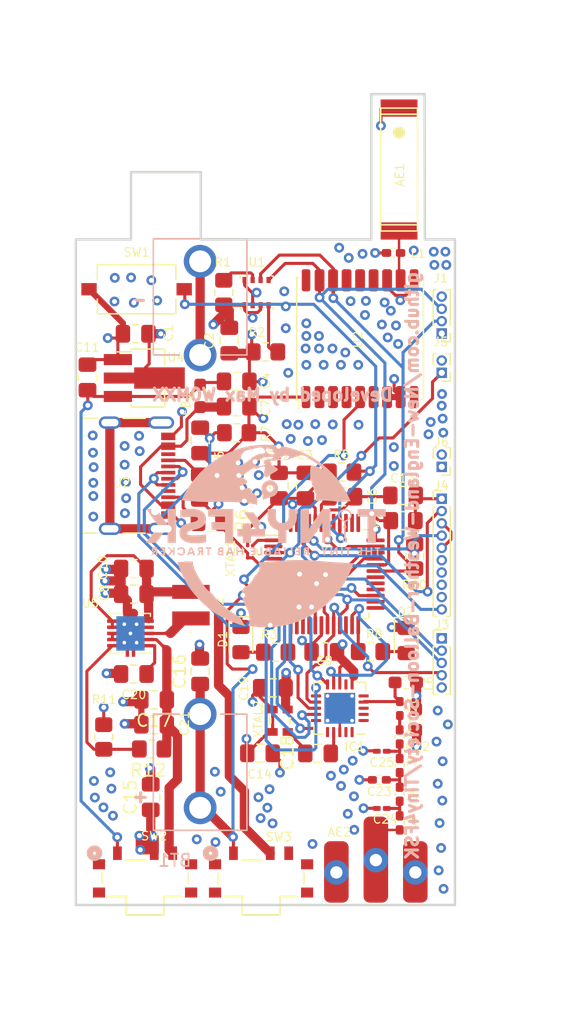
<source format=kicad_pcb>
(kicad_pcb (version 20221018) (generator pcbnew)
  (title_block (title "Tiny4FSK"))
  (layers (0 "F.Cu" signal "Sig1.Cu.Front") (1 "In1.Cu" signal "GND.Cu") (2 "In2.Cu" signal "VCC.Cu") (31 "B.Cu" signal "Sig2.Cu.Back") (34 "B.Paste" user) (35 "F.Paste" user) (36 "B.SilkS" user "B.Silkscreen") (37 "F.SilkS" user "F.Silkscreen") (38 "B.Mask" user) (39 "F.Mask" user) (44 "Edge.Cuts" user))
  (net 0 "")
  (net 1 "Earth")
  (net 2 "ANT_GPS")
  (net 3 "Net-(AE2-RF)")
  (net 5 "RF_ANT")
  (net 6 "Net-(C1-Pad2)")
  (net 7 "RF_XO")
  (net 8 "Net-(IC1-XIN)")
  (net 9 "Net-(C3-Pad1)")
  (net 10 "Net-(C4-Pad1)")
  (net 11 "Net-(C5-Pad1)")
  (net 12 "BST_IN")
  (net 13 "LIN")
  (net 14 "+3.3V")
  (net 15 "Net-(U2-VAUX)")
  (net 16 "BOOST")
  (net 17 "Net-(U5-VDDCORE)")
  (net 18 "BATT_SENSE")
  (net 19 "USB")
  (net 20 "Net-(D1-A)")
  (net 21 "Net-(D2-A)")
  (net 27 "GPIO0")
  (net 28 "GPIO1")
  (net 29 "RF_RST")
  (net 30 "SCK")
  (net 31 "MISO")
  (net 32 "MOSI")
  (net 33 "RF_SS")
  (net 37 "SDA")
  (net 38 "SCL")
  (net 39 "SWDIO")
  (net 40 "Net-(J2-Pin_3)")
  (net 41 "SWCLK")
  (net 46 "nRST")
  (net 47 "A1")
  (net 48 "A2")
  (net 49 "D6")
  (net 50 "D7")
  (net 51 "Net-(U2-L)")
  (net 52 "D+")
  (net 53 "D-")
  (net 54 "SUCCESS")
  (net 55 "ERROR")
  (net 56 "Net-(U4-SDO)")
  (net 57 "Net-(U4-CSB)")
  (net 58 "Net-(U2-FB)")
  (net 60 "Net-(U5-PA00)")
  (net 64 "EXTINT")
  (net 86 "Net-(J7-SHIELD)")
  (net 87 "Net-(J7-CC1)")
  (net 90 "Net-(J7-CC2)")
  (footprint "MountingHole:MountingHole_2.2mm_M2" (layer "F.Cu") (at 174.175 51.45)
    (fp_text reference "REF**" hide)
    (fp_text value "MountingHole_2.2mm_M2")
  )
  (footprint "Connector_PinHeader_1.00mm:PinHeader_1x05_P1.00mm_Vertical" (layer "F.Cu") (at 196.65 86.725)
    (fp_text reference "J3")
    (fp_text value "SPI")
  )
  (footprint "Connector_PinHeader_1.00mm:PinHeader_1x10_P1.00mm_Vertical" (layer "F.Cu") (at 196.65 75.37)
    (fp_text reference "J4")
    (fp_text value "JTAG")
  )
  (footprint "Connector_PinHeader_1.00mm:PinHeader_1x04_P1.00mm_Vertical" (layer "F.Cu") (at 196.65 61.925 180)
    (fp_text reference "J1")
    (fp_text value "I2C")
  )
  (footprint "Capacitor_SMD:C_0805_2012Metric_Pad1.18x1.45mm_HandSolder" (layer "F.Cu") (at 179.95 65.825)
    (fp_text reference "C4")
    (fp_text value "100 nF (J1)")
  )
  (footprint "Inductor_SMD:L_0402_1005Metric_Pad0.77x0.64mm_HandSolder" (layer "F.Cu") (at 193.225 97.075 -90)
    (fp_text reference "L3")
    (fp_text value "30 nH")
  )
  (footprint "Capacitor_SMD:C_0805_2012Metric_Pad1.18x1.45mm_HandSolder" (layer "F.Cu") (at 188.55 75.2)
    (fp_text reference "C6")
    (fp_text value "1uF")
  )
  (footprint "Capacitor_SMD:C_0805_2012Metric_Pad1.18x1.45mm_HandSolder" (layer "F.Cu") (at 172.95 99.6375 90)
    (fp_text reference "C15")
    (fp_text value "1uF")
  )
  (footprint "Capacitor_SMD:C_0603_1608Metric_Pad1.08x0.95mm_HandSolder" (layer "F.Cu") (at 194.575 93.3475 90)
    (fp_text reference "C22")
    (fp_text value "100nF")
  )
  (footprint "Capacitor_SMD:C_0805_2012Metric_Pad1.18x1.45mm_HandSolder" (layer "F.Cu") (at 179.95 67.875)
    (fp_text reference "C7")
    (fp_text value "100 nF (J1)")
  )
  (footprint "Capacitor_SMD:C_0201_0603Metric_Pad0.64x0.40mm_HandSolder" (layer "F.Cu") (at 191.7675 95.91 180)
    (fp_text reference "C25")
    (fp_text value "15 pF")
  )
  (footprint "SlideSwitch:WS-SLSU_6p7x2p7_WRE" (layer "F.Cu") (at 172.487122 106.25 180)
    (fp_text reference "SW2")
    (fp_text value "SOURCE")
  )
  (footprint "Capacitor_SMD:C_0805_2012Metric_Pad1.18x1.45mm_HandSolder" (layer "F.Cu") (at 171.575 83.125 180)
    (fp_text reference "C8")
    (fp_text value "100nF")
  )
  (footprint "Inductor_SMD:L_0402_1005Metric_Pad0.77x0.64mm_HandSolder" (layer "F.Cu") (at 193.225 101.735 -90)
    (fp_text reference "L5")
    (fp_text value "22 nH")
  )
  (footprint "Inductor_SMD:L_0402_1005Metric_Pad0.77x0.64mm_HandSolder" (layer "F.Cu") (at 192.725 55.375)
    (fp_text reference "L1")
    (fp_text value "33 nH")
  )
  (footprint "Resistor_SMD:R_0805_2012Metric_Pad1.20x1.40mm_HandSolder" (layer "F.Cu") (at 178.9 58.6 90)
    (fp_text reference "R1")
    (fp_text value "10k")
  )
  (footprint "Capacitor_SMD:C_0805_2012Metric_Pad1.18x1.45mm_HandSolder" (layer "F.Cu") (at 187.0875 87.825 180)
    (fp_text reference "C9")
    (fp_text value "10uF")
  )
  (footprint "Capacitor_SMD:C_0805_2012Metric_Pad1.18x1.45mm_HandSolder" (layer "F.Cu") (at 171.575 81.05 180)
    (fp_text reference "C10")
    (fp_text value "10uF")
  )
  (footprint "Capacitor_SMD:C_0805_2012Metric_Pad1.18x1.45mm_HandSolder" (layer "F.Cu") (at 176.975 89.4 90)
    (fp_text reference "C16")
    (fp_text value "1uF")
  )
  (footprint "Package_DFN_QFN:QFN-20-1EP_4x4mm_P0.5mm_EP2.5x2.5mm_ThermalVias" (layer "F.Cu") (at 188.35 92.41 180)
    (fp_text reference "IC1")
    (fp_text value "SI4063")
  )
  (footprint "Package_TO_SOT_SMD:SOT-89-3_Handsoldering" (layer "F.Cu") (at 172.725 65.55)
    (fp_text reference "U4")
    (fp_text value "Linear Step-Down")
  )
  (footprint "Capacitor_SMD:C_0805_2012Metric_Pad1.18x1.45mm_HandSolder" (layer "F.Cu") (at 179.35 62.5 -90)
    (fp_text reference "C2")
    (fp_text value "1uF")
  )
  (footprint "Connector_USB:USB_C_Receptacle_GCT_USB4105-xx-A_16P_TopMnt_Horizontal" (layer "F.Cu") (at 170.7 73.495 -90)
    (fp_text reference "J2")
    (fp_text value "USBC")
  )
  (footprint "Connector_PinHeader_1.00mm:PinHeader_1x02_P1.00mm_Vertical" (layer "F.Cu") (at 196.65 65.125 180)
    (fp_text reference "J5")
    (fp_text value "PWR Batt")
  )
  (footprint "RF_GPS:ublox_MAX" (layer "F.Cu") (at 190 62.35 90)
    (fp_text reference "U2")
    (fp_text value "MAX-M10S")
  )
  (footprint "Resistor_SMD:R_0805_2012Metric_Pad1.20x1.40mm_HandSolder" (layer "F.Cu") (at 194.45 80.05 90)
    (fp_text reference "R10")
    (fp_text value "1.8k")
  )
  (footprint "Resistor_SMD:R_0805_2012Metric_Pad1.20x1.40mm_HandSolder" (layer "F.Cu") (at 173.025 95.725 180)
    (fp_text reference "R12")
    (fp_text value "56k")
  )
  (footprint "Capacitor_SMD:C_0805_2012Metric_Pad1.18x1.45mm_HandSolder" (layer "F.Cu") (at 186.575 96.085)
    (fp_text reference "C18")
    (fp_text value "100 pF")
  )
  (footprint "LED_SMD:LED_0805_2012Metric_Pad1.15x1.40mm_HandSolder" (layer "F.Cu") (at 180.3 86.825 -90)
    (fp_text reference "D1")
    (fp_text value "Success")
  )
  (footprint "Capacitor_SMD:C_0805_2012Metric_Pad1.18x1.45mm_HandSolder" (layer "F.Cu") (at 167.8 65.5 -90)
    (fp_text reference "C11")
    (fp_text value "1uF")
  )
  (footprint "Resistor_SMD:R_0805_2012Metric_Pad1.20x1.40mm_HandSolder" (layer "F.Cu") (at 182.3 63.425 180)
    (fp_text reference "R2")
    (fp_text value "10k")
  )
  (footprint "Package_SON:Texas_S-PVSON-N10_ThermalVias" (layer "F.Cu") (at 171.3 86.325 180)
    (fp_text reference "U5")
    (fp_text value "TPS61200DRC")
  )
  (footprint "Resistor_SMD:R_0805_2012Metric_Pad1.20x1.40mm_HandSolder" (layer "F.Cu") (at 193.5 77.15)
    (fp_text reference "R9")
    (fp_text value "1.8k")
  )
  (footprint "Capacitor_SMD:C_0805_2012Metric_Pad1.18x1.45mm_HandSolder" (layer "F.Cu") (at 183.4 74.3 90)
    (fp_text reference "C12")
    (fp_text value "100nF")
  )
  (footprint "TCXO:BGA4_SiT1532_SIT" (layer "F.Cu") (at 181.05 79.675 180)
    (fp_text reference "XTAL1")
    (fp_text value "TCXO MCU")
  )
  (footprint "Ant:Antenna_Whip" (layer "F.Cu") (at 191.34 111.595 180)
    (fp_text reference "AE2")
    (fp_text value "ANT")
  )
  (footprint "Inductor_SMD:L_0603_1608Metric_Pad1.05x0.95mm_HandSolder" (layer "F.Cu") (at 193.725 90.31 180)
    (fp_text reference "L6")
    (fp_text value "220 nH")
  )
  (footprint "Resistor_SMD:R_0805_2012Metric_Pad1.20x1.40mm_HandSolder" (layer "F.Cu") (at 190.85 87.8)
    (fp_text reference "R8")
    (fp_text value "100")
  )
  (footprint "Capacitor_SMD:C_0805_2012Metric_Pad1.18x1.45mm_HandSolder" (layer "F.Cu") (at 182.9 90.75 180)
    (fp_text reference "C19")
    (fp_text value "100nF")
  )
  (footprint "Resistor_SMD:R_0805_2012Metric_Pad1.20x1.40mm_HandSolder" (layer "F.Cu") (at 183.125 87.85)
    (fp_text reference "R3")
    (fp_text value "100")
  )
  (footprint "Connector_PinHeader_1.00mm:PinHeader_1x02_P1.00mm_Vertical" (layer "F.Cu") (at 196.65 72.775 180)
    (fp_text reference "J6")
    (fp_text value "PWR Supply")
  )
  (footprint "Capacitor_SMD:C_0805_2012Metric_Pad1.18x1.45mm_HandSolder" (layer "F.Cu") (at 176.975 70.625 90)
    (fp_text reference "C5")
    (fp_text value "4.5 nF")
  )
  (footprint "Capacitor_SMD:C_0805_2012Metric_Pad1.18x1.45mm_HandSolder" (layer "F.Cu") (at 181.85 96.075)
    (fp_text reference "C14")
    (fp_text value "10 nF")
  )
  (footprint "Package_LGA:Bosch_LGA-8_2.5x2.5mm_P0.65mm_ClockwisePinNumbering" (layer "F.Cu") (at 181.575 58.6)
    (fp_text reference "U1")
    (fp_text value "BME280")
  )
  (footprint "LED_SMD:LED_0805_2012Metric_Pad1.15x1.40mm_HandSolder" (layer "F.Cu") (at 193.75 86.9 -90)
    (fp_text reference "D2")
    (fp_text value "Error")
  )
  (footprint "Capacitor_SMD:C_0805_2012Metric_Pad1.18x1.45mm_HandSolder" (layer "F.Cu") (at 173.225 91.725 180)
    (fp_text reference "C17")
    (fp_text value "22uF")
  )
  (footprint "Capacitor_SMD:C_0402_1005Metric_Pad0.74x0.62mm_HandSolder" (layer "F.Cu") (at 191.5675 98.235 180)
    (fp_text reference "C23")
    (fp_text value "12 pF")
  )
  (footprint "Capacitor_SMD:C_0805_2012Metric_Pad1.18x1.45mm_HandSolder" (layer "F.Cu") (at 171.725 61.95 180)
    (fp_text reference "C1")
    (fp_text value "1uF")
  )
  (footprint "IND_CONT:LPS3015222MRB" (layer "F.Cu") (at 176.225 84.025 90)
    (fp_text reference "L2")
    (fp_text value "2.2uH" hide)
  )
  (footprint "Capacitor_SMD:C_0805_2012Metric_Pad1.18x1.45mm_HandSolder" (layer "F.Cu") (at 193.5 75.1 180)
    (fp_text reference "C13")
    (fp_text value "100nF")
  )
  (footprint "Inductor_SMD:L_0402_1005Metric_Pad0.77x0.64mm_HandSolder" (layer "F.Cu") (at 193.225 99.405 -90)
    (fp_text reference "L4")
    (fp_text value "36 nH")
  )
  (footprint "TCXO:ECSTXO20CSMV4384AYTR" (layer "F.Cu") (at 183.49 93.425 -90)
    (fp_text reference "XTAL2")
    (fp_text value "~" hide)
  )
  (footprint "Resistor_SMD:R_0805_2012Metric_Pad1.20x1.40mm_HandSolder" (layer "F.Cu") (at 176.925 74.425 90)
    (fp_text reference "R4")
    (fp_text value "5k1")
  )
  (footprint "Resistor_SMD:R_0805_2012Metric_Pad1.20x1.40mm_HandSolder" (layer "F.Cu") (at 188.5 73.2 180)
    (fp_text reference "R5")
    (fp_text value "220")
  )
  (footprint "Capacitor_SMD:C_0805_2012Metric_Pad1.18x1.45mm_HandSolder" (layer "F.Cu") (at 171.575 89.625 180)
    (fp_text reference "C20")
    (fp_text value "100nF")
  )
  (footprint "Package_QFP:TQFP-48_7x7mm_P0.5mm" (layer "F.Cu") (at 187.1 81.5)
    (fp_text reference "U3")
    (fp_text value "ATSAMD21G18A-A")
  )
  (footprint "Ant:GPS1003" (layer "F.Cu") (at 193.065 42.11)
    (fp_text reference "AE1")
    (fp_text value "GPS ANT")
  )
  (footprint "MountingHole:MountingHole_2.2mm_M2" (layer "F.Cu") (at 185.55 100.2)
    (fp_text reference "REF**" hide)
    (fp_text value "MountingHole_2.2mm_M2")
  )
  (footprint "SlideSwitch:WS-SLSU_6p7x2p7_WRE" (layer "F.Cu") (at 181.937122 106.252363 180)
    (fp_text reference "SW3")
    (fp_text value "BATT PWR")
  )
  (footprint "Resistor_SMD:R_0805_2012Metric_Pad1.20x1.40mm_HandSolder" (layer "F.Cu") (at 177.8 77.3 180)
    (fp_text reference "R6")
    (fp_text value "5k1")
  )
  (footprint "Capacitor_SMD:C_0805_2012Metric_Pad1.18x1.45mm_HandSolder" (layer "F.Cu") (at 185.55 74.3 -90)
    (fp_text reference "C3")
    (fp_text value "100nF")
  )
  (footprint "Capacitor_SMD:C_0805_2012Metric_Pad1.18x1.45mm_HandSolder" (layer "F.Cu") (at 173.225 93.75 180)
    (fp_text reference "C21")
    (fp_text value "100nF")
  )
  (footprint "Resistor_SMD:R_0805_2012Metric_Pad1.20x1.40mm_HandSolder" (layer "F.Cu") (at 169.125 94.75 90)
    (fp_text reference "R11")
    (fp_text value "10k")
  )
  (footprint "Button_Switch_SMD:SW_Tactile_SPST_NO_Straight_CK_PTS636Sx25SMTRLFS" (layer "F.Cu") (at 171.8 58.325)
    (fp_text reference "SW1")
    (fp_text value "RST")
  )
  (footprint "Resistor_SMD:R_0603_1608Metric_Pad0.98x0.95mm_HandSolder" (layer "F.Cu") (at 176.975 67 90)
    (fp_text reference "FB1")
    (fp_text value "BLM18AG121SN1D (J1)")
  )
  (footprint "Inductor_SMD:L_0402_1005Metric_Pad0.77x0.64mm_HandSolder" (layer "F.Cu") (at 193.225 94.745 -90)
    (fp_text reference "L7")
    (fp_text value "33 nH")
  )
  (footprint "Capacitor_SMD:C_0201_0603Metric_Pad0.64x0.40mm_HandSolder" (layer "F.Cu") (at 191.7675 100.56 180)
    (fp_text reference "C24")
    (fp_text value "10 pF")
  )
  (footprint "Resistor_SMD:R_0805_2012Metric_Pad1.20x1.40mm_HandSolder" (layer "F.Cu") (at 179.95 70)
    (fp_text reference "R7")
    (fp_text value "1M")
  )
  (footprint "Capacitor_SMD:C_0402_1005Metric_Pad0.74x0.62mm_HandSolder" (layer "F.Cu") (at 193.235 92.435 -90)
    (fp_text reference "C26")
    (fp_text value "9.1 pF")
  )
  (footprint "BatteryExtended:BAT_BK-82" (layer "B.Cu") (at 177.005 96.949)
    (fp_text reference "BT1")
    (fp_text value "AAA")
  )
  (gr_line (start 189.076287 76.355115) (end 189.049888 76.336679) (stroke (width 0.1)) (layer "B.SilkS"))
  (gr_line (start 188.899361 78.8044) (end 188.89798 78.763256) (stroke (width 0.1)) (layer "B.SilkS"))
  (gr_line (start 188.753123 78.571728) (end 188.743693 78.572774) (stroke (width 0.1)) (layer "B.SilkS"))
  (gr_line (start 188.280036 76.774162) (end 188.284317 76.796645) (stroke (width 0.1)) (layer "B.SilkS"))
  (gr_line (start 188.572942 77.111039) (end 188.625973 77.135027) (stroke (width 0.1)) (layer "B.SilkS"))
  (gr_line (start 188.702038 78.575837) (end 188.692778 78.57889) (stroke (width 0.1)) (layer "B.SilkS"))
  (gr_poly (pts (xy 181.091123 79.436941) (xy 181.332319 79.436941) (xy 181.332319 79.585374) (xy 181.118952 79.585374) (xy 181.118952 79.70133) (xy 181.332319 79.70133) (xy 181.332319 79.849763) (xy 181.091123 79.849763) (xy 181.091123 79.970361) (xy 181.471468 79.970361) (xy 181.471468 79.316347) (xy 181.091123 79.316347)) (fill solid) (layer "B.SilkS"))
  (gr_line (start 188.743783 77.225565) (end 188.749674 77.236793) (stroke (width 0.1)) (layer "B.SilkS"))
  (gr_line (start 188.860106 78.593008) (end 188.85417 78.586488) (stroke (width 0.1)) (layer "B.SilkS"))
  (gr_poly (pts (xy 173.233892 79.321238) (xy 173.220745 79.321997) (xy 173.208106 79.323248) (xy 173.195967 79.324977) (xy 173.184324 79.327171) (xy 173.173172 79.329818) (xy 173.162506 79.332905) (xy 173.15232 79.336419) (xy 173.14261 79.340348) (xy 173.13337 79.344678) (xy 173.124596 79.349397) (xy 173.116282 79.354493) (xy 173.108424 79.359952) (xy 173.101015 79.365762) (xy 173.094052 79.37191) (xy 173.087528 79.378383) (xy 173.081439 79.385168) (xy 173.07578 79.392254) (xy 173.070546 79.399627) (xy 173.065731 79.407274) (xy 173.061331 79.415182) (xy 173.05734 79.42334) (xy 173.053753 79.431733) (xy 173.050565 79.44035) (xy 173.047772 79.449178) (xy 173.045367 79.458203) (xy 173.041705 79.476797) (xy 173.039537 79.496029) (xy 173.038824 79.515798) (xy 173.038973 79.523965) (xy 173.039418 79.53194) (xy 173.040158 79.539724) (xy 173.041188 79.547315) (xy 173.042507 79.554712) (xy 173.044113 79.561915) (xy 173.046002 79.568922) (xy 173.048172 79.575733) (xy 173.050621 79.582348) (xy 173.053346 79.588764) (xy 173.056345 79.594982) (xy 173.059614 79.601) (xy 173.063152 79.606817) (xy 173.066955 79.612433) (xy 173.071022 79.617848) (xy 173.07535 79.623059) (xy 173.079935 79.628066) (xy 173.084777 79.632869) (xy 173.089871 79.637466) (xy 173.095217 79.641857) (xy 173.10081 79.64604) (xy 173.106648 79.650016) (xy 173.11273 79.653783) (xy 173.119052 79.657339) (xy 173.125612 79.660686) (xy 173.132407 79.66382) (xy 173.146693 79.669452) (xy 173.161889 79.674228) (xy 173.177976 79.67814) (xy 172.98316 79.975004) (xy 173.140867 79.975) (xy 173.312483 79.687414) (xy 173.349592 79.687414) (xy 173.349592 79.975) (xy 173.484106 79.975) (xy 173.484106 79.432302) (xy 173.349592 79.432302) (xy 173.349592 79.590009) (xy 173.270742 79.590009) (xy 173.257367 79.589633) (xy 173.245051 79.588524) (xy 173.239282 79.587702) (xy 173.233768 79.586707) (xy 173.228505 79.585543) (xy 173.22349 79.584212) (xy 173.21872 79.582717) (xy 173.214191 79.581063) (xy 173.2099 79.579253) (xy 173.205843 79.57729) (xy 173.202017 79.575178) (xy 173.198419 79.572919) (xy 173.195045 79.570518) (xy 173.191891 79.567977) (xy 173.188956 79.565301) (xy 173.186234 79.562492) (xy 173.183723 79.559554) (xy 173.181419 79.55649) (xy 173.179319 79.553304) (xy 173.177419 79.549999) (xy 173.175716 79.546579) (xy 173.174207 79.543046) (xy 173.172889 79.539405) (xy 173.171757 79.535658) (xy 173.17004 79.527862) (xy 173.16903 79.519686) (xy 173.168699 79.511156) (xy 173.168781 79.506848) (xy 173.16903 79.502626) (xy 173.169448 79.498492) (xy 173.17004 79.494449) (xy 173.170808 79.490502) (xy 173.171757 79.486653) (xy 173.172889 79.482907) (xy 173.174207 79.479265) (xy 173.175716 79.475733) (xy 173.177419 79.472312) (xy 173.179319 79.469007) (xy 173.181419 79.465821) (xy 173.183723 79.462757) (xy 173.186234 79.459819) (xy 173.188956 79.45701) (xy 173.191891 79.454334) (xy 173.195045 79.451793) (xy 173.198419 79.449392) (xy 173.202017 79.447133) (xy 173.205843 79.445021) (xy 173.2099 79.443058) (xy 173.214191 79.441248) (xy 173.21872 79.439594) (xy 173.22349 79.4381) (xy 173.228505 79.436769) (xy 173.233768 79.435604) (xy 173.239282 79.434609) (xy 173.245051 79.433788) (xy 173.251078 79.433143) (xy 173.257367 79.432678) (xy 173.26392 79.432397) (xy 173.270742 79.432302) (xy 173.349592 79.432302) (xy 173.484106 79.432302) (xy 173.484106 79.320982) (xy 173.247549 79.320982)) (fill solid) (layer "B.SilkS"))
  (gr_line (start 189.124259 76.396514) (end 189.101093 76.375096) (stroke (width 0.1)) (layer "B.SilkS"))
  (gr_line (start 188.834743 77.180126) (end 188.845006 77.171889) (stroke (width 0.1)) (layer "B.SilkS"))
  (gr_line (start 188.296152 76.572522) (end 188.290035 76.593083) (stroke (width 0.1)) (layer "B.SilkS"))
  (gr_line (start 188.809345 78.574166) (end 188.803214 78.573821) (stroke (width 0.1)) (layer "B.SilkS"))
  (gr_line (start 188.692778 78.57889) (end 188.684327 78.583328) (stroke (width 0.1)) (layer "B.SilkS"))
  (gr_line (start 188.787119 76.258058) (end 188.7624 76.258001) (stroke (width 0.1)) (layer "B.SilkS"))
  (gr_line (start 188.893213 78.67177) (end 188.892589 78.663533) (stroke (width 0.1)) (layer "B.SilkS"))
  (gr_line (start 188.7624 76.258001) (end 188.737976 76.258958) (stroke (width 0.1)) (layer "B.SilkS"))
  (gr_line (start 189.249432 76.785627) (end 189.254275 76.755642) (stroke (width 0.1)) (layer "B.SilkS"))
  (gr_poly (pts (xy 181.888929 79.854398) (xy 181.684835 79.854398) (xy 181.684835 79.975) (xy 182.028082 79.975) (xy 182.028082 79.320982) (xy 181.893564 79.320982)) (fill solid) (layer "B.SilkS"))
  (gr_poly (pts (xy 182.937223 79.975) (xy 183.081007 79.975) (xy 183.12739 79.840482) (xy 183.40106 79.840482) (xy 183.447443 79.975) (xy 183.586595 79.975) (xy 183.494222 79.724523) (xy 183.363947 79.724523) (xy 183.169138 79.724523) (xy 183.266542 79.446214) (xy 183.363947 79.724523) (xy 183.494222 79.724523) (xy 183.3454 79.320982) (xy 183.178419 79.320982)) (fill solid) (layer "B.SilkS"))
  (gr_line (start 188.275392 76.72824) (end 188.277062 76.751352) (stroke (width 0.1)) (layer "B.SilkS"))
  (gr_line (start 188.632689 78.801877) (end 188.635576 78.833514) (stroke (width 0.1)) (layer "B.SilkS"))
  (gr_line (start 188.890003 78.643464) (end 188.888754 78.63795) (stroke (width 0.1)) (layer "B.SilkS"))
  (gr_line (start 188.774927 77.7819) (end 188.777979 77.760576) (stroke (width 0.1)) (layer "B.SilkS"))
  (gr_line (start 188.663485 78.603896) (end 188.657928 78.612823) (stroke (width 0.1)) (layer "B.SilkS"))
  (gr_line (start 188.625973 77.135027) (end 188.650523 77.146865) (stroke (width 0.1)) (layer "B.SilkS"))
  (gr_line (start 188.382453 76.980647) (end 188.40006 76.998643) (stroke (width 0.1)) (layer "B.SilkS"))
  (gr_line (start 188.71214 78.57427) (end 188.702038 78.575837) (stroke (width 0.1)) (layer "B.SilkS"))
  (gr_line (start 188.754819 77.248895) (end 188.759185 77.261936) (stroke (width 0.1)) (layer "B.SilkS"))
  (gr_line (start 189.049888 76.336679) (end 189.021945 76.3199) (stroke (width 0.1)) (layer "B.SilkS"))
  (gr_line (start 188.366378 76.442566) (end 188.353601 76.45949) (stroke (width 0.1)) (layer "B.SilkS"))
  (gr_line (start 188.818795 77.727412) (end 188.825084 77.721775) (stroke (width 0.1)) (layer "B.SilkS"))
  (gr_poly (pts (xy 185.840433 77.817846) (xy 185.840433 76.206613) (xy 185.164388 76.206613) (xy 185.164388 78.955854) (xy 185.840433 78.955854) (xy 186.922102 77.344621) (xy 186.922102 78.955854) (xy 187.598142 78.955854) (xy 187.598142 76.206613) (xy 186.922102 76.206613)) (fill solid) (layer "B.SilkS"))
  (gr_line (start 188.684198 77.165909) (end 188.694461 77.172863) (stroke (width 0.1)) (layer "B.SilkS"))
  (gr_line (start 188.760933 77.465606) (end 188.759695 77.48475) (stroke (width 0.1)) (layer "B.SilkS"))
  (gr_line (start 188.80555 77.738431) (end 188.818795 77.727412) (stroke (width 0.1)) (layer "B.SilkS"))
  (gr_line (start 189.038938 77.071077) (end 189.066819 77.053743) (stroke (width 0.1)) (layer "B.SilkS"))
  (gr_line (start 188.743693 78.572774) (end 188.738443 78.573333) (stroke (width 0.1)) (layer "B.SilkS"))
  (gr_line (start 188.808836 77.585331) (end 188.800639 77.566485) (stroke (width 0.1)) (layer "B.SilkS"))
  (gr_line (start 188.895683 76.271546) (end 188.860735 76.264698) (stroke (width 0.1)) (layer "B.SilkS"))
  (gr_line (start 188.414413 77.012137) (end 188.428878 77.024661) (stroke (width 0.1)) (layer "B.SilkS"))
  (gr_poly (pts (xy 191.202883 79.441579) (xy 191.355951 79.441579) (xy 191.355951 79.975) (xy 191.490465 79.975) (xy 191.490465 79.441579) (xy 191.648172 79.441579) (xy 191.648172 79.320982) (xy 191.202883 79.320982)) (fill solid) (layer "B.SilkS"))
  (gr_line (start 188.870013 78.60435) (end 188.865372 78.598924) (stroke (width 0.1)) (layer "B.SilkS"))
  (gr_line (start 188.803214 78.573821) (end 188.796654 78.573333) (stroke (width 0.1)) (layer "B.SilkS"))
  (gr_line (start 188.54495 77.097835) (end 188.572942 77.111039) (stroke (width 0.1)) (layer "B.SilkS"))
  (gr_line (start 188.577571 76.292352) (end 188.556493 76.300687) (stroke (width 0.1)) (layer "B.SilkS"))
  (gr_line (start 188.690123 76.263837) (end 188.666748 76.267716) (stroke (width 0.1)) (layer "B.SilkS"))
  (gr_line (start 188.330682 76.495062) (end 188.320595 76.513668) (stroke (width 0.1)) (layer "B.SilkS"))
  (gr_poly (pts (xy 189.795286 76.826318) (xy 190.606542 76.826318) (xy 190.606542 78.955854) (xy 191.282583 78.955854) (xy 191.282583 76.826318) (xy 192.093836 76.826318) (xy 192.093836 76.206613) (xy 189.795286 76.206613)) (fill solid) (layer "B.SilkS"))
  (gr_line (start 188.777502 77.505518) (end 188.776455 77.499232) (stroke (width 0.1)) (layer "B.SilkS"))
  (gr_line (start 189.256805 76.725555) (end 189.257071 76.695475) (stroke (width 0.1)) (layer "B.SilkS"))
  (gr_line (start 188.673434 77.159302) (end 188.684198 77.165909) (stroke (width 0.1)) (layer "B.SilkS"))
  (gr_line (start 188.738443 78.573333) (end 188.733121 78.573821) (stroke (width 0.1)) (layer "B.SilkS"))
  (gr_line (start 188.723119 78.574297) (end 188.71214 78.57427) (stroke (width 0.1)) (layer "B.SilkS"))
  (gr_line (start 188.774931 77.272939) (end 188.779907 77.25807) (stroke (width 0.1)) (layer "B.SilkS"))
  (gr_line (start 188.733121 78.573821) (end 188.727941 78.574166) (stroke (width 0.1)) (layer "B.SilkS"))
  (gr_poly (pts (xy 174.750402 79.576097) (xy 174.704015 79.576097) (xy 174.499929 79.320982) (xy 174.332945 79.320982) (xy 174.588056 79.631757) (xy 174.328306 79.975004) (xy 174.499929 79.975) (xy 174.704015 79.696691) (xy 174.750402 79.696691) (xy 174.750402 79.975) (xy 174.884916 79.975) (xy 174.884916 79.320982) (xy 174.750402 79.320982)) (fill solid) (layer "B.SilkS"))
  (gr_line (start 189.066819 77.053743) (end 189.080617 77.044105) (stroke (width 0.1)) (layer "B.SilkS"))
  (gr_line (start 189.021945 76.3199) (end 188.992504 76.304888) (stroke (width 0.1)) (layer "B.SilkS"))
  (gr_line (start 188.351291 76.943029) (end 188.366198 76.962102) (stroke (width 0.1)) (layer "B.SilkS"))
  (gr_line (start 188.842779 78.854999) (end 188.861503 78.854545) (stroke (width 0.1)) (layer "B.SilkS"))
  (gr_line (start 188.303302 76.552419) (end 188.296152 76.572522) (stroke (width 0.1)) (layer "B.SilkS"))
  (gr_line (start 188.799409 77.219622) (end 188.807314 77.208626) (stroke (width 0.1)) (layer "B.SilkS"))
  (gr_poly (pts (xy 178.625991 79.32179) (xy 178.613902 79.322793) (xy 178.602199 79.324189) (xy 178.590883 79.325971) (xy 178.579956 79.328136) (xy 178.56942 79.330678) (xy 178.559276 79.333592) (xy 178.549526 79.336873) (xy 178.540172 79.340516) (xy 178.531215 79.344515) (xy 178.522657 79.348867) (xy 178.514501 79.353564) (xy 178.506747 79.358603) (xy 178.499397 79.363979) (xy 178.492453 79.369685) (xy 178.485917 79.375718) (xy 178.479791 79.382072) (xy 178.474075 79.388742) (xy 178.468772 79.395722) (xy 178.463884 79.403009) (xy 178.459411 79.410596) (xy 178.455357 79.418478) (xy 178.451722 79.426651) (xy 178.448509 79.43511) (xy 178.445718 79.443849) (xy 178.443352 79.452863) (xy 178.441413 79.462147) (xy 178.439901 79.471696) (xy 178.438819 79.481505) (xy 178.438169 79.491569) (xy 178.437952 79.501882) (xy 178.43904 79.512206) (xy 178.440577 79.522293) (xy 178.442576 79.532121) (xy 178.44505 79.54167) (xy 178.448014 79.550921) (xy 178.451481 79.559852) (xy 178.455464 79.568444) (xy 178.459978 79.576675) (xy 178.465035 79.584526) (xy 178.470649 79.591976) (xy 178.476834 79.599004) (xy 178.483603 79.605591) (xy 178.49097 79.611716) (xy 178.498948 79.617359) (xy 178.507552 79.622498) (xy 178.516794 79.627115) (xy 178.503158 79.630977) (xy 178.490106 79.635613) (xy 178.477679 79.641037) (xy 178.471713 79.644049) (xy 178.465919 79.647263) (xy 178.4603 79.650681) (xy 178.454864 79.654305) (xy 178.449615 79.658136) (xy 178.444557 79.662175) (xy 178.439697 79.666426) (xy 178.435038 79.670888) (xy 178.430587 79.675565) (xy 178.426348 79.680457) (xy 178.422327 79.685567) (xy 178.418528 79.690896) (xy 178.414957 79.696446) (xy 178.411618 79.702218) (xy 178.408517 79.708214) (xy 178.40566 79.714437) (xy 178.40305 79.720887) (xy 178.400693 79.727566) (xy 178.398594 79.734477) (xy 178.396759 79.74162) (xy 178.395192 79.748997) (xy 178.393899 79.756611) (xy 178.392884 79.764462) (xy 178.392152 79.772553) (xy 178.39171 79.780886) (xy 178.391561 79.789461) (xy 178.391752 79.799787) (xy 178.392325 79.80989) (xy 178.393281 79.819762) (xy 178.394623 79.829395) (xy 178.396353 79.838784) (xy 178.398471 79.847922) (xy 178.400981 79.856802) (xy 178.403882 79.865416) (xy 178.407178 79.873759) (xy 178.410869 79.881823) (xy 178.414958 79.889602) (xy 178.419446 79.897088) (xy 178.424335 79.904276) (xy 178.429627 79.911158) (xy 178.435323 79.917727) (xy 178.441425 79.923977) (xy 178.447934 79.929901) (xy 178.454853 79.935492) (xy 178.462183 79.940743) (xy 178.469926 79.945647) (xy 178.478083 79.950199) (xy 178.486657 79.95439) (xy 178.495648 79.958214) (xy 178.505059 79.961664) (xy 178.514891 79.964734) (xy 178.525146 79.967417) (xy 178.535826 79.969706) (xy 178.546932 79.971594) (xy 178.558467 79.973074) (xy 178.570431 79.974139) (xy 178.582826 79.974784) (xy 178.595655 79.975) (xy 178.864683 79.975) (xy 178.864683 79.692052) (xy 178.739443 79.692052) (xy 178.739443 79.859037) (xy 178.623483 79.859037) (xy 178.616675 79.858929) (xy 178.61016 79.858609) (xy 178.603934 79.858082) (xy 178.597991 79.857352) (xy 178.592327 79.856425) (xy 178.586937 79.855307) (xy 178.581815 79.854002) (xy 178.576956 79.852514) (xy 178.572356 79.850851) (xy 178.568008 79.849015) (xy 178.563908 79.847014) (xy 178.560052 79.844851) (xy 178.556433 79.842531) (xy 178.553047 79.840061) (xy 178.549888 79.837444) (xy 178.546952 79.834686) (xy 178.544233 79.831793) (xy 178.541727 79.828768) (xy 178.539428 79.825618) (xy 178.537331 79.822348) (xy 178.535431 79.818962) (xy 178.533723 79.815465) (xy 178.532202 79.811863) (xy 178.530862 79.808161) (xy 178.528709 79.800477) (xy 178.52722 79.792453) (xy 178.526358 79.78413) (xy 178.526079 79.775548) (xy 178.526359 79.767731) (xy 178.52723 79.759975) (xy 178.527901 79.756138) (xy 178.528739 79.75234) (xy 178.529748 79.748588) (xy 178.530935 79.74489) (xy 178.532305 79.741252) (xy 178.533865 79.737684) (xy 178.535619 79.734192) (xy 178.537576 79.730784) (xy 178.539739 79.727467) (xy 178.542115 79.72425) (xy 178.544711 79.72114) (xy 178.547532 79.718145) (xy 178.550584 79.715272) (xy 178.553872 79.712529) (xy 178.557404 79.709923) (xy 178.561184 79.707463) (xy 178.565219 79.705156) (xy 178.569515 79.703009) (xy 178.574078 79.701031) (xy 178.578913 79.699228) (xy 178.584027 79.697609) (xy 178.589425 79.69618) (xy 178.595114 79.694951) (xy 178.601099 79.693928) (xy 178.607386 79.693119) (xy 178.613982 79.692531) (xy 178.620892 79.692173) (xy 178.628122 79.692052) (xy 178.739443 79.692052) (xy 178.864683 79.692052) (xy 178.864683 79.432302) (xy 178.739443 79.432302) (xy 178.739443 79.585371) (xy 178.651312 79.585371) (xy 178.646175 79.585276) (xy 178.641202 79.584995) (xy 178.636392 79.58453) (xy 178.631745 79.583885) (xy 178.62726 79.583063) (xy 178.622939 79.582068) (xy 178.618781 79.580904) (xy 178.614786 79.579572) (xy 178.610954 79.578078) (xy 178.607285 79.576424) (xy 178.603779 79.574614) (xy 178.600436 79.572651) (xy 178.597256 79.570538) (xy 178.594239 79.568279) (xy 178.591385 79.565878) (xy 178.588694 79.563337) (xy 178.586167 79.560661) (xy 178.583802 79.557852) (xy 178.5816 79.554914) (xy 178.579562 79.55185) (xy 178.577686 79.548664) (xy 178.575974 79.545359) (xy 178.574425 79.541938) (xy 178.573038 79.538406) (xy 178.571815 79.534764) (xy 178.570755 79.531018) (xy 178.569858 79.527169) (xy 178.569124 79.523222) (xy 178.568553 79.51918) (xy 178.568146 79.515046) (xy 178.567819 79.506517) (xy 178.567901 79.502631) (xy 178.568147 79.498804) (xy 178.568557 79.495039) (xy 178.569133 79.491342) (xy 178.569875 79.487716) (xy 178.570785 79.484165) (xy 178.571863 79.480695) (xy 178.57311 79.477308) (xy 178.574526 79.47401) (xy 178.576114 79.470805) (xy 178.577873 79.467696) (xy 178.579804 79.464689) (xy 178.581909 79.461786) (xy 178.584188 79.458994) (xy 178.586642 79.456315) (xy 178.589271 79.453754) (xy 178.592078 79.451315) (xy 178.595061 79.449004) (xy 178.598224 79.446822) (xy 178.601565 79.444776) (xy 178.605086 79.44287) (xy 178.608789 79.441106) (xy 178.612673 79.439491) (xy 178.61674 79.438027) (xy 178.62099 79.43672) (xy 178.625424 79.435573) (xy 178.630044 79.434592) (xy 178.63485 79.433779) (xy 178.639843 79.433139) (xy 178.645023 79.432677) (xy 178.650392 79.432396) (xy 178.65595 79.432302) (xy 178.739443 79.432302) (xy 178.864683 79.432302) (xy 178.864683 79.320982) (xy 178.651319 79.320982)) (fill solid) (layer "B.SilkS"))
  (gr_poly (pts (xy 177.431406 79.441579) (xy 177.584478 79.441579) (xy 177.584478 79.975) (xy 177.718992 79.975) (xy 177.718992 79.441579) (xy 177.876699 79.441579) (xy 177.876699 79.320982) (xy 177.431406 79.320982)) (fill solid) (layer "B.SilkS"))
  (gr_line (start 188.874074 78.609395) (end 188.870013 78.60435) (stroke (width 0.1)) (layer "B.SilkS"))
  (gr_line (start 188.631672 78.780792) (end 188.632689 78.801877) (stroke (width 0.1)) (layer "B.SilkS"))
  (gr_line (start 188.928841 77.124744) (end 188.983032 77.099928) (stroke (width 0.1)) (layer "B.SilkS"))
  (gr_line (start 188.487244 77.066373) (end 188.501809 77.075035) (stroke (width 0.1)) (layer "B.SilkS"))
  (gr_poly (pts (xy 184.184122 76.826318) (xy 184.183562 76.855562) (xy 184.181891 76.88413) (xy 184.179118 76.912004) (xy 184.175253 76.939168) (xy 184.170307 76.965607) (xy 184.164291 76.991302) (xy 184.157214 77.016239) (xy 184.149087 77.040399) (xy 184.13992 77.063768) (xy 184.129724 77.086327) (xy 184.118508 77.108062) (xy 184.106284 77.128954) (xy 184.093061 77.148989) (xy 184.07885 77.168148) (xy 184.063661 77.186417) (xy 184.047504 77.203777) (xy 184.03039 77.220214) (xy 184.012329 77.235709) (xy 183.993332 77.250248) (xy 183.973408 77.263812) (xy 183.952568 77.276386) (xy 183.930822 77.287953) (xy 183.908181 77.298498) (xy 183.884655 77.308002) (xy 183.860255 77.31645) (xy 183.834989 77.323825) (xy 183.80887 77.33011) (xy 183.781907 77.33529) (xy 183.75411 77.339348) (xy 183.72549 77.342266) (xy 183.696058 77.34403) (xy 183.665823 77.344621) (xy 183.634596 77.344062) (xy 183.604297 77.34239) (xy 183.574931 77.339617) (xy 183.546502 77.335752) (xy 183.519013 77.330807) (xy 183.49247 77.32479) (xy 183.466875 77.317713) (xy 183.442234 77.309586) (xy 183.41855 77.300419) (xy 183.395827 77.290222) (xy 183.37407 77.279007) (xy 183.353283 77.266782) (xy 183.333469 77.253559) (xy 183.314633 77.239348) (xy 183.29678 77.224159) (xy 183.279912 77.208002) (xy 183.264035 77.190888) (xy 183.249152 77.172826) (xy 183.235268 77.153829) (xy 183.222387 77.133905) (xy 183.210512 77.113065) (xy 183.199648 77.091319) (xy 183.1898 77.068678) (xy 183.18097 77.045152) (xy 183.173164 77.020751) (xy 183.166385 76.995485) (xy 183.160638 76.969366) (xy 183.155926 76.942403) (xy 183.152255 76.914606) (xy 183.149627 76.885986) (xy 183.148047 76.856553) (xy 183.14752 76.826318) (xy 183.14752 76.206613) (xy 182.471475 76.206613) (xy 182.471475 76.826318) (xy 182.472429 76.877741) (xy 182.475274 76.928467) (xy 182.479989 76.978459) (xy 182.48655 77.027678) (xy 182.494935 77.07609) (xy 182.505121 77.123655) (xy 182.517085 77.170337) (xy 182.530805 77.216099) (xy 182.546258 77.260903) (xy 182.563421 77.304714) (xy 182.582272 77.347492) (xy 182.602788 77.389202) (xy 182.624946 77.429807) (xy 182.648724 77.469268) (xy 182.674099 77.507549) (xy 182.701048 77.544613) (xy 182.729548 77.580422) (xy 182.759577 77.61494) (xy 182.791112 77.64813) (xy 182.824131 77.679953) (xy 182.85861 77.710374) (xy 182.894527 77.739355) (xy 182.93186 77.766858) (xy 182.970585 77.792847) (xy 183.01068 77.817285) (xy 183.052123 77.840134) (xy 183.09489 77.861358) (xy 183.138958 77.880918) (xy 183.184307 77.898779) (xy 183.230911 77.914902) (xy 183.278749 77.929251) (xy 183.327799 77.941789) (xy 183.327799 78.967123) (xy 184.003843 78.967123) (xy 184.003843 77.941789) (xy 184.053884 77.929219) (xy 184.102588 77.914778) (xy 184.149938 77.89851) (xy 184.195918 77.880456) (xy 184.240512 77.860661) (xy 184.283703 77.839169) (xy 184.325475 77.816021) (xy 184.365811 77.791263) (xy 184.404694 77.764936) (xy 184.442108 77.737085) (xy 184.478036 77.707753) (xy 184.512463 77.676982) (xy 184.545371 77.644817) (xy 184.576744 77.611301) (xy 184.606566 77.576476) (xy 184.63482 77.540387) (xy 184.661489 77.503077) (xy 184.686557 77.464588) (xy 184.731825 77.38425) (xy 184.77049 77.29972) (xy 184.802421 77.211345) (xy 184.827487 77.11947) (xy 184.845554 77.024443) (xy 184.856491 76.92661) (xy 184.860166 76.826318) (xy 184.860166 76.206613) (xy 184.184122 76.206613)) (fill solid) (layer "B.SilkS"))
  (gr_poly (pts (xy 175.914648 79.975) (xy 176.058435 79.975) (xy 176.104818 79.840482) (xy 176.378484 79.840482) (xy 176.424871 79.975) (xy 176.564024 79.975) (xy 176.47165 79.724523) (xy 176.341375 79.724523) (xy 176.146562 79.724523) (xy 176.243971 79.446214) (xy 176.341375 79.724523) (xy 176.47165 79.724523) (xy 176.322828 79.320982) (xy 176.155843 79.320982)) (fill solid) (layer "B.SilkS"))
  (gr_line (start 188.877264 78.853467) (end 188.889373 78.85167) (stroke (width 0.1)) (layer "B.SilkS"))
  (gr_line (start 188.825882 78.574487) (end 188.82025 78.57432) (stroke (width 0.1)) (layer "B.SilkS"))
  (gr_line (start 188.676651 78.589044) (end 188.669715 78.595935) (stroke (width 0.1)) (layer "B.SilkS"))
  (gr_line (start 188.775693 78.853545) (end 188.821777 78.85492) (stroke (width 0.1)) (layer "B.SilkS"))
  (gr_line (start 188.899885 78.845544) (end 188.899748 78.824972) (stroke (width 0.1)) (layer "B.SilkS"))
  (gr_line (start 188.284978 76.614081) (end 188.28101 76.635495) (stroke (width 0.1)) (layer "B.SilkS"))
  (gr_line (start 188.713874 76.260911) (end 188.690123 76.263837) (stroke (width 0.1)) (layer "B.SilkS"))
  (gr_poly (pts (xy 184.786255 80.356018) (xy 184.510923 80.362348) (xy 184.23559 80.371934) (xy 183.960258 80.38462) (xy 183.684926 80.400253) (xy 183.134264 80.439737) (xy 182.433115 80.501748) (xy 182.258216 80.515119) (xy 182.083162 80.526242) (xy 181.907798 80.53442) (xy 181.73197 80.538953) (xy 181.741575 80.565067) (xy 181.750522 80.591288) (xy 181.758771 80.617567) (xy 181.766283 80.643856) (xy 181.773021 80.670106) (xy 181.778944 80.696269) (xy 181.784015 80.722296) (xy 181.788194 80.748139) (xy 181.791444 80.77375) (xy 181.793724 80.799079) (xy 181.794996 80.824079) (xy 181.795223 80.848701) (xy 181.794363 80.872897) (xy 181.79238 80.896618) (xy 181.789234 80.919816) (xy 181.784887 80.942442) (xy 181.79398 81.128478) (xy 181.791079 81.144934) (xy 181.786934 81.162415) (xy 181.781406 81.180998) (xy 181.774356 81.20076) (xy 181.765644 81.221777) (xy 181.755131 81.244125) (xy 181.742678 81.26788) (xy 181.728145 81.293118) (xy 181.711393 81.319917) (xy 181.692283 81.348352) (xy 181.670676 81.378499) (xy 181.646432 81.410436) (xy 181.619412 81.444237) (xy 181.589477 81.47998) (xy 181.520303 81.557596) (xy 181.484157 81.597763) (xy 181.451198 81.636466) (xy 181.393787 81.709823) (xy 181.345969 81.778354) (xy 181.30564 81.842748) (xy 181.177173 82.072709) (xy 181.142755 82.126735) (xy 181.103211 82.180751) (xy 181.08086 82.207971) (xy 181.056439 82.235446) (xy 181.029685 82.263263) (xy 181.000336 82.291507) (xy 180.968129 82.320265) (xy 180.9328 82.349622) (xy 180.894088 82.379665) (xy 180.851728 82.41048) (xy 180.805459 82.442152) (xy 180.755017 82.474767) (xy 180.700141 82.508412) (xy 180.640566 82.543172) (xy 180.582395 82.580684) (xy 180.531689 82.622348) (xy 180.488125 82.6679) (xy 180.451377 82.717075) (xy 180.421122 82.769607) (xy 180.397033 82.825232) (xy 180.378787 82.883683) (xy 180.366059 82.944696) (xy 180.358525 83.008005) (xy 180.35586 83.073346) (xy 180.357739 83.140452) (xy 180.363837 83.20906) (xy 180.373831 83.278902) (xy 180.387395 83.349715) (xy 180.423937 83.49319) (xy 180.470866 83.637363) (xy 180.525585 83.780111) (xy 180.585497 83.919313) (xy 180.648007 84.052847) (xy 180.770428 84.294422) (xy 180.872076 84.487859) (xy 180.888839 84.526531) (xy 180.904407 84.56678) (xy 180.931981 84.65135) (xy 180.954846 84.740241) (xy 180.973051 84.832127) (xy 180.986643 84.925679) (xy 180.995672 85.01957) (xy 181.000185 85.112473) (xy 181.000232 85.20306) (xy 180.99586 85.290004) (xy 180.987119 85.371977) (xy 180.974055 85.447652) (xy 180.956719 85.515702) (xy 180.946464 85.546453) (xy 180.935159 85.574799) (xy 180.922809 85.600575) (xy 180.909422 85.623616) (xy 180.895002 85.643754) (xy 180.879557 85.660825) (xy 180.863092 85.674661) (xy 180.845613 85.685098) (xy 181.025125 85.717939) (xy 181.20642 85.746904) (xy 181.38942 85.771838) (xy 181.574047 85.792587) (xy 181.760225 85.808994) (xy 181.947875 85.820906) (xy 182.13692 85.828167) (xy 182.327284 85.830621) (xy 182.637689 85.824248) (xy 182.944904 85.805292) (xy 183.248685 85.773999) (xy 183.548786 85.730614) (xy 183.844962 85.675385) (xy 184.13697 85.608556) (xy 184.424564 85.530374) (xy 184.707501 85.441084) (xy 184.985534 85.340933) (xy 185.25842 85.230165) (xy 185.525914 85.109028) (xy 185.787771 84.977767) (xy 186.043746 84.836627) (xy 186.293595 84.685854) (xy 186.537074 84.525696) (xy 186.773937 84.356396) (xy 187.003941 84.178202) (xy 187.226839 83.991359) (xy 187.442388 83.796113) (xy 187.650344 83.592709) (xy 187.85046 83.381394) (xy 188.042493 83.162414) (xy 188.226198 82.936014) (xy 188.401331 82.70244) (xy 188.567646 82.461939) (xy 188.7249 82.214755) (xy 188.872846 81.961136) (xy 189.011242 81.701326) (xy 189.139841 81.435571) (xy 189.2584 81.164118) (xy 189.366674 80.887213) (xy 189.464418 80.6051) (xy 189.411088 80.609233) (xy 189.357758 80.611805) (xy 189.304428 80.612963) (xy 189.251097 80.612852) (xy 189.144437 80.609402) (xy 189.037777 80.60262) (xy 188.611135 80.565412) (xy 188.065433 80.540607) (xy 187.792582 80.526344) (xy 187.656156 80.51712) (xy 187.519731 80.50588) (xy 186.974028 80.455135) (xy 186.428325 80.40749) (xy 186.155474 80.387349) (xy 185.882622 80.371006) (xy 185.609771 80.359469) (xy 185.33692 80.353746) (xy 185.061587 80.353099)) (fill solid) (layer "B.SilkS"))
  (gr_poly (pts (xy 187.02366 79.664224) (xy 187.02366 79.979639) (xy 187.158178 79.979639) (xy 187.158178 79.668863) (xy 187.376184 79.32562) (xy 187.227754 79.32562) (xy 187.093237 79.548265) (xy 186.958723 79.32562) (xy 186.810293 79.320982)) (fill solid) (layer "B.SilkS"))
  (gr_line (start 188.865372 78.598924) (end 188.860106 78.593008) (stroke (width 0.1)) (layer "B.SilkS"))
  (gr_line (start 188.641743 78.656104) (end 188.6368 78.680828) (stroke (width 0.1)) (layer "B.SilkS"))
  (gr_poly (pts (xy 186.53663 80.141981) (xy 186.629396 80.141981) (xy 186.573736 79.845121) (xy 186.439222 79.845121)) (fill solid) (layer "B.SilkS"))
  (gr_line (start 188.774927 78.510297) (end 188.774927 77.7819) (stroke (width 0.1)) (layer "B.SilkS"))
  (gr_line (start 188.275944 76.681193) (end 188.275021 76.704846) (stroke (width 0.1)) (layer "B.SilkS"))
  (gr_poly (pts (xy 179.073415 79.975) (xy 179.217195 79.975) (xy 179.263582 79.840482) (xy 179.537252 79.840482) (xy 179.583635 79.975) (xy 179.722788 79.975) (xy 179.630414 79.724523) (xy 179.500143 79.724523) (xy 179.30533 79.724523) (xy 179.402734 79.446214) (xy 179.500143 79.724523) (xy 179.630414 79.724523) (xy 179.481592 79.320982) (xy 179.314611 79.320982)) (fill solid) (layer "B.SilkS"))
  (gr_line (start 188.637785 78.845544) (end 188.775693 78.853545) (stroke (width 0.1)) (layer "B.SilkS"))
  (gr_line (start 188.704191 77.18023) (end 188.713359 77.188076) (stroke (width 0.1)) (layer "B.SilkS"))
  (gr_line (start 189.25512 76.665512) (end 189.251001 76.635776) (stroke (width 0.1)) (layer "B.SilkS"))
  (gr_line (start 189.232616 76.844849) (end 189.242228 76.815399) (stroke (width 0.1)) (layer "B.SilkS"))
  (gr_poly (pts (xy 187.719427 79.784826) (xy 187.719427 79.320982) (xy 187.584909 79.320982) (xy 187.584909 79.975) (xy 187.74262 79.975) (xy 188.030203 79.506521) (xy 188.030203 79.975) (xy 188.164716 79.975) (xy 188.164716 79.320982) (xy 188.011648 79.320982)) (fill solid) (layer "B.SilkS"))
  (gr_line (start 188.796654 78.573333) (end 188.790166 78.572774) (stroke (width 0.1)) (layer "B.SilkS"))
  (gr_poly (pts (xy 188.447656 79.975) (xy 188.582174 79.975) (xy 188.582174 79.320982) (xy 188.447656 79.320982)) (fill solid) (layer "B.SilkS"))
  (gr_line (start 188.747624 77.75187) (end 188.753599 77.75752) (stroke (width 0.1)) (layer "B.SilkS"))
  (gr_line (start 188.708274 77.718721) (end 188.71449 77.724357) (stroke (width 0.1)) (layer "B.SilkS"))
  (gr_line (start 189.094272 77.033726) (end 189.107748 77.022537) (stroke (width 0.1)) (layer "B.SilkS"))
  (gr_line (start 188.599163 76.284866) (end 188.577571 76.292352) (stroke (width 0.1)) (layer "B.SilkS"))
  (gr_line (start 188.501809 77.075035) (end 188.516302 77.083122) (stroke (width 0.1)) (layer "B.SilkS"))
  (gr_line (start 188.878649 77.149988) (end 188.903102 77.137033) (stroke (width 0.1)) (layer "B.SilkS"))
  (gr_line (start 189.199555 76.494352) (end 189.183432 76.468287) (stroke (width 0.1)) (layer "B.SilkS"))
  (gr_line (start 188.824531 76.260165) (end 188.787119 76.258058) (stroke (width 0.1)) (layer "B.SilkS"))
  (gr_line (start 188.394432 76.410545) (end 188.379998 76.426244) (stroke (width 0.1)) (layer "B.SilkS"))
  (gr_line (start 188.861503 78.854545) (end 188.877264 78.853467) (stroke (width 0.1)) (layer "B.SilkS"))
  (gr_line (start 188.409654 76.39549) (end 188.394432 76.410545) (stroke (width 0.1)) (layer "B.SilkS"))
  (gr_line (start 188.697467 77.706993) (end 188.702549 77.712946) (stroke (width 0.1)) (layer "B.SilkS"))
  (gr_line (start 188.314615 76.882874) (end 188.325504 76.903393) (stroke (width 0.1)) (layer "B.SilkS"))
  (gr_line (start 188.325504 76.903393) (end 188.337728 76.923452) (stroke (width 0.1)) (layer "B.SilkS"))
  (gr_line (start 188.702549 77.712946) (end 188.708274 77.718721) (stroke (width 0.1)) (layer "B.SilkS"))
  (gr_line (start 188.78567 77.244274) (end 188.792182 77.231481) (stroke (width 0.1)) (layer "B.SilkS"))
  (gr_line (start 188.893793 78.680967) (end 188.893213 78.67177) (stroke (width 0.1)) (layer "B.SilkS"))
  (gr_line (start 188.472638 77.05707) (end 188.487244 77.066373) (stroke (width 0.1)) (layer "B.SilkS"))
  (gr_line (start 188.458021 77.047061) (end 188.472638 77.05707) (stroke (width 0.1)) (layer "B.SilkS"))
  (gr_poly (pts (xy 173.739218 79.436941) (xy 173.980413 79.436941) (xy 173.980413 79.585374) (xy 173.767057 79.585374) (xy 173.767057 79.70133) (xy 173.980413 79.70133) (xy 173.980413 79.849763) (xy 173.739218 79.849763) (xy 173.739218 79.970361) (xy 174.119573 79.970361) (xy 174.119573 79.316347) (xy 173.739218 79.316347)) (fill solid) (layer "B.SilkS"))
  (gr_line (start 188.337728 76.923452) (end 188.351291 76.943029) (stroke (width 0.1)) (layer "B.SilkS"))
  (gr_line (start 188.428878 77.024661) (end 188.443424 77.03628) (stroke (width 0.1)) (layer "B.SilkS"))
  (gr_line (start 188.737976 76.258958) (end 188.713874 76.260911) (stroke (width 0.1)) (layer "B.SilkS"))
  (gr_line (start 188.781027 77.760576) (end 188.786499 77.754926) (stroke (width 0.1)) (layer "B.SilkS"))
  (gr_line (start 188.275021 76.704846) (end 188.275392 76.72824) (stroke (width 0.1)) (layer "B.SilkS"))
  (gr_line (start 188.516302 77.083122) (end 188.54495 77.097835) (stroke (width 0.1)) (layer "B.SilkS"))
  (gr_poly (pts (xy 188.795542 79.441579) (xy 188.948606 79.441579) (xy 188.948606 79.975) (xy 189.083124 79.975) (xy 189.083124 79.441579) (xy 189.24547 79.441579) (xy 189.24547 79.320982) (xy 188.795542 79.320982)) (fill solid) (layer "B.SilkS"))
  (gr_line (start 188.631302 78.75731) (end 188.631672 78.780792) (stroke (width 0.1)) (layer "B.SilkS"))
  (gr_line (start 189.205975 76.902341) (end 189.220548 76.873866) (stroke (width 0.1)) (layer "B.SilkS"))
  (gr_line (start 188.785103 77.52908) (end 188.777979 77.510664) (stroke (width 0.1)) (layer "B.SilkS"))
  (gr_line (start 188.774931 77.483228) (end 188.774931 77.272939) (stroke (width 0.1)) (layer "B.SilkS"))
  (gr_line (start 189.242228 76.815399) (end 189.249432 76.785627) (stroke (width 0.1)) (layer "B.SilkS"))
  (gr_line (start 188.644951 78.644357) (end 188.641743 78.656104) (stroke (width 0.1)) (layer "B.SilkS"))
  (gr_line (start 188.961615 76.291751) (end 188.929325 76.280601) (stroke (width 0.1)) (layer "B.SilkS"))
  (gr_line (start 189.183432 76.468287) (end 189.165476 76.44322) (stroke (width 0.1)) (layer "B.SilkS"))
  (gr_line (start 188.650523 77.146865) (end 188.673434 77.159302) (stroke (width 0.1)) (layer "B.SilkS"))
  (gr_poly (pts (xy 176.963185 79.321238) (xy 176.950039 79.321997) (xy 176.937398 79.323248) (xy 176.925259 79.324977) (xy 176.913616 79.327171) (xy 176.902464 79.329818) (xy 176.891797 79.332905) (xy 176.881612 79.336419) (xy 176.871901 79.340348) (xy 176.862662 79.344678) (xy 176.853887 79.349397) (xy 176.845573 79.354493) (xy 176.837714 79.359952) (xy 176.830306 79.365762) (xy 176.823342 79.37191) (xy 176.816818 79.378383) (xy 176.81073 79.385168) (xy 176.805071 79.392254) (xy 176.799836 79.399627) (xy 176.795021 79.407274) (xy 176.790621 79.415182) (xy 176.78663 79.42334) (xy 176.783043 79.431733) (xy 176.779855 79.44035) (xy 176.777062 79.449178) (xy 176.774657 79.458203) (xy 176.770995 79.476797) (xy 176.768827 79.496029) (xy 176.768114 79.515798) (xy 176.768263 79.523965) (xy 176.768708 79.53194) (xy 176.769448 79.539724) (xy 176.770478 79.547315) (xy 176.771798 79.554712) (xy 176.773403 79.561915) (xy 176.775293 79.568922) (xy 176.777463 79.575733) (xy 176.779912 79.582348) (xy 176.782637 79.588764) (xy 176.785636 79.594982) (xy 176.788905 79.601) (xy 176.792443 79.606817) (xy 176.796247 79.612433) (xy 176.800314 79.617848) (xy 176.804641 79.623059) (xy 176.809227 79.628066) (xy 176.814069 79.632869) (xy 176.819164 79.637466) (xy 176.824509 79.641857) (xy 176.830102 79.64604) (xy 176.835941 79.650016) (xy 176.842023 79.653783) (xy 176.848345 79.657339) (xy 176.854905 79.660686) (xy 176.8617 79.66382) (xy 176.875986 79.669452) (xy 176.891183 79.674228) (xy 176.90727 79.67814) (xy 176.712457 79.975004) (xy 176.870157 79.975) (xy 177.041776 79.687414) (xy 177.078886 79.687414) (xy 177.078886 79.975) (xy 177.213403 79.975) (xy 177.213403 79.432302) (xy 177.078886 79.432302) (xy 177.078886 79.590009) (xy 177.000036 79.590009) (xy 176.98666 79.589633) (xy 176.974345 79.588524) (xy 176.968576 79.587702) (xy 176.963062 79.586707) (xy 176.957799 79.585543) (xy 176.952784 79.584212) (xy 176.948014 79.582717) (xy 176.943485 79.581063) (xy 176.939193 79.579253) (xy 176.935137 79.57729) (xy 176.931311 79.575178) (xy 176.927712 79.572919) (xy 176.924338 79.570518) (xy 176.921185 79.567977) (xy 176.918249 79.565301) (xy 176.915528 79.562492) (xy 176.913016 79.559554) (xy 176.910713 79.55649) (xy 176.908612 79.553304) (xy 176.906713 79.549999) (xy 176.90501 79.546579) (xy 176.903501 79.543046) (xy 176.902182 79.539405) (xy 176.90105 79.535658) (xy 176.899334 79.527862) (xy 176.898324 79.519686) (xy 176.897993 79.511156) (xy 176.898075 79.506848) (xy 176.898324 79.502626) (xy 176.898742 79.498492) (xy 176.899334 79.494449) (xy 176.900102 79.490502) (xy 176.90105 79.486653) (xy 176.902182 79.482907) (xy 176.903501 79.479265) (xy 176.90501 79.475733) (xy 176.906713 79.472312) (xy 176.908612 79.469007) (xy 176.910713 79.465821) (xy 176.913016 79.462757) (xy 176.915528 79.459819) (xy 176.918249 79.45701) (xy 176.921185 79.454334) (xy 176.924338 79.451793) (xy 176.927712 79.449392) (xy 176.931311 79.447133) (xy 176.935137 79.445021) (xy 176.939193 79.443058) (xy 176.943485 79.441248) (xy 176.948014 79.439594) (xy 176.952784 79.4381) (xy 176.957799 79.436769) (xy 176.963062 79.435604) (xy 176.968576 79.434609) (xy 176.974345 79.433788) (xy 176.980372 79.433143) (xy 176.98666 79.432678) (xy 176.993214 79.432397) (xy 177.000036 79.432302) (xy 177.078886 79.432302) (xy 177.213403 79.432302) (xy 177.213403 79.320982) (xy 176.976843 79.320982)) (fill solid) (layer "B.SilkS"))
  (gr_line (start 188.89798 78.763256) (end 188.896029 78.722111) (stroke (width 0.1)) (layer "B.SilkS"))
  (gr_line (start 188.899748 78.824972) (end 188.899361 78.8044) (stroke (width 0.1)) (layer "B.SilkS"))
  (gr_line (start 189.146749 76.983411) (end 189.169124 76.957223) (stroke (width 0.1)) (layer "B.SilkS"))
  (gr_line (start 188.729881 77.205468) (end 188.737175 77.215145) (stroke (width 0.1)) (layer "B.SilkS"))
  (gr_line (start 188.631852 78.732265) (end 188.631302 78.75731) (stroke (width 0.1)) (layer "B.SilkS"))
  (gr_line (start 188.443424 77.03628) (end 188.458021 77.047061) (stroke (width 0.1)) (layer "B.SilkS"))
  (gr_line (start 189.220548 76.873866) (end 189.232616 76.844849) (stroke (width 0.1)) (layer "B.SilkS"))
  (gr_line (start 188.845006 77.171889) (end 188.855768 77.164167) (stroke (width 0.1)) (layer "B.SilkS"))
  (gr_line (start 188.296823 76.840545) (end 188.305056 76.861917) (stroke (width 0.1)) (layer "B.SilkS"))
  (gr_line (start 188.653009 78.622612) (end 188.648695 78.633158) (stroke (width 0.1)) (layer "B.SilkS"))
  (gr_line (start 188.807314 77.208626) (end 188.815862 77.198425) (stroke (width 0.1)) (layer "B.SilkS"))
  (gr_line (start 188.79252 77.749378) (end 188.798926 77.743893) (stroke (width 0.1)) (layer "B.SilkS"))
  (gr_poly (pts (xy 190.855001 79.590009) (xy 190.576692 79.590009) (xy 190.576692 79.320982) (xy 190.442178 79.320982) (xy 190.442178 79.975) (xy 190.576692 79.975) (xy 190.576692 79.705968) (xy 190.855001 79.705968) (xy 190.855001 79.975) (xy 190.989515 79.975) (xy 190.989515 79.320982) (xy 190.855001 79.320982)) (fill solid) (layer "B.SilkS"))
  (gr_line (start 188.841982 77.660001) (end 188.808836 77.585331) (stroke (width 0.1)) (layer "B.SilkS"))
  (gr_line (start 188.6368 78.680828) (end 188.633594 78.706493) (stroke (width 0.1)) (layer "B.SilkS"))
  (gr_poly (pts (xy 182.047474 70.979677) (xy 181.763796 70.995787) (xy 181.483051 71.0224) (xy 181.205427 71.059323) (xy 180.931112 71.106362) (xy 180.660293 71.163322) (xy 180.39316 71.230011) (xy 180.129898 71.306233) (xy 179.870696 71.391797) (xy 179.615741 71.486507) (xy 179.365222 71.59017) (xy 179.119326 71.702592) (xy 178.878241 71.82358) (xy 178.642154 71.952939) (xy 178.411253 72.090476) (xy 178.185726 72.235997) (xy 177.965761 72.389308) (xy 177.751546 72.550216) (xy 177.543267 72.718526) (xy 177.341113 72.894045) (xy 177.145272 73.076579) (xy 176.955931 73.265935) (xy 176.773278 73.461918) (xy 176.597501 73.664335) (xy 176.428788 73.872992) (xy 176.267325 74.087694) (xy 176.113302 74.30825) (xy 175.966905 74.534463) (xy 175.828323 74.766142) (xy 175.697743 75.003092) (xy 175.575352 75.245119) (xy 175.46134 75.492029) (xy 175.463894 75.493192) (xy 175.466585 75.494211) (xy 175.469392 75.495094) (xy 175.472295 75.495851) (xy 175.475276 75.496491) (xy 175.478316 75.497026) (xy 175.481394 75.497463) (xy 175.484491 75.497813) (xy 175.490667 75.498291) (xy 175.496687 75.498536) (xy 175.502397 75.498627) (xy 175.507642 75.49864) (xy 175.978003 75.543495) (xy 176.447743 75.584631) (xy 176.682961 75.601865) (xy 176.918722 75.615844) (xy 177.155258 75.625791) (xy 177.392801 75.630933) (xy 178.461056 75.628039) (xy 178.995494 75.626282) (xy 179.529312 75.632587) (xy 180.061889 75.653154) (xy 180.327519 75.670724) (xy 180.592607 75.694185) (xy 180.857074 75.724312) (xy 181.120843 75.761881) (xy 181.383837 75.807666) (xy 181.645979 75.862443) (xy 181.642337 75.856244) (xy 181.63886 75.850054) (xy 181.635558 75.843883) (xy 181.632439 75.837742) (xy 181.629515 75.831639) (xy 181.626794 75.825585) (xy 181.624286 75.819589) (xy 181.622 75.81366) (xy 181.619948 75.807809) (xy 181.618138 75.802046) (xy 181.616579 75.796379) (xy 181.615282 75.790819) (xy 181.614257 75.785375) (xy 181.613512 75.780057) (xy 181.613059 75.774875) (xy 181.612905 75.769838) (xy 181.628923 75.576257) (xy 181.631014 75.510833) (xy 181.629763 75.441601) (xy 181.62388 75.370063) (xy 181.618799 75.333898) (xy 181.612077 75.29772) (xy 181.603552 75.261717) (xy 181.593065 75.226076) (xy 181.580453 75.190985) (xy 181.565555 75.156631) (xy 181.548211 75.123202) (xy 181.52826 75.090887) (xy 181.505539 75.059872) (xy 181.479889 75.030346) (xy 181.451148 75.002497) (xy 181.419155 74.976511) (xy 181.383749 74.952577) (xy 181.344769 74.930882) (xy 181.302053 74.911614) (xy 181.255442 74.894962) (xy 181.204773 74.881112) (xy 181.149885 74.870252) (xy 181.154484 74.862733) (xy 181.165594 74.842347) (xy 181.172331 74.828346) (xy 181.179185 74.812349) (xy 181.185651 74.794763) (xy 181.191225 74.775995) (xy 181.195405 74.756451) (xy 181.196813 74.746516) (xy 181.197685 74.73654) (xy 181.197955 74.726573) (xy 181.197562 74.716667) (xy 181.196442 74.706872) (xy 181.194532 74.69724) (xy 181.19177 74.687821) (xy 181.188092 74.678666) (xy 181.183436 74.669825) (xy 181.177738 74.661351) (xy 181.170935 74.653293) (xy 181.162965 74.645702) (xy 181.153764 74.63863) (xy 181.14327 74.632127) (xy 181.132372 74.625573) (xy 181.12197 74.618375) (xy 181.112019 74.610624) (xy 181.102472 74.602413) (xy 181.084408 74.584979) (xy 181.06741 74.566808) (xy 181.035138 74.531203) (xy 181.019127 74.515241) (xy 181.010993 74.508043) (xy 181.00271 74.501489) (xy 180.994234 74.495671) (xy 180.985518 74.490682) (xy 180.976516 74.486613) (xy 180.967182 74.483557) (xy 180.95747 74.481605) (xy 180.947335 74.48085) (xy 180.936729 74.481384) (xy 180.925608 74.483299) (xy 180.913925 74.486686) (xy 180.901633 74.491638) (xy 180.888688 74.498247) (xy 180.875042 74.506604) (xy 180.860651 74.516803) (xy 180.845467 74.528935) (xy 180.829446 74.543092) (xy 180.81254 74.559366) (xy 180.745567 74.524537) (xy 180.714193 74.506843) (xy 180.67999 74.486465) (xy 180.644469 74.463858) (xy 180.609142 74.439478) (xy 180.57552 74.413781) (xy 180.545115 74.387221) (xy 180.531592 74.37376) (xy 180.519439 74.360254) (xy 180.508846 74.346761) (xy 180.500002 74.333336) (xy 180.493096 74.320037) (xy 180.488317 74.306921) (xy 180.485854 74.294045) (xy 180.485895 74.281466) (xy 180.48863 74.26924) (xy 180.494248 74.257425) (xy 180.502937 74.246077) (xy 180.514887 74.235254) (xy 180.546454 74.214748) (xy 180.584804 74.194921) (xy 180.671155 74.154432) (xy 180.713808 74.132337) (xy 180.752545 74.108053) (xy 180.769611 74.094865) (xy 180.784695 74.080861) (xy 180.797463 74.065951) (xy 180.807581 74.050045) (xy 180.814714 74.033055) (xy 180.81853 74.014889) (xy 180.818692 73.995459) (xy 180.814867 73.974675) (xy 180.806721 73.952447) (xy 180.793918 73.928686) (xy 180.776126 73.903302) (xy 180.75301 73.876205) (xy 180.724235 73.847306) (xy 180.689467 73.816515) (xy 180.648372 73.783743) (xy 180.600616 73.7489) (xy 180.545864 73.711896) (xy 180.483781 73.672642) (xy 180.414035 73.631048) (xy 180.33629 73.587024) (xy 180.448841 73.492766) (xy 180.569648 73.394478) (xy 180.715802 73.279446) (xy 180.874048 73.160694) (xy 180.953564 73.103992) (xy 181.031132 73.051243) (xy 181.105096 73.004075) (xy 181.173799 72.964116) (xy 181.235584 72.932994) (xy 181.288793 72.912336) (xy 181.312051 72.905763) (xy 181.333545 72.900832) (xy 181.353411 72.897403) (xy 181.371786 72.895335) (xy 181.388803 72.894488) (xy 181.4046 72.894722) (xy 181.419312 72.895895) (xy 181.433074 72.897868) (xy 181.458292 72.903649) (xy 181.48134 72.910942) (xy 181.525264 72.925567) (xy 181.548312 72.930651) (xy 181.560582 72.932144) (xy 181.57353 72.93275) (xy 181.587292 72.932329) (xy 181.602004 72.930741) (xy 181.617801 72.927844) (xy 181.634819 72.9235) (xy 181.653193 72.917566) (xy 181.673059 72.909902) (xy 181.694554 72.900368) (xy 181.717811 72.888824) (xy 181.742968 72.875129) (xy 181.77016 72.859142) (xy 181.799522 72.840724) (xy 181.83119 72.819732) (xy 181.851537 72.809823) (xy 181.904674 72.786349) (xy 181.939831 72.772456) (xy 181.978739 72.75869) (xy 182.019914 72.746221) (xy 182.061873 72.736223) (xy 182.082684 72.732517) (xy 182.103135 72.729869) (xy 182.123041 72.728424) (xy 182.142217 72.72833) (xy 182.160477 72.729733) (xy 182.177636 72.732779) (xy 182.193509 72.737615) (xy 182.20791 72.744388) (xy 182.220655 72.753245) (xy 182.231557 72.764331) (xy 182.240432 72.777793) (xy 182.247094 72.793778) (xy 182.251358 72.812433) (xy 182.253038 72.833904) (xy 182.25195 72.858337) (xy 182.247907 72.885879) (xy 182.222277 73.018649) (xy 182.208842 73.093759) (xy 182.196647 73.171649) (xy 182.186932 73.250044) (xy 182.180939 73.326665) (xy 182.179906 73.399236) (xy 182.181637 73.433291) (xy 182.185074 73.46548) (xy 182.190371 73.495517) (xy 182.197684 73.523119) (xy 182.207167 73.548001) (xy 182.218975 73.569878) (xy 182.233264 73.588465) (xy 182.250188 73.603478) (xy 182.269903 73.614633) (xy 182.292563 73.621644) (xy 182.318324 73.624227) (xy 182.347341 73.622097) (xy 182.379768 73.61497) (xy 182.415761 73.602561) (xy 182.455475 73.584586) (xy 182.499064 73.56076) (xy 182.546684 73.530797) (xy 182.59849 73.494415) (xy 182.65171 73.455948) (xy 182.703422 73.419843) (xy 182.753549 73.385981) (xy 182.802018 73.354243) (xy 182.893676 73.296666) (xy 182.977795 73.246162) (xy 183.121017 73.162576) (xy 183.178917 73.127594) (xy 183.204177 73.111391) (xy 183.226876 73.095887) (xy 183.24694 73.080965) (xy 183.264294 73.066506) (xy 183.278861 73.052391) (xy 183.290568 73.038501) (xy 183.299339 73.024717) (xy 183.3026 73.017828) (xy 183.305099 73.010922) (xy 183.306826 73.003982) (xy 183.307773 72.996995) (xy 183.307929 72.989946) (xy 183.307285 72.982819) (xy 183.305833 72.975601) (xy 183.303562 72.968275) (xy 183.300463 72.960828) (xy 183.296527 72.953244) (xy 183.286105 72.937608) (xy 183.272223 72.921247) (xy 183.254803 72.904043) (xy 183.233772 72.885878) (xy 183.209054 72.866632) (xy 183.180574 72.846187) (xy 183.150732 72.825789) (xy 183.121978 72.806718) (xy 183.094316 72.788903) (xy 183.067751 72.772277) (xy 183.042286 72.75677) (xy 183.017924 72.742313) (xy 182.972524 72.716273) (xy 182.931582 72.693604) (xy 182.895126 72.673756) (xy 182.863185 72.656174) (xy 182.835788 72.640308) (xy 182.823803 72.632845) (xy 182.812965 72.625604) (xy 182.803278 72.618516) (xy 182.794744 72.611511) (xy 182.787369 72.60452) (xy 182.781155 72.597476) (xy 182.776106 72.590307) (xy 182.77402 72.586655) (xy 182.772226 72.582946) (xy 182.770725 72.579172) (xy 182.769518 72.575324) (xy 182.768605 72.571393) (xy 182.767987 72.567371) (xy 182.767663 72.563248) (xy 182.767635 72.559018) (xy 182.767902 72.55467) (xy 182.768466 72.550196) (xy 182.770484 72.540837) (xy 182.773693 72.530871) (xy 182.778096 72.520229) (xy 182.783697 72.508842) (xy 182.788469 72.497027) (xy 182.790557 72.485169) (xy 182.790223 72.473305) (xy 182.787728 72.461468) (xy 182.783334 72.449694) (xy 182.777302 72.438018) (xy 182.769895 72.426475) (xy 182.761373 72.415101) (xy 182.742033 72.392998) (xy 182.721375 72.37199) (xy 182.684478 72.334382) (xy 182.672424 72.318345) (xy 182.668912 72.311141) (xy 182.667425 72.304526) (xy 182.668224 72.298537) (xy 182.671572 72.293208) (xy 182.67773 72.288573) (xy 182.686959 72.28467) (xy 182.699521 72.281531) (xy 182.715678 72.279194) (xy 182.735692 72.277692) (xy 182.759823 72.27706) (xy 182.821486 72.278551) (xy 182.902761 72.283947) (xy 182.947487 72.28583) (xy 182.989966 72.285373) (xy 183.030316 72.282713) (xy 183.068654 72.277991) (xy 183.105098 72.271345) (xy 183.139765 72.262916) (xy 183.172773 72.252842) (xy 183.204239 72.241262) (xy 183.234281 72.228316) (xy 183.263016 72.214143) (xy 183.290562 72.198882) (xy 183.317036 72.182673) (xy 183.342555 72.165655) (xy 183.367238 72.147968) (xy 183.414562 72.11114) (xy 183.504337 72.035576) (xy 183.548667 71.999068) (xy 183.550173 71.99793) (xy 182.925282 71.99793) (xy 182.924827 72.00466) (xy 182.923107 72.011707) (xy 182.92014 72.019021) (xy 182.915943 72.026554) (xy 182.910531 72.034254) (xy 182.903924 72.042074) (xy 182.896136 72.049962) (xy 182.887186 72.05787) (xy 182.87709 72.065748) (xy 182.853528 72.081214) (xy 182.825587 72.095962) (xy 182.793402 72.109597) (xy 182.757109 72.121719) (xy 182.716844 72.131933) (xy 182.695263 72.1362) (xy 182.672741 72.139841) (xy 182.649293 72.142806) (xy 182.624937 72.145046) (xy 182.573613 72.149655) (xy 182.51975 72.156182) (xy 182.464686 72.164841) (xy 182.409758 72.175845) (xy 182.356302 72.189407) (xy 182.330544 72.197214) (xy 182.305656 72.20574) (xy 182.281804 72.215012) (xy 182.259157 72.225057) (xy 182.23788 72.235902) (xy 182.218142 72.247572) (xy 182.200109 72.260095) (xy 182.183948 72.273498) (xy 182.169827 72.287806) (xy 182.157913 72.303047) (xy 182.148372 72.319247) (xy 182.141373 72.336434) (xy 182.137082 72.354632) (xy 182.135666 72.37387) (xy 182.137293 72.394174) (xy 182.142129 72.41557) (xy 182.150342 72.438085) (xy 182.162098 72.461747) (xy 182.177566 72.48658) (xy 182.196912 72.512613) (xy 182.220304 72.539871) (xy 182.247907 72.568382) (xy 182.25388 72.575726) (xy 182.257006 72.582876) (xy 182.257424 72.589829) (xy 182.255272 72.596585) (xy 182.250687 72.603142) (xy 182.243809 72.609499) (xy 182.223723 72.621609) (xy 182.196118 72.632905) (xy 182.162099 72.643378) (xy 182.12277 72.653017) (xy 182.079235 72.661813) (xy 181.983969 72.676838) (xy 181.885138 72.688375) (xy 181.791578 72.696346) (xy 181.712126 72.700674) (xy 181.695224 72.700929) (xy 181.679234 72.700467) (xy 181.664135 72.699307) (xy 181.649907 72.69747) (xy 181.636533 72.694973) (xy 181.623992 72.691837) (xy 181.612265 72.688081) (xy 181.601332 72.683724) (xy 181.591174 72.678785) (xy 181.581772 72.673285) (xy 181.573107 72.667242) (xy 181.565158 72.660676) (xy 181.557908 72.653606) (xy 181.551335 72.646052) (xy 181.545421 72.638032) (xy 181.540147 72.629567) (xy 181.535493 72.620675) (xy 181.53144 72.611377) (xy 181.527968 72.601691) (xy 181.525058 72.591636) (xy 181.52269 72.581233) (xy 181.520846 72.570501) (xy 181.51865 72.548125) (xy 181.518314 72.524664) (xy 181.519683 72.500272) (xy 181.522603 72.475106) (xy 181.526918 72.449319) (xy 181.531292 72.435546) (xy 181.538109 72.421532) (xy 181.547219 72.407307) (xy 181.558467 72.392902) (xy 181.571701 72.378346) (xy 181.58677 72.36367) (xy 181.621797 72.334081) (xy 181.662328 72.304375) (xy 181.707141 72.274795) (xy 181.755016 72.245583) (xy 181.804733 72.216982) (xy 181.904804 72.16258) (xy 181.99759 72.113526) (xy 182.073321 72.071758) (xy 182.10174 72.054212) (xy 182.122232 72.039215) (xy 182.131566 72.032548) (xy 182.143343 72.026187) (xy 182.173611 72.014371) (xy 182.211804 72.003737) (xy 182.256693 71.994255) (xy 182.307047 71.985898) (xy 182.361635 71.978636) (xy 182.478591 71.96728) (xy 182.597718 71.959955) (xy 182.709172 71.956428) (xy 182.803107 71.956466) (xy 182.86968 71.959838) (xy 182.881368 71.961477) (xy 182.891639 71.963881) (xy 182.90051 71.966998) (xy 182.907998 71.970781) (xy 182.914119 71.975179) (xy 182.918891 71.980143) (xy 182.922331 71.985622) (xy 182.924456 71.991568) (xy 182.925282 71.99793) (xy 183.550173 71.99793) (xy 183.59388 71.964895) (xy 183.61711 71.949033) (xy 183.640913 71.934172) (xy 183.665407 71.920452) (xy 183.690709 71.908013) (xy 183.716936 71.896992) (xy 183.744205 71.887531) (xy 183.772635 71.879768) (xy 183.802343 71.873842) (xy 183.832354 71.869228) (xy 183.86159 71.865302) (xy 183.890011 71.862055) (xy 183.917581 71.859476) (xy 183.944258 71.857556) (xy 183.970006 71.856285) (xy 183.994785 71.855654) (xy 184.018556 71.855652) (xy 184.04128 71.856271) (xy 184.06292 71.8575) (xy 184.083435 71.859329) (xy 184.102788 71.86175) (xy 184.120939 71.864752) (xy 184.13785 71.868326) (xy 184.153482 71.872462) (xy 184.167796 71.87715) (xy 184.180754 71.88238) (xy 184.192317 71.888144) (xy 184.202445 71.89443) (xy 184.211101 71.901231) (xy 184.218245 71.908535) (xy 184.223839 71.916333) (xy 184.226043 71.920415) (xy 184.227844 71.924616) (xy 184.229239 71.928936) (xy 184.230221 71.933373) (xy 184.230787 71.937927) (xy 184.230932 71.942596) (xy 184.23065 71.947379) (xy 184.229937 71.952274) (xy 184.227199 71.962398) (xy 184.222677 71.972958) (xy 184.216334 71.983944) (xy 184.20813 71.995346) (xy 184.198028 72.007156) (xy 184.185987 72.019363) (xy 184.16077 72.043137) (xy 184.139904 72.064761) (xy 184.123708 72.084098) (xy 184.112503 72.101012) (xy 184.108871 72.108518) (xy 184.106607 72.115368) (xy 184.10575 72.121545) (xy 184.106341 72.127031) (xy 184.108418 72.13181) (xy 184.112023 72.135865) (xy 184.117196 72.139178) (xy 184.123976 72.141733) (xy 184.132402 72.143513) (xy 184.142516 72.144501) (xy 184.167966 72.144033) (xy 184.200643 72.140193) (xy 184.240868 72.132845) (xy 184.288962 72.121854) (xy 184.345242 72.107084) (xy 184.41003 72.0884) (xy 184.483644 72.065666) (xy 184.560614 72.039274) (xy 184.63556 72.010489) (xy 184.781196 71.950428) (xy 184.852798 71.921498) (xy 184.924197 71.894863) (xy 184.995848 71.871698) (xy 185.068206 71.853174) (xy 185.141726 71.840463) (xy 185.179065 71.836654) (xy 185.216865 71.834738) (xy 185.255184 71.834862) (xy 185.294078 71.837172) (xy 185.333604 71.841814) (xy 185.373819 71.848936) (xy 185.41478 71.858684) (xy 185.456545 71.871204) (xy 185.499169 71.886643) (xy 185.54271 71.905147) (xy 185.587225 71.926863) (xy 185.632771 71.951938) (xy 185.679404 71.980518) (xy 185.727182 72.01275) (xy 186.538299 72.555146) (xy 186.627262 72.618818) (xy 186.709103 72.680668) (xy 186.782514 72.740425) (xy 186.846187 72.797819) (xy 186.873964 72.825544) (xy 186.898815 72.852576) (xy 186.920578 72.878882) (xy 186.939089 72.904427) (xy 186.954184 72.929178) (xy 186.965701 72.9531) (xy 186.973474 72.976159) (xy 186.977342 72.998323) (xy 186.84381 72.923496) (xy 186.70387 72.85182) (xy 186.623474 72.813793) (xy 186.539125 72.776734) (xy 186.453071 72.742466) (xy 186.367559 72.712811) (xy 186.284838 72.689588) (xy 186.207155 72.674622) (xy 186.170905 72.670803) (xy 186.136758 72.669732) (xy 186.104995 72.671635) (xy 186.075896 72.67674) (xy 186.049742 72.685276) (xy 186.026816 72.697469) (xy 186.007396 72.713548) (xy 185.991766 72.733739) (xy 185.979128 72.757261) (xy 185.968407 72.783086) (xy 185.959466 72.811073) (xy 185.952169 72.841085) (xy 185.941959 72.906622) (xy 185.93668 72.978583) (xy 185.935238 73.055854) (xy 185.936539 73.137321) (xy 185.942986 73.308383) (xy 185.947262 73.482855) (xy 185.945849 73.568585) (xy 185.940609 73.651824) (xy 185.930446 73.731459) (xy 185.914267 73.806375) (xy 185.903578 73.841715) (xy 185.890975 73.875457) (xy 185.87632 73.907463) (xy 185.859476 73.937593) (xy 185.806867 74.020586) (xy 185.833079 73.98701) (xy 185.854669 73.962407) (xy 185.880143 73.936768) (xy 185.908176 73.913221) (xy 185.922737 73.903211) (xy 185.93744 73.894897) (xy 185.952118 73.888672) (xy 185.966606 73.884925) (xy 185.980738 73.884049) (xy 185.994349 73.886435) (xy 186.007271 73.892474) (xy 186.019339 73.902557) (xy 186.030388 73.917075) (xy 186.040251 73.936419) (xy 186.048762 73.960982) (xy 186.055756 73.991153) (xy 186.061066 74.027324) (xy 186.064527 74.069887) (xy 186.067597 74.108323) (xy 186.072961 74.146773) (xy 186.089835 74.223921) (xy 186.113665 74.301747) (xy 186.14297 74.380668) (xy 186.285287 74.715635) (xy 186.319728 74.806281) (xy 186.350748 74.900521) (xy 186.376866 74.998772) (xy 186.396598 75.101452) (xy 186.403607 75.154582) (xy 186.408463 75.208976) (xy 186.410981 75.264685) (xy 186.410977 75.321762) (xy 186.408264 75.380257) (xy 186.402658 75.440225) (xy 186.393973 75.501716) (xy 186.382025 75.564783) (xy 186.495405 75.546118) (xy 186.609724 75.532046) (xy 186.724839 75.522199) (xy 186.840602 75.516208) (xy 186.95687 75.513705) (xy 187.073496 75.514322) (xy 187.307242 75.523442) (xy 187.540677 75.540625) (xy 187.77264 75.562923) (xy 188.227495 75.611085) (xy 188.283081 75.615293) (xy 188.338251 75.618087) (xy 188.447533 75.619972) (xy 188.55573 75.617828) (xy 188.66323 75.612738) (xy 188.877686 75.598062) (xy 188.985418 75.590647) (xy 189.094003 75.584627) (xy 189.11138 75.584342) (xy 189.128834 75.583593) (xy 189.164284 75.581319) (xy 189.200975 75.579046) (xy 189.21998 75.578296) (xy 189.239526 75.578012) (xy 189.006314 75.08048) (xy 188.739324 74.60346) (xy 188.440127 74.148551) (xy 188.110292 73.717352) (xy 187.751389 73.311461) (xy 187.364988 72.932477) (xy 186.952659 72.582) (xy 186.51597 72.261627) (xy 186.056492 71.972958) (xy 185.575795 71.71759) (xy 185.555119 71.70848) (xy 183.037519 71.70848) (xy 183.037408 71.712355) (xy 183.036641 71.716186) (xy 183.035184 71.719981) (xy 183.033006 71.723746) (xy 183.030074 71.72749) (xy 183.026354 71.731219) (xy 183.021814 71.734941) (xy 183.012556 71.740264) (xy 183.001006 71.745047) (xy 182.971623 71.752847) (xy 182.934857 71.75805) (xy 182.891899 71.760366) (xy 182.843942 71.759504) (xy 182.792177 71.755173) (xy 182.737796 71.747082) (xy 182.68199 71.734942) (xy 182.625952 71.71846) (xy 182.598219 71.708501) (xy 182.570874 71.697347) (xy 182.544066 71.684963) (xy 182.517946 71.671312) (xy 182.492661 71.656358) (xy 182.468361 71.640064) (xy 182.445194 71.622394) (xy 182.42331 71.603313) (xy 182.402858 71.582782) (xy 182.383986 71.560767) (xy 182.367754 71.53848) (xy 182.289714 71.53848) (xy 182.289025 71.549345) (xy 182.287343 71.559988) (xy 182.284663 71.570416) (xy 182.280981 71.580635) (xy 182.276291 71.590649) (xy 182.270588 71.600467) (xy 182.263868 71.610093) (xy 182.256126 71.619534) (xy 182.247356 71.628795) (xy 182.237555 71.637884) (xy 182.226717 71.646805) (xy 182.214838 71.655565) (xy 182.187687 71.668827) (xy 182.155759 71.677321) (xy 182.118929 71.682482) (xy 182.077069 71.685745) (xy 181.97776 71.692308) (xy 181.920059 71.698476) (xy 181.856825 71.708482) (xy 181.787932 71.723759) (xy 181.713255 71.745741) (xy 181.632667 71.775862) (xy 181.546043 71.815556) (xy 181.453256 71.866257) (xy 181.404513 71.896183) (xy 181.354182 71.929399) (xy 181.302247 71.966084) (xy 181.248693 72.006416) (xy 181.193503 72.050576) (xy 181.136663 72.098743) (xy 181.058697 72.1633) (xy 180.938329 72.254289) (xy 180.789592 72.359076) (xy 180.708968 72.412695) (xy 180.626513 72.465025) (xy 180.543981 72.514487) (xy 180.463125 72.559502) (xy 180.385699 72.59849) (xy 180.313457 72.629872) (xy 180.248152 72.652069) (xy 180.21865 72.659229) (xy 180.191539 72.663501) (xy 180.16704 72.664686) (xy 180.145371 72.662588) (xy 180.126752 72.657009) (xy 180.111402 72.647752) (xy 180.099168 72.63613) (xy 180.089651 72.623602) (xy 180.082699 72.610195) (xy 180.078161 72.595934) (xy 180.075885 72.580845) (xy 180.07572 72.564953) (xy 180.077515 72.548283) (xy 180.081119 72.530861) (xy 180.086379 72.512713) (xy 180.093145 72.493863) (xy 180.110587 72.454161) (xy 180.132234 72.411959) (xy 180.156876 72.367461) (xy 180.210296 72.272389) (xy 180.236652 72.222222) (xy 180.261158 72.170573) (xy 180.282602 72.117645) (xy 180.291797 72.090765) (xy 180.299772 72.063642) (xy 180.306377 72.0363) (xy 180.311459 72.008766) (xy 180.314867 71.981065) (xy 180.31645 71.953222) (xy 180.318725 71.925457) (xy 180.323018 71.897994) (xy 180.329257 71.870863) (xy 180.337367 71.844094) (xy 180.347275 71.817717) (xy 180.358905 71.791763) (xy 180.372186 71.766263) (xy 180.387042 71.741245) (xy 180.4034 71.716741) (xy 180.421186 71.692781) (xy 180.460746 71.646613) (xy 180.505131 71.602983) (xy 180.553751 71.562135) (xy 180.606013 71.524309) (xy 180.661328 71.489749) (xy 180.719104 71.458697) (xy 180.77875 71.431394) (xy 180.839675 71.408083) (xy 180.901288 71.389006) (xy 180.962998 71.374406) (xy 181.024214 71.364524) (xy 181.087554 71.354908) (xy 181.155458 71.341541) (xy 181.301508 71.307163) (xy 181.455465 71.2686) (xy 181.610429 71.233059) (xy 181.686133 71.218675) (xy 181.759503 71.207751) (xy 181.829674 71.201186) (xy 181.895786 71.199883) (xy 181.92705 71.201486) (xy 181.956976 71.204742) (xy 181.985455 71.209765) (xy 182.012381 71.216665) (xy 182.037645 71.225557) (xy 182.061139 71.236553) (xy 182.082756 71.249765) (xy 182.102388 71.265306) (xy 182.137806 71.298103) (xy 182.169619 71.329553) (xy 182.184162 71.344788) (xy 182.197789 71.359705) (xy 182.210495 71.374309) (xy 182.222277 71.388606) (xy 182.233128 71.402603) (xy 182.243044 71.416306) (xy 182.25202 71.429721) (xy 182.260052 71.442853) (xy 182.267134 71.45571) (xy 182.273261 71.468296) (xy 182.27843 71.480618) (xy 182.282634 71.492682) (xy 182.285869 71.504494) (xy 182.288131 71.516061) (xy 182.289414 71.527387) (xy 182.289714 71.53848) (xy 182.367754 71.53848) (xy 182.366844 71.53723) (xy 182.35158 71.512136) (xy 182.338344 71.485448) (xy 182.327284 71.45713) (xy 182.319227 71.429927) (xy 182.314772 71.405306) (xy 182.31372 71.383179) (xy 182.315874 71.363453) (xy 182.321037 71.346038) (xy 182.329011 71.330844) (xy 182.339599 71.317778) (xy 182.352603 71.306751) (xy 182.367825 71.297672) (xy 182.38507 71.290449) (xy 182.404138 71.284992) (xy 182.424833 71.28121) (xy 182.446957 71.279012) (xy 182.470313 71.278308) (xy 182.519931 71.281016) (xy 182.572106 71.288608) (xy 182.62526 71.300356) (xy 182.677814 71.315534) (xy 182.728187 71.333416) (xy 182.774801 71.353274) (xy 182.816076 71.374383) (xy 182.850432 71.396014) (xy 182.864523 71.406799) (xy 182.876291 71.417442) (xy 182.879822 71.42184) (xy 182.882989 71.426346) (xy 182.885814 71.430955) (xy 182.88832 71.435657) (xy 182.890531 71.440448) (xy 182.892469 71.445318) (xy 182.894158 71.45026) (xy 182.89562 71.455269) (xy 182.897957 71.465452) (xy 182.899664 71.47581) (xy 182.900925 71.486284) (xy 182.901924 71.496816) (xy 182.903875 71.517823) (xy 182.905194 71.528181) (xy 182.906988 71.538365) (xy 182.909441 71.548316) (xy 182.910972 71.553186) (xy 182.912737 71.557976) (xy 182.914758 71.562679) (xy 182.91706 71.567288) (xy 182.919664 71.571795) (xy 182.922594 71.576192) (xy 182.928266 71.583519) (xy 182.9341 71.590619) (xy 182.940062 71.597502) (xy 182.94612 71.604174) (xy 182.958391 71.616916) (xy 182.970653 71.628901) (xy 182.994101 71.650837) (xy 183.004764 71.660904) (xy 183.014371 71.670448) (xy 183.018697 71.675042) (xy 183.02266 71.679527) (xy 183.026229 71.68391) (xy 183.02937 71.688199) (xy 183.032051 71.692401) (xy 183.034239 71.696522) (xy 183.035902 71.700571) (xy 183.037006 71.704555) (xy 183.037519 71.70848) (xy 185.555119 71.70848) (xy 185.075447 71.497124) (xy 184.557019 71.313158) (xy 184.022081 71.16729) (xy 183.472201 71.061119) (xy 182.908951 70.996244) (xy 182.333898 70.974264)) (fill solid) (layer "B.SilkS"))
  (gr_line (start 188.825017 77.188948) (end 188.834743 77.180126) (stroke (width 0.1)) (layer "B.SilkS"))
  (gr_line (start 188.71449 77.724357) (end 188.727788 77.735376) (stroke (width 0.1)) (layer "B.SilkS"))
  (gr_line (start 188.762743 77.275983) (end 188.762743 77.443605) (stroke (width 0.1)) (layer "B.SilkS"))
  (gr_line (start 188.821777 78.85492) (end 188.842779 78.854999) (stroke (width 0.1)) (layer "B.SilkS"))
  (gr_line (start 189.145736 76.419259) (end 189.124259 76.396514) (stroke (width 0.1)) (layer "B.SilkS"))
  (gr_poly (pts (xy 176.14909 76.185661) (xy 176.03516 76.190414) (xy 175.921495 76.198337) (xy 175.808226 76.209429) (xy 175.695486 76.223689) (xy 175.583405 76.241118) (xy 175.472117 76.261716) (xy 175.361753 76.285482) (xy 175.361753 76.91646) (xy 175.379666 76.912234) (xy 175.399428 76.908009) (xy 175.443443 76.899559) (xy 175.491684 76.891108) (xy 175.542036 76.882658) (xy 175.571149 76.882151) (xy 175.599602 76.880721) (xy 175.627792 76.878498) (xy 175.656114 76.875615) (xy 175.714739 76.868396) (xy 175.778646 76.86012) (xy 175.910332 76.851846) (xy 176.037794 76.844628) (xy 176.101261 76.841745) (xy 176.165256 76.839523) (xy 176.230306 76.838093) (xy 176.296942 76.837587) (xy 176.390427 76.838115) (xy 176.446082 76.839369) (xy 176.503983 76.841812) (xy 176.561355 76.845838) (xy 176.588976 76.84857) (xy 176.615425 76.851846) (xy 176.640356 76.855716) (xy 176.663421 76.860229) (xy 176.684275 76.865436) (xy 176.70257 76.871385) (xy 176.712993 76.875748) (xy 176.723103 76.880409) (xy 176.732849 76.885399) (xy 176.742183 76.890752) (xy 176.751054 76.896502) (xy 176.759414 76.90268) (xy 176.767212 76.909321) (xy 176.7744 76.916457) (xy 176.777749 76.920221) (xy 176.780928 76.924121) (xy 176.783928 76.928161) (xy 176.786745 76.932346) (xy 176.789373 76.936679) (xy 176.791804 76.941165) (xy 176.794033 76.945808) (xy 176.796054 76.950611) (xy 176.79786 76.95558) (xy 176.799445 76.960718) (xy 176.800804 76.966029) (xy 176.801929 76.971517) (xy 176.802815 76.977188) (xy 176.803456 76.983043) (xy 176.803845 76.989089) (xy 176.803976 76.995328) (xy 176.803932 77.007981) (xy 176.803624 77.020502) (xy 176.803288 77.026672) (xy 176.802788 77.03276) (xy 176.802089 77.038748) (xy 176.801159 77.044622) (xy 176.799965 77.050363) (xy 176.798474 77.055955) (xy 176.796654 77.061383) (xy 176.79447 77.066629) (xy 176.793231 77.069178) (xy 176.791889 77.071676) (xy 176.79044 77.074121) (xy 176.78888 77.07651) (xy 176.787204 77.078841) (xy 176.785409 77.081112) (xy 176.78349 77.083321) (xy 176.781442 77.085466) (xy 176.777212 77.091675) (xy 176.772948 77.097637) (xy 176.768618 77.103367) (xy 176.76419 77.108882) (xy 176.759629 77.1142) (xy 176.754903 77.119335) (xy 176.749978 77.124306) (xy 176.744823 77.129128) (xy 176.739404 77.133818) (xy 176.733687 77.138392) (xy 176.727641 77.142868) (xy 176.721231 77.147261) (xy 176.714425 77.151588) (xy 176.70719 77.155865) (xy 176.699493 77.16011) (xy 176.691301 77.164339) (xy 176.667679 77.176627) (xy 176.643348 77.188173) (xy 176.61839 77.199025) (xy 176.592887 77.209234) (xy 176.566921 77.218849) (xy 176.540577 77.227918) (xy 176.487078 77.244621) (xy 176.433052 77.25974) (xy 176.379157 77.273669) (xy 176.274404 77.299547) (xy 176.232154 77.308504) (xy 176.189902 77.318386) (xy 176.14765 77.329059) (xy 176.105397 77.340393) (xy 176.02089 77.364513) (xy 175.936384 77.389688) (xy 175.86406 77.410173) (xy 175.795103 77.433679) (xy 175.72971 77.460321) (xy 175.668081 77.490214) (xy 175.610414 77.523474) (xy 175.583127 77.541403) (xy 175.556905 77.560216) (xy 175.531773 77.57993) (xy 175.507754 77.600557) (xy 175.484874 77.622113) (xy 175.463158 77.644611) (xy 175.442631 77.668067) (xy 175.423316 77.692495) (xy 175.40524 77.717909) (xy 175.388426 77.744323) (xy 175.372899 77.771753) (xy 175.358685 77.800212) (xy 175.345807 77.829714) (xy 175.334291 77.860276) (xy 175.324162 77.89191) (xy 175.315444 77.924631) (xy 175.308162 77.958454) (xy 175.30234 77.993394) (xy 175.298004 78.029464) (xy 175.295178 78.066679) (xy 175.293888 78.105053) (xy 175.294157 78.144601) (xy 175.296146 78.208488) (xy 175.302013 78.269215) (xy 175.311611 78.326854) (xy 175.32479 78.381482) (xy 175.341402 78.433172) (xy 175.361299 78.481998) (xy 175.384331 78.528034) (xy 175.410352 78.571356) (xy 175.43921 78.612037) (xy 175.47076 78.650151) (xy 175.504851 78.685773) (xy 175.541335 78.718977) (xy 175.580064 78.749837) (xy 175.620888 78.778428) (xy 175.663661 78.804824) (xy 175.708233 78.829099) (xy 175.802179 78.871583) (xy 175.901539 78.906474) (xy 176.005124 78.934368) (xy 176.111746 78.955858) (xy 176.220216 78.971537) (xy 176.329347 78.982001) (xy 176.43795 78.987844) (xy 176.544836 78.98966) (xy 176.659403 78.98856) (xy 176.774762 78.985083) (xy 176.890649 78.978965) (xy 177.006799 78.969942) (xy 177.12295 78.95775) (xy 177.238837 78.942125) (xy 177.354196 78.922803) (xy 177.468763 78.899519) (xy 177.468763 78.268545) (xy 177.424399 78.276994) (xy 177.375808 78.285444) (xy 177.322993 78.293895) (xy 177.265951 78.302347) (xy 177.20662 78.31062) (xy 177.176625 78.314427) (xy 177.146234 78.317838) (xy 177.115314 78.320721) (xy 177.083735 78.322943) (xy 177.051364 78.324374) (xy 177.018068 78.32488) (xy 176.987985 78.325364) (xy 176.956977 78.326641) (xy 176.892718 78.330514) (xy 176.826346 78.334388) (xy 176.792697 78.335665) (xy 176.758917 78.336149) (xy 176.725621 78.339868) (xy 176.69325 78.342663) (xy 176.66167 78.344666) (xy 176.63075 78.346009) (xy 176.600359 78.346823) (xy 176.570363 78.347241) (xy 176.51103 78.347417) (xy 176.433898 78.346889) (xy 176.362971 78.345305) (xy 176.298118 78.342665) (xy 176.239207 78.338968) (xy 176.186104 78.334216) (xy 176.13868 78.328406) (xy 176.117055 78.325106) (xy 176.096801 78.321541) (xy 176.077899 78.317712) (xy 176.060335 78.313619) (xy 176.043963 78.309256) (xy 176.028647 78.304596) (xy 176.014387 78.299606) (xy 176.001183 78.294252) (xy 175.994978 78.291429) (xy 175.989036 78.288503) (xy 175.983358 78.28547) (xy 175.977945 78.282325) (xy 175.972795 78.279065) (xy 175.96791 78.275685) (xy 175.963288 78.272181) (xy 175.958931 78.268549) (xy 175.954837 78.264785) (xy 175.951008 78.260885) (xy 175.947443 78.256845) (xy 175.944142 78.25266) (xy 175.941105 78.248327) (xy 175.938332 78.243841) (xy 175.935823 78.239198) (xy 175.933578 78.234395) (xy 175.931597 78.229426) (xy 175.929881 78.224288) (xy 175.928428 78.218977) (xy 175.92724 78.213488) (xy 175.926315 78.207818) (xy 175.925655 78.201962) (xy 175.925259 78.195916) (xy 175.925127 78.189676) (xy 175.925225 78.18446) (xy 175.925517 78.179371) (xy 175.925999 78.174407) (xy 175.926667 78.169562) (xy 175.927517 78.164833) (xy 175.928543 78.160215) (xy 175.929743 78.155704) (xy 175.931113 78.151297) (xy 175.932647 78.146988) (xy 175.934342 78.142774) (xy 175.936194 78.138652) (xy 175.938199 78.134615) (xy 175.940352 78.130662) (xy 175.94265 78.126786) (xy 175.947662 78.119254) (xy 175.953202 78.111986) (xy 175.959237 78.104949) (xy 175.965735 78.09811) (xy 175.972661 78.091437) (xy 175.979984 78.084895) (xy 175.98767 78.078452) (xy 175.995686 78.072076) (xy 176.003999 78.065733) (xy 176.031725 78.047492) (xy 176.059962 78.030721) (xy 176.088695 78.015303) (xy 176.117906 78.001122) (xy 176.147579 77.988064) (xy 176.177698 77.976012) (xy 176.208246 77.964852) (xy 176.239207 77.954467) (xy 176.3023 77.935563) (xy 176.366845 77.918375) (xy 176.499765 77.885454) (xy 176.592094 77.865188) (xy 176.682772 77.842167) (xy 176.771206 77.816009) (xy 176.856801 77.786336) (xy 176.938963 77.752767) (xy 177.017097 77.714924) (xy 177.054468 77.69428) (xy 177.09061 77.672426) (xy 177.125448 77.649313) (xy 177.158908 77.624894) (xy 177.190915 77.599122) (xy 177.221395 77.571949) (xy 177.250275 77.543327) (xy 177.277479 77.51321) (xy 177.302934 77.48155) (xy 177.326565 77.448298) (xy 177.348298 77.413409) (xy 177.368058 77.376834) (xy 177.385772 77.338527) (xy 177.401365 77.298438) (xy 177.414763 77.256522) (xy 177.425892 77.212731) (xy 177.434677 77.167016) (xy 177.441043 77.119332) (xy 177.444918 77.069629) (xy 177.446226 77.017862) (xy 177.444367 76.955991) (xy 177.438881 76.89709) (xy 177.429904 76.841094) (xy 177.417573 76.787938) (xy 177.402023 76.737554) (xy 177.383391 76.689876) (xy 177.361813 76.64484) (xy 177.337425 76.602378) (xy 177.310363 76.562425) (xy 177.280763 76.524915) (xy 177.248762 76.489781) (xy 177.214496 76.456959) (xy 177.1781 76.42638) (xy 177.139712 76.397981) (xy 177.099467 76.371694) (xy 177.057501 76.347454) (xy 176.968951 76.304849) (xy 176.875154 76.269638) (xy 176.777197 76.241293) (xy 176.67617 76.219287) (xy 176.573163 76.20309) (xy 176.469264 76.192174) (xy 176.365564 76.186012) (xy 176.263151 76.184076)) (fill solid) (layer "B.SilkS"))
  (gr_line (start 188.815862 77.198425) (end 188.825017 77.188948) (stroke (width 0.1)) (layer "B.SilkS"))
  (gr_line (start 189.254275 76.755642) (end 189.256805 76.725555) (stroke (width 0.1)) (layer "B.SilkS"))
  (gr_line (start 188.753599 77.75752) (end 188.759695 77.75752) (stroke (width 0.1)) (layer "B.SilkS"))
  (gr_line (start 188.305056 76.861917) (end 188.314615 76.882874) (stroke (width 0.1)) (layer "B.SilkS"))
  (gr_line (start 188.289912 76.81878) (end 188.296823 76.840545) (stroke (width 0.1)) (layer "B.SilkS"))
  (gr_line (start 188.320595 76.513668) (end 188.311459 76.532794) (stroke (width 0.1)) (layer "B.SilkS"))
  (gr_line (start 189.121011 77.010468) (end 189.134023 76.99745) (stroke (width 0.1)) (layer "B.SilkS"))
  (gr_poly (pts (xy 177.626497 76.826318) (xy 179.001119 76.826318) (xy 179.001119 77.265745) (xy 177.896917 77.265745) (xy 177.896917 77.896719) (xy 179.001119 77.896719) (xy 179.001119 78.955854) (xy 179.67716 78.955854) (xy 179.67716 76.206613) (xy 177.626497 76.206613)) (fill solid) (layer "B.SilkS"))
  (gr_line (start 189.165476 76.44322) (end 189.145736 76.419259) (stroke (width 0.1)) (layer "B.SilkS"))
  (gr_line (start 188.643779 76.272528) (end 188.621241 76.278251) (stroke (width 0.1)) (layer "B.SilkS"))
  (gr_line (start 189.101093 76.375096) (end 189.076287 76.355115) (stroke (width 0.1)) (layer "B.SilkS"))
  (gr_line (start 188.379998 76.426244) (end 188.366378 76.442566) (stroke (width 0.1)) (layer "B.SilkS"))
  (gr_line (start 189.236448 76.577425) (end 189.226111 76.549031) (stroke (width 0.1)) (layer "B.SilkS"))
  (gr_line (start 188.892589 78.663533) (end 188.891876 78.656144) (stroke (width 0.1)) (layer "B.SilkS"))
  (gr_line (start 188.657928 78.612823) (end 188.653009 78.622612) (stroke (width 0.1)) (layer "B.SilkS"))
  (gr_line (start 188.284317 76.796645) (end 188.289912 76.81878) (stroke (width 0.1)) (layer "B.SilkS"))
  (gr_poly (pts (xy 182.489799 79.32179) (xy 182.47771 79.322793) (xy 182.466007 79.324189) (xy 182.454691 79.325971) (xy 182.443764 79.328136) (xy 182.433227 79.330678) (xy 182.423083 79.333592) (xy 182.413333 79.336873) (xy 182.403979 79.340516) (xy 182.395023 79.344515) (xy 182.386465 79.348867) (xy 182.378309 79.353564) (xy 182.370555 79.358603) (xy 182.363205 79.363979) (xy 182.356261 79.369685) (xy 182.349725 79.375718) (xy 182.343598 79.382072) (xy 182.337883 79.388742) (xy 182.33258 79.395722) (xy 182.327691 79.403009) (xy 182.323219 79.410596) (xy 182.319165 79.418478) (xy 182.31553 79.426651) (xy 182.312316 79.43511) (xy 182.309526 79.443849) (xy 182.30716 79.452863) (xy 182.30522 79.462147) (xy 182.303709 79.471696) (xy 182.302627 79.481505) (xy 182.301977 79.491569) (xy 182.301759 79.501882) (xy 182.302847 79.512206) (xy 182.304383 79.522293) (xy 182.306382 79.532121) (xy 182.308856 79.54167) (xy 182.31182 79.550921) (xy 182.315286 79.559852) (xy 182.31927 79.568444) (xy 182.323783 79.576675) (xy 182.32884 79.584526) (xy 182.334455 79.591976) (xy 182.34064 79.599004) (xy 182.34741 79.605591) (xy 182.354778 79.611716) (xy 182.362757 79.617359) (xy 182.371362 79.622498) (xy 182.380605 79.627115) (xy 182.366969 79.630977) (xy 182.353917 79.635613) (xy 182.34149 79.641037) (xy 182.335523 79.644049) (xy 182.329728 79.647263) (xy 182.32411 79.650681) (xy 182.318674 79.654305) (xy 182.313425 79.658136) (xy 182.308367 79.662175) (xy 182.303507 79.666426) (xy 182.298848 79.670888) (xy 182.294397 79.675565) (xy 182.290158 79.680457) (xy 182.286137 79.685567) (xy 182.282338 79.690896) (xy 182.278767 79.696446) (xy 182.275429 79.702218) (xy 182.272328 79.708214) (xy 182.26947 79.714437) (xy 182.266861 79.720887) (xy 182.264504 79.727566) (xy 182.262405 79.734477) (xy 182.26057 79.74162) (xy 182.259003 79.748997) (xy 182.25771 79.756611) (xy 182.256695 79.764462) (xy 182.255964 79.772553) (xy 182.255521 79.780886) (xy 182.255373 79.789461) (xy 182.255563 79.799787) (xy 182.256136 79.80989) (xy 182.257093 79.819762) (xy 182.258435 79.829395) (xy 182.260164 79.838784) (xy 182.262283 79.847922) (xy 182.264792 79.856802) (xy 182.267694 79.865416) (xy 182.270989 79.873759) (xy 182.274681 79.881823) (xy 182.278769 79.889602) (xy 182.283258 79.897088) (xy 182.288146 79.904276) (xy 182.293438 79.911158) (xy 182.299134 79.917727) (xy 182.305236 79.923977) (xy 182.311745 79.929901) (xy 182.318664 79.935492) (xy 182.325994 79.940743) (xy 182.333736 79.945647) (xy 182.341894 79.950199) (xy 182.350467 79.95439) (xy 182.359458 79.958214) (xy 182.368869 79.961664) (xy 182.378701 79.964734) (xy 182.388956 79.967417) (xy 182.399635 79.969706) (xy 182.410741 79.971594) (xy 182.422275 79.973074) (xy 182.434239 79.974139) (xy 182.446634 79.974784) (xy 182.459463 79.975) (xy 182.728494 79.975) (xy 182.728494 79.692052) (xy 182.603246 79.692052) (xy 182.603246 79.859037) (xy 182.487287 79.859037) (xy 182.480478 79.858929) (xy 182.473963 79.858609) (xy 182.467737 79.858082) (xy 182.461794 79.857352) (xy 182.45613 79.856425) (xy 182.450739 79.855307) (xy 182.445617 79.854002) (xy 182.440758 79.852514) (xy 182.436157 79.850851) (xy 182.431809 79.849015) (xy 182.42771 79.847014) (xy 182.423853 79.844851) (xy 182.420234 79.842531) (xy 182.416847 79.840061) (xy 182.413689 79.837444) (xy 182.410753 79.834686) (xy 182.408034 79.831793) (xy 182.405527 79.828768) (xy 182.403228 79.825618) (xy 182.401131 79.822348) (xy 182.399231 79.818962) (xy 182.397523 79.815465) (xy 182.396002 79.811863) (xy 182.394663 79.808161) (xy 182.392509 79.800477) (xy 182.391021 79.792453) (xy 182.390158 79.78413) (xy 182.389879 79.775548) (xy 182.390159 79.767731) (xy 182.39103 79.759975) (xy 182.391702 79.756138) (xy 182.392539 79.75234) (xy 182.393548 79.748588) (xy 182.394735 79.74489) (xy 182.396105 79.741252) (xy 182.397665 79.737684) (xy 182.39942 79.734192) (xy 182.401376 79.730784) (xy 182.403539 79.727467) (xy 182.405916 79.72425) (xy 182.408512 79.72114) (xy 182.411332 79.718145) (xy 182.414384 79.715272) (xy 182.417673 79.712529) (xy 182.421205 79.709923) (xy 182.424985 79.707463) (xy 182.429021 79.705156) (xy 182.433317 79.703009) (xy 182.437879 79.701031) (xy 182.442715 79.699228) (xy 182.447829 79.697609) (xy 182.453227 79.69618) (xy 182.458916 79.694951) (xy 182.464901 79.693928) (xy 182.471189 79.693119) (xy 182.477785 79.692531) (xy 182.484695 79.692173) (xy 182.491926 79.692052) (xy 182.603246 79.692052) (xy 182.728494 79.692052) (xy 182.728494 79.432302) (xy 182.60325 79.432302) (xy 182.60325 79.585371) (xy 182.515123 79.585371) (xy 182.509986 79.585276) (xy 182.505013 79.584995) (xy 182.500202 79.58453) (xy 182.495555 79.583885) (xy 182.49107 79.583063) (xy 182.486749 79.582068) (xy 182.482591 79.580904) (xy 182.478595 79.579572) (xy 182.474763 79.578078) (xy 182.471094 79.576424) (xy 182.467587 79.574614) (xy 182.464244 79.572651) (xy 182.461064 79.570538) (xy 182.458047 79.568279) (xy 182.455193 79.565878) (xy 182.452502 79.563337) (xy 182.449975 79.560661) (xy 182.44761 79.557852) (xy 182.445408 79.554914) (xy 182.44337 79.55185) (xy 182.441494 79.548664) (xy 182.439782 79.545359) (xy 182.438232 79.541938) (xy 182.436846 79.538406) (xy 182.435623 79.534764) (xy 182.434563 79.531018) (xy 182.433666 79.527169) (xy 182.432932 79.523222) (xy 182.432361 79.51918) (xy 182.431953 79.515046) (xy 182.431627 79.506517) (xy 182.431709 79.502631) (xy 182.431954 79.498804) (xy 182.432365 79.495039) (xy 182.432941 79.491342) (xy 182.433683 79.487716) (xy 182.434593 79.484165) (xy 182.435671 79.480695) (xy 182.436917 79.477308) (xy 182.438334 79.47401) (xy 182.439922 79.470805) (xy 182.441681 79.467696) (xy 182.443612 79.464689) (xy 182.445717 79.461786) (xy 182.447996 79.458994) (xy 182.450449 79.456315) (xy 182.453079 79.453754) (xy 182.455885 79.451315) (xy 182.458869 79.449004) (xy 182.462031 79.446822) (xy 182.465373 79.444776) (xy 182.468894 79.44287) (xy 182.472596 79.441106) (xy 182.476481 79.439491) (xy 182.480547 79.438027) (xy 182.484798 79.43672) (xy 182.489232 79.435573) (xy 182.493852 79.434592) (xy 182.498658 79.433779) (xy 182.50365 79.433139) (xy 182.508831 79.432677) (xy 182.5142 79.432396) (xy 182.519758 79.432302) (xy 182.60325 79.432302) (xy 182.728494 79.432302) (xy 182.728494 79.320982) (xy 182.515127 79.320982)) (fill solid) (layer "B.SilkS"))
  (gr_line (start 188.740645 77.545942) (end 188.724644 77.583419) (stroke (width 0.1)) (layer "B.SilkS"))
  (gr_line (start 188.929325 76.280601) (end 188.895683 76.271546) (stroke (width 0.1)) (layer "B.SilkS"))
  (gr_line (start 188.860735 76.264698) (end 188.824531 76.260165) (stroke (width 0.1)) (layer "B.SilkS"))
  (gr_line (start 188.353601 76.45949) (end 188.341693 76.476996) (stroke (width 0.1)) (layer "B.SilkS"))
  (gr_line (start 188.40006 76.998643) (end 188.414413 77.012137) (stroke (width 0.1)) (layer "B.SilkS"))
  (gr_line (start 188.759695 77.75752) (end 188.759695 78.571252) (stroke (width 0.1)) (layer "B.SilkS"))
  (gr_line (start 188.798926 77.743893) (end 188.80555 77.738431) (stroke (width 0.1)) (layer "B.SilkS"))
  (gr_line (start 189.134023 76.99745) (end 189.146749 76.983411) (stroke (width 0.1)) (layer "B.SilkS"))
  (gr_line (start 188.779907 77.25807) (end 188.78567 77.244274) (stroke (width 0.1)) (layer "B.SilkS"))
  (gr_line (start 188.891029 78.649492) (end 188.890003 78.643464) (stroke (width 0.1)) (layer "B.SilkS"))
  (gr_line (start 188.648695 78.633158) (end 188.644951 78.644357) (stroke (width 0.1)) (layer "B.SilkS"))
  (gr_line (start 188.759111 77.492715) (end 188.758457 77.499323) (stroke (width 0.1)) (layer "B.SilkS"))
  (gr_line (start 188.792692 77.547711) (end 188.785103 77.52908) (stroke (width 0.1)) (layer "B.SilkS"))
  (gr_line (start 189.244761 76.606377) (end 189.236448 76.577425) (stroke (width 0.1)) (layer "B.SilkS"))
  (gr_poly (pts (xy 184.356573 79.854398) (xy 184.152483 79.854398) (xy 184.152483 79.975) (xy 184.495725 79.975) (xy 184.495725 79.320982) (xy 184.361212 79.320982)) (fill solid) (layer "B.SilkS"))
  (gr_line (start 188.366198 76.962102) (end 188.382453 76.980647) (stroke (width 0.1)) (layer "B.SilkS"))
  (gr_poly (pts (xy 184.741556 79.436941) (xy 184.982752 79.436941) (xy 184.982752 79.585374) (xy 184.769384 79.585374) (xy 184.769384 79.70133) (xy 184.982752 79.70133) (xy 184.982752 79.849763) (xy 184.741556 79.849763) (xy 184.741556 79.970361) (xy 185.121908 79.970361) (xy 185.121908 79.316347) (xy 184.741556 79.316347)) (fill solid) (layer "B.SilkS"))
  (gr_line (start 188.790166 78.572774) (end 188.779403 78.571728) (stroke (width 0.1)) (layer "B.SilkS"))
  (gr_line (start 188.855768 77.164167) (end 188.878649 77.149988) (stroke (width 0.1)) (layer "B.SilkS"))
  (gr_line (start 188.759185 77.261936) (end 188.762743 77.275983) (stroke (width 0.1)) (layer "B.SilkS"))
  (gr_line (start 188.666748 76.267716) (end 188.643779 76.272528) (stroke (width 0.1)) (layer "B.SilkS"))
  (gr_line (start 188.341693 76.476996) (end 188.330682 76.495062) (stroke (width 0.1)) (layer "B.SilkS"))
  (gr_line (start 188.28101 76.635495) (end 188.278158 76.657304) (stroke (width 0.1)) (layer "B.SilkS"))
  (gr_line (start 188.277062 76.751352) (end 188.280036 76.774162) (stroke (width 0.1)) (layer "B.SilkS"))
  (gr_line (start 188.825084 77.721775) (end 188.830932 77.716001) (stroke (width 0.1)) (layer "B.SilkS"))
  (gr_line (start 189.18885 76.930163) (end 189.205975 76.902341) (stroke (width 0.1)) (layer "B.SilkS"))
  (gr_poly (pts (xy 189.783525 79.436941) (xy 190.024725 79.436941) (xy 190.024725 79.585374) (xy 189.811357 79.585374) (xy 189.811357 79.70133) (xy 190.024725 79.70133) (xy 190.024725 79.849763) (xy 189.783525 79.849763) (xy 189.783525 79.970361) (xy 190.163877 79.970361) (xy 190.163877 79.316347) (xy 189.783525 79.316347)) (fill solid) (layer "B.SilkS"))
  (gr_line (start 189.226111 76.549031) (end 189.213797 76.521303) (stroke (width 0.1)) (layer "B.SilkS"))
  (gr_line (start 188.290035 76.593083) (end 188.284978 76.614081) (stroke (width 0.1)) (layer "B.SilkS"))
  (gr_line (start 188.535956 76.309852) (end 188.515988 76.319825) (stroke (width 0.1)) (layer "B.SilkS"))
  (gr_poly (pts (xy 181.479948 77.829114) (xy 181.11939 77.829114) (xy 181.11939 77.378419) (xy 180.443346 77.378419) (xy 180.443346 77.829114) (xy 180.015188 77.829114) (xy 180.015188 78.437551) (xy 180.443346 78.437551) (xy 180.443346 78.955854) (xy 181.11939 78.955854) (xy 181.11939 78.437551) (xy 182.257398 78.437551) (xy 182.257398 77.829114) (xy 181.333471 76.477029) (xy 180.55602 76.477029)) (fill solid) (layer "B.SilkS"))
  (gr_line (start 188.684327 78.583328) (end 188.676651 78.589044) (stroke (width 0.1)) (layer "B.SilkS"))
  (gr_line (start 188.556493 76.300687) (end 188.535956 76.309852) (stroke (width 0.1)) (layer "B.SilkS"))
  (gr_line (start 188.891876 78.656144) (end 188.891029 78.649492) (stroke (width 0.1)) (layer "B.SilkS"))
  (gr_line (start 188.896029 78.722111) (end 188.893793 78.680967) (stroke (width 0.1)) (layer "B.SilkS"))
  (gr_line (start 188.749674 77.236793) (end 188.754819 77.248895) (stroke (width 0.1)) (layer "B.SilkS"))
  (gr_poly (pts (xy 174.325147 77.491094) (xy 173.435018 76.206613) (xy 172.60124 76.206613) (xy 173.558965 77.581228) (xy 172.556165 78.955854) (xy 173.389959 78.955854) (xy 174.325147 77.660104) (xy 174.325147 78.955854) (xy 175.001188 78.955854) (xy 175.001188 76.206613) (xy 174.325147 76.206613)) (fill solid) (layer "B.SilkS"))
  (gr_line (start 188.278158 76.657304) (end 188.275944 76.681193) (stroke (width 0.1)) (layer "B.SilkS"))
  (gr_line (start 188.724644 77.583419) (end 188.692644 77.656942) (stroke (width 0.1)) (layer "B.SilkS"))
  (gr_line (start 188.721932 77.196467) (end 188.729881 77.205468) (stroke (width 0.1)) (layer "B.SilkS"))
  (gr_poly (pts (xy 180.348974 79.590009) (xy 180.070669 79.590009) (xy 180.070669 79.320982) (xy 179.936155 79.320982) (xy 179.936155 79.975) (xy 180.070669 79.975) (xy 180.070669 79.705968) (xy 180.348974 79.705968) (xy 180.348974 79.975) (xy 180.483488 79.975) (xy 180.483488 79.320982) (xy 180.348974 79.320982)) (fill solid) (layer "B.SilkS"))
  (gr_poly (pts (xy 175.391656 79.312568) (xy 175.365598 79.315138) (xy 175.340233 79.319379) (xy 175.315635 79.325257) (xy 175.29188 79.332739) (xy 175.269043 79.341791) (xy 175.247197 79.352378) (xy 175.226418 79.364466) (xy 175.206781 79.378022) (xy 175.18836 79.393012) (xy 175.171229 79.409402) (xy 175.155465 79.427157) (xy 175.14114 79.446244) (xy 175.128331 79.466629) (xy 175.117112 79.488277) (xy 175.107557 79.511156) (xy 175.232794 79.557542) (xy 175.235524 79.550667) (xy 175.238494 79.543958) (xy 175.241699 79.537418) (xy 175.245133 79.531052) (xy 175.248791 79.524863) (xy 175.252668 79.518854) (xy 175.256759 79.513028) (xy 175.261059 79.507389) (xy 175.265563 79.50194) (xy 175.270266 79.496685) (xy 175.275162 79.491627) (xy 175.280247 79.486769) (xy 175.285515 79.482115) (xy 175.290962 79.477669) (xy 175.296582 79.473433) (xy 175.30237 79.469411) (xy 175.308321 79.465606) (xy 175.31443 79.462023) (xy 175.320692 79.458663) (xy 175.327102 79.455531) (xy 175.333654 79.452631) (xy 175.340345 79.449964) (xy 175.347167 79.447536) (xy 175.354117 79.445348) (xy 175.36119 79.443405) (xy 175.368379 79.441711) (xy 175.375681 79.440267) (xy 175.38309 79.439079) (xy 175.390601 79.438149) (xy 175.398209 79.43748) (xy 175.405908 79.437076) (xy 175.413694 79.436941) (xy 175.424061 79.437171) (xy 175.434279 79.437859) (xy 175.444338 79.439001) (xy 175.454226 79.440592) (xy 175.46393 79.442628) (xy 175.473438 79.445105) (xy 175.48274 79.448018) (xy 175.491822 79.451364) (xy 175.500674 79.455138) (xy 175.509282 79.459335) (xy 175.517636 79.463953) (xy 175.525723 79.468985) (xy 175.533532 79.474429) (xy 175.54105 79.480279) (xy 175.548265 79.486532) (xy 175.555167 79.493183) (xy 175.561742 79.500229) (xy 175.56798 79.507664) (xy 175.573867 79.515484) (xy 175.579393 79.523687) (xy 175.584544 79.532266) (xy 175.589311 79.541218) (xy 175.59368 79.550538) (xy 175.597639 79.560223) (xy 175.601177 79.570268) (xy 175.604282 79.580669) (xy 175.606942 79.591421) (xy 175.609145 79.602521) (xy 175.610879 79.613964) (xy 175.612132 79.625745) (xy 175.612893 79.637862) (xy 175.613149 79.650308) (xy 175.612893 79.662755) (xy 175.612132 79.674872) (xy 175.610879 79.686654) (xy 175.609145 79.698098) (xy 175.606942 79.709198) (xy 175.604282 79.71995) (xy 175.601177 79.730351) (xy 175.597639 79.740396) (xy 175.59368 79.750081) (xy 175.589311 79.759402) (xy 175.584544 79.768354) (xy 175.579393 79.776933) (xy 175.573867 79.785135) (xy 175.56798 79.792956) (xy 175.561742 79.800391) (xy 175.555167 79.807436) (xy 175.548265 79.814087) (xy 175.54105 79.82034) (xy 175.533532 79.82619) (xy 175.525723 79.831633) (xy 175.517636 79.836666) (xy 175.509282 79.841283) (xy 175.500674 79.84548) (xy 175.491822 79.849254) (xy 175.48274 79.852599) (xy 175.473438 79.855512) (xy 175.46393 79.857989) (xy 175.454226 79.860025) (xy 175.444338 79.861616) (xy 175.434279 79.862757) (xy 175.424061 79.863445) (xy 175.413694 79.863676) (xy 175.398209 79.863137) (xy 175.38309 79.861538) (xy 175.368379 79.858906) (xy 175.354117 79.855269) (xy 175.340345 79.850653) (xy 175.327102 79.845086) (xy 175.31443 79.838595) (xy 175.30237 79.831207) (xy 175.290962 79.82295) (xy 175.280247 79.81385) (xy 175.270266 79.803934) (xy 175.261059 79.793231) (xy 175.252668 79.781766) (xy 175.245133 79.769568) (xy 175.238494 79.756662) (xy 175.232794 79.743078) (xy 175.107557 79.789461) (xy 175.11253 79.80063) (xy 175.117876 79.811522) (xy 175.123589 79.822133) (xy 175.129663 79.832456) (xy 175.13609 79.842488) (xy 175.142863 79.852222) (xy 175.149976 79.861654) (xy 175.157421 79.870778) (xy 175.165193 79.87959) (xy 175.173285 79.888084) (xy 175.181688 79.896255) (xy 175.190398 79.904099) (xy 175.199407 79.91161) (xy 175.208707 79.918782) (xy 175.218293 79.925612) (xy 175.228158 79.932093) (xy 175.238294 79.938221) (xy 175.248695 79.943991) (xy 175.259355 79.949397) (xy 175.270266 79.954434) (xy 175.281421 79.959098) (xy 175.292815 79.963383) (xy 175.304439 79.967284) (xy 175.316288 79.970796) (xy 175.328354 79.973914) (xy 175.34063 79.976633) (xy 175.353111 79.978948) (xy 175.365788 79.980853) (xy 175.378656 79.982343) (xy 175.391707 79.983414) (xy 175.404935 79.984061) (xy 175.418333 79.984277) (xy 175.436431 79.983898) (xy 175.454187 79.982768) (xy 175.471587 79.980895) (xy 175.488614 79.978289) (xy 175.505255 79.974959) (xy 175.521492 79.970915) (xy 175.537312 79.966167) (xy 175.552699 79.960722) (xy 175.567638 79.954592) (xy 175.582113 79.947784) (xy 175.596108 79.940309) (xy 175.60961 79.932176) (xy 175.622602 79.923393) (xy 175.635069 79.913972) (xy 175.646995 79.90392) (xy 175.658367 79.893247) (xy 175.669168 79.881962) (xy 175.679382 79.870076) (xy 175.688996 79.857596) (xy 175.697992 79.844534) (xy 175.706357 79.830897) (xy 175.714075 79.816695) (xy 175.72113 79.801938) (xy 175.727508 79.786634) (xy 175.733192 79.770794) (xy 175.738168 79.754427) (xy 175.742421 79.737541) (xy 175.745935 79.720147) (xy 175.748694 79.702253) (xy 175.750684 79.68387) (xy 175.751889 79.665005) (xy 175.752294 79.64567) (xy 175.751876 79.626347) (xy 175.750633 79.607521) (xy 175.748583 79.5892) (xy 175.745744 79.571391) (xy 175.742134 79.554102) (xy 175.737771 79.537341) (xy 175.732672 79.521114) (xy 175.726856 79.50543) (xy 175.720339 79.490296) (xy 175.713141 79.475721) (xy 175.705278 79.461711) (xy 175.696769 79.448274) (xy 175.687632 79.435419) (xy 175.677884 79.423151) (xy 175.667543 79.411481) (xy 175.656627 79.400414) (xy 175.645154 79.389958) (xy 175.633142 79.380122) (xy 175.620609 79.370912) (xy 175.607571 79.362337) (xy 175.594048 79.354404) (xy 175.580057 79.347121) (xy 175.565616 79.340495) (xy 175.550742 79.334534) (xy 175.535454 79.329246) (xy 175.51977 79.324638) (xy 175.503707 79.320718) (xy 175.487282 79.317493) (xy 175.470515 79.314972) (xy 175.453422 79.313162) (xy 175.436022 79.31207) (xy 175.418333 79.311704)) (fill solid) (layer "B.SilkS"))
  (gr_line (start 189.080617 77.044105) (end 189.094272 77.033726) (stroke (width 0.1)) (layer "B.SilkS"))
  (gr_line (start 188.82025 78.57432) (end 188.814546 78.574297) (stroke (width 0.1)) (layer "B.SilkS"))
  (gr_line (start 189.251001 76.635776) (end 189.244761 76.606377) (stroke (width 0.1)) (layer "B.SilkS"))
  (gr_line (start 188.669715 78.595935) (end 188.663485 78.603896) (stroke (width 0.1)) (layer "B.SilkS"))
  (gr_line (start 188.477868 76.342115) (end 188.45977 76.35439) (stroke (width 0.1)) (layer "B.SilkS"))
  (gr_line (start 188.713359 77.188076) (end 188.721932 77.196467) (stroke (width 0.1)) (layer "B.SilkS"))
  (gr_line (start 189.213797 76.521303) (end 189.199555 76.494352) (stroke (width 0.1)) (layer "B.SilkS"))
  (gr_line (start 188.621241 76.278251) (end 188.599163 76.284866) (stroke (width 0.1)) (layer "B.SilkS"))
  (gr_line (start 188.762743 77.443605) (end 188.761731 77.454855) (stroke (width 0.1)) (layer "B.SilkS"))
  (gr_line (start 188.515988 76.319825) (end 188.496616 76.330586) (stroke (width 0.1)) (layer "B.SilkS"))
  (gr_line (start 188.45977 76.35439) (end 188.44235 76.367392) (stroke (width 0.1)) (layer "B.SilkS"))
  (gr_line (start 188.741229 77.746323) (end 188.747624 77.75187) (stroke (width 0.1)) (layer "B.SilkS"))
  (gr_line (start 189.169124 76.957223) (end 189.18885 76.930163) (stroke (width 0.1)) (layer "B.SilkS"))
  (gr_line (start 188.756647 77.507608) (end 188.740645 77.545942) (stroke (width 0.1)) (layer "B.SilkS"))
  (gr_line (start 188.983032 77.099928) (end 189.010914 77.086286) (stroke (width 0.1)) (layer "B.SilkS"))
  (gr_poly (pts (xy 175.804684 80.462549) (xy 175.793988 80.467061) (xy 175.782981 80.47136) (xy 175.771664 80.475426) (xy 175.760037 80.47924) (xy 175.7481 80.482783) (xy 175.735853 80.486036) (xy 175.723296 80.488978) (xy 175.710428 80.491591) (xy 175.697251 80.493855) (xy 175.683764 80.495751) (xy 175.669966 80.49726) (xy 175.655859 80.498361) (xy 175.641442 80.499036) (xy 175.626714 80.499265) (xy 175.566846 80.499847) (xy 175.506203 80.501436) (xy 175.381971 80.506707) (xy 175.252778 80.513218) (xy 175.117384 80.519109) (xy 175.279268 80.999495) (xy 175.471431 81.465008) (xy 175.692682 81.914417) (xy 175.941828 82.346492) (xy 176.217678 82.760003) (xy 176.51904 83.153717) (xy 176.844723 83.526406) (xy 177.193534 83.876839) (xy 177.564282 84.203784) (xy 177.955774 84.506012) (xy 178.36682 84.782292) (xy 178.796227 85.031393) (xy 179.242803 85.252085) (xy 179.705357 85.443138) (xy 180.182697 85.60332) (xy 180.673631 85.731401) (xy 180.655982 85.716845) (xy 180.638944 85.700524) (xy 180.606349 85.66297) (xy 180.575149 85.619506) (xy 180.544647 85.570897) (xy 180.415663 85.340317) (xy 180.378185 85.277464) (xy 180.337218 85.214058) (xy 180.292066 85.150866) (xy 180.24203 85.088652) (xy 180.214963 85.058151) (xy 180.186413 85.028182) (xy 180.156294 84.998841) (xy 180.124518 84.970222) (xy 180.090998 84.942422) (xy 180.055646 84.915537) (xy 180.018377 84.889662) (xy 179.979101 84.864893) (xy 179.796838 84.752031) (xy 179.613646 84.632968) (xy 179.431694 84.509564) (xy 179.253152 84.38368) (xy 179.080192 84.257176) (xy 178.914982 84.131913) (xy 178.759695 84.00975) (xy 178.616499 83.892549) (xy 178.582943 83.863533) (xy 178.55044 83.83359) (xy 178.488316 83.77125) (xy 178.429563 83.706178) (xy 178.373621 83.639022) (xy 178.319926 83.570432) (xy 178.267917 83.501058) (xy 178.166709 83.362552) (xy 178.116386 83.294718) (xy 178.065501 83.228697) (xy 178.013492 83.165136) (xy 177.959797 83.104686) (xy 177.903854 83.047996) (xy 177.874864 83.021263) (xy 177.845101 82.995714) (xy 177.814495 82.971429) (xy 177.782976 82.948489) (xy 177.750473 82.926977) (xy 177.716917 82.906972) (xy 177.681377 82.88392) (xy 177.641961 82.852313) (xy 177.552897 82.765496) (xy 177.452516 82.650637) (xy 177.343608 82.511855) (xy 177.228964 82.353268) (xy 177.111375 82.178994) (xy 176.99363 81.993151) (xy 176.878521 81.799857) (xy 176.768838 81.60323) (xy 176.667372 81.407388) (xy 176.576912 81.216448) (xy 176.50025 81.034529) (xy 176.440176 80.865749) (xy 176.399481 80.714226) (xy 176.387272 80.646222) (xy 176.380955 80.584077) (xy 176.380877 80.528305) (xy 176.387388 80.479421) (xy 176.106268 80.468671) (xy 175.965087 80.461747) (xy 175.825147 80.452962)) (fill solid) (layer "B.SilkS"))
  (gr_poly (pts (xy 183.799959 79.975) (xy 183.934477 79.975) (xy 183.934477 79.320982) (xy 183.799959 79.320982)) (fill solid) (layer "B.SilkS"))
  (gr_line (start 188.425636 76.381098) (end 188.409654 76.39549) (stroke (width 0.1)) (layer "B.SilkS"))
  (gr_line (start 188.903102 77.137033) (end 188.928841 77.124744) (stroke (width 0.1)) (layer "B.SilkS"))
  (gr_line (start 188.727788 77.735376) (end 188.741229 77.746323) (stroke (width 0.1)) (layer "B.SilkS"))
  (gr_line (start 188.694461 77.172863) (end 188.704191 77.18023) (stroke (width 0.1)) (layer "B.SilkS"))
  (gr_line (start 188.992504 76.304888) (end 188.961615 76.291751) (stroke (width 0.1)) (layer "B.SilkS"))
  (gr_line (start 188.774927 78.571252) (end 188.774927 78.510297) (stroke (width 0.1)) (layer "B.SilkS"))
  (gr_line (start 188.737175 77.215145) (end 188.743783 77.225565) (stroke (width 0.1)) (layer "B.SilkS"))
  (gr_poly (pts (xy 185.586014 79.321238) (xy 185.572867 79.321997) (xy 185.560227 79.323248) (xy 185.548088 79.324977) (xy 185.536444 79.327171) (xy 185.525292 79.329818) (xy 185.514625 79.332905) (xy 185.504439 79.336419) (xy 185.494729 79.340348) (xy 185.485489 79.344678) (xy 185.476715 79.349397) (xy 185.468401 79.354493) (xy 185.460542 79.359952) (xy 185.453134 79.365762) (xy 185.44617 79.37191) (xy 185.439646 79.378383) (xy 185.433558 79.385168) (xy 185.427899 79.392254) (xy 185.422664 79.399627) (xy 185.41785 79.407274) (xy 185.413449 79.415182) (xy 185.409458 79.42334) (xy 185.405872 79.431733) (xy 185.402684 79.44035) (xy 185.399891 79.449178) (xy 185.397486 79.458203) (xy 185.393824 79.476797) (xy 185.391657 79.496029) (xy 185.390943 79.515798) (xy 185.391092 79.523965) (xy 185.391538 79.53194) (xy 185.392277 79.539724) (xy 185.393308 79.547315) (xy 185.394627 79.554712) (xy 185.396232 79.561915) (xy 185.398122 79.568922) (xy 185.400292 79.575733) (xy 185.402741 79.582348) (xy 185.405466 79.588764) (xy 185.408464 79.594982) (xy 185.411733 79.601) (xy 185.415271 79.606817) (xy 185.419075 79.612433) (xy 185.423141 79.617848) (xy 185.427469 79.623059) (xy 185.432055 79.628066) (xy 185.436896 79.632869) (xy 185.441991 79.637466) (xy 185.447336 79.641857) (xy 185.452929 79.64604) (xy 185.458768 79.650016) (xy 185.464849 79.653783) (xy 185.471171 79.657339) (xy 185.477731 79.660686) (xy 185.484526 79.66382) (xy 185.498812 79.669452) (xy 185.514009 79.674228) (xy 185.530096 79.67814) (xy 185.335283 79.975004) (xy 185.492986 79.975) (xy 185.664602 79.687414) (xy 185.701711 79.687414) (xy 185.701711 79.975) (xy 185.836229 79.975) (xy 185.836229 79.432302) (xy 185.70635 79.432302) (xy 185.70635 79.590009) (xy 185.6275 79.590009) (xy 185.614125 79.589633) (xy 185.601809 79.588524) (xy 185.59604 79.587702) (xy 185.590526 79.586707) (xy 185.585263 79.585543) (xy 185.580248 79.584212) (xy 185.575478 79.582717) (xy 185.570949 79.581063) (xy 185.566658 79.579253) (xy 185.562601 79.57729) (xy 185.558775 79.575178) (xy 185.555177 79.572919) (xy 185.551803 79.570518) (xy 185.54865 79.567977) (xy 185.545714 79.565301) (xy 185.542992 79.562492) (xy 185.540481 79.559554) (xy 185.538177 79.55649) (xy 185.536077 79.553304) (xy 185.534177 79.549999) (xy 185.532474 79.546579) (xy 185.530965 79.543046) (xy 185.529647 79.539405) (xy 185.528515 79.535658) (xy 185.526798 79.527862) (xy 185.525788 79.519686) (xy 185.525457 79.511156) (xy 185.525539 79.506848) (xy 185.525788 79.502626) (xy 185.526206 79.498492) (xy 185.526798 79.494449) (xy 185.527566 79.490502) (xy 185.528515 79.486653) (xy 185.529647 79.482907) (xy 185.530965 79.479265) (xy 185.532474 79.475733) (xy 185.534177 79.472312) (xy 185.536077 79.469007) (xy 185.538177 79.465821) (xy 185.540481 79.462757) (xy 185.542992 79.459819) (xy 185.545714 79.45701) (xy 185.54865 79.454334) (xy 185.551803 79.451793) (xy 185.555177 79.449392) (xy 185.558775 79.447133) (xy 185.562601 79.445021) (xy 185.566658 79.443058) (xy 185.570949 79.441248) (xy 185.575478 79.439594) (xy 185.580248 79.4381) (xy 185.585263 79.436769) (xy 185.590526 79.435604) (xy 185.59604 79.434609) (xy 185.601809 79.433788) (xy 185.607836 79.433143) (xy 185.614125 79.432678) (xy 185.620678 79.432397) (xy 185.6275 79.432302) (xy 185.70635 79.432302) (xy 185.836229 79.432302) (xy 185.836229 79.320982) (xy 185.599672 79.320982)) (fill solid) (layer "B.SilkS"))
  (gr_line (start 188.800639 77.566485) (end 188.792692 77.547711) (stroke (width 0.1)) (layer "B.SilkS"))
  (gr_line (start 188.635576 78.833514) (end 188.636901 78.842398) (stroke (width 0.1)) (layer "B.SilkS"))
  (gr_line (start 189.010914 77.086286) (end 189.038938 77.071077) (stroke (width 0.1)) (layer "B.SilkS"))
  (gr_line (start 189.257071 76.695475) (end 189.25512 76.665512) (stroke (width 0.1)) (layer "B.SilkS"))
  (gr_line (start 188.496616 76.330586) (end 188.477868 76.342115) (stroke (width 0.1)) (layer "B.SilkS"))
  (gr_line (start 188.761731 77.454855) (end 188.760933 77.465606) (stroke (width 0.1)) (layer "B.SilkS"))
  (gr_line (start 188.792182 77.231481) (end 188.799409 77.219622) (stroke (width 0.1)) (layer "B.SilkS"))
  (gr_poly (pts (xy 182.61876 73.863939) (xy 182.586023 73.866584) (xy 182.553474 73.870859) (xy 182.521176 73.876747) (xy 182.489195 73.884232) (xy 182.457595 73.893296) (xy 182.426441 73.903922) (xy 182.395797 73.916093) (xy 182.365729 73.929792) (xy 182.3363 73.945003) (xy 182.307576 73.961707) (xy 182.279621 73.979889) (xy 182.2525 73.99953) (xy 182.226277 74.020615) (xy 182.201017 74.043125) (xy 182.176785 74.067045) (xy 182.153646 74.092356) (xy 182.131663 74.119043) (xy 182.110902 74.147087) (xy 182.091428 74.176472) (xy 182.073305 74.207181) (xy 182.056742 74.235271) (xy 182.041867 74.263741) (xy 182.028626 74.292539) (xy 182.016964 74.321608) (xy 182.006827 74.350895) (xy 181.99816 74.380346) (xy 181.990908 74.409905) (xy 181.985018 74.439519) (xy 181.980435 74.469133) (xy 181.977105 74.498693) (xy 181.974972 74.528144) (xy 181.973983 74.557431) (xy 181.974082 74.5865) (xy 181.975217 74.615297) (xy 181.977331 74.643768) (xy 181.980371 74.671857) (xy 182.110483 75.452508) (xy 182.872549 75.192293) (xy 182.900207 75.181397) (xy 182.927403 75.169603) (xy 182.954108 75.156883) (xy 182.980296 75.14321) (xy 183.00594 75.128558) (xy 183.031012 75.112897) (xy 183.055484 75.096203) (xy 183.079331 75.078446) (xy 183.102524 75.0596) (xy 183.125036 75.039638) (xy 183.14684 75.018533) (xy 183.167909 74.996257) (xy 183.188215 74.972782) (xy 183.207732 74.948083) (xy 183.226432 74.922131) (xy 183.244287 74.894899) (xy 183.260844 74.86496) (xy 183.275676 74.834432) (xy 183.288799 74.80338) (xy 183.30023 74.771869) (xy 183.309988 74.739963) (xy 183.318087 74.707727) (xy 183.324547 74.675225) (xy 183.329383 74.642523) (xy 183.332612 74.609684) (xy 183.334252 74.576774) (xy 183.33432 74.543857) (xy 183.333649 74.529031) (xy 182.94762 74.529031) (xy 182.947323 74.542389) (xy 182.946406 74.555734) (xy 182.944867 74.569044) (xy 182.942702 74.582301) (xy 182.939907 74.595482) (xy 182.936478 74.608568) (xy 182.932414 74.621538) (xy 182.927709 74.634372) (xy 182.922362 74.64705) (xy 182.916367 74.65955) (xy 182.909723 74.671854) (xy 182.900796 74.683778) (xy 182.891455 74.695155) (xy 182.881718 74.705981) (xy 182.871607 74.716251) (xy 182.861142 74.725964) (xy 182.850343 74.735115) (xy 182.839232 74.743701) (xy 182.827827 74.751719) (xy 182.81615 74.759165) (xy 182.804222 74.766036) (xy 182.792062 74.772328) (xy 182.779691 74.778038) (xy 182.767129 74.783163) (xy 182.754397 74.787699) (xy 182.741515 74.791643) (xy 182.728504 74.794992) (xy 182.715384 74.797741) (xy 182.702176 74.799888) (xy 182.688899 74.801429) (xy 182.675575 74.802361) (xy 182.662224 74.80268) (xy 182.648865 74.802384) (xy 182.635521 74.801467) (xy 182.62221 74.799929) (xy 182.608954 74.797763) (xy 182.595772 74.794969) (xy 182.582686 74.791541) (xy 182.569716 74.787477) (xy 182.556881 74.782773) (xy 182.544204 74.777425) (xy 182.531703 74.771431) (xy 182.519399 74.764787) (xy 182.507474 74.75586) (xy 182.496097 74.746518) (xy 182.485271 74.736781) (xy 182.475 74.72667) (xy 182.465288 74.716205) (xy 182.456136 74.705406) (xy 182.44755 74.694294) (xy 182.439532 74.682889) (xy 182.432086 74.671212) (xy 182.425216 74.659283) (xy 182.418923 74.647123) (xy 182.413213 74.634752) (xy 182.408088 74.62219) (xy 182.403552 74.609458) (xy 182.399608 74.596576) (xy 182.39626 74.583565) (xy 182.393511 74.570445) (xy 182.391364 74.557237) (xy 182.389823 74.54396) (xy 182.388891 74.530636) (xy 182.388572 74.517284) (xy 182.388869 74.503926) (xy 182.389785 74.490581) (xy 182.391324 74.477271) (xy 182.393489 74.464014) (xy 182.396284 74.450833) (xy 182.399712 74.437747) (xy 182.403776 74.424776) (xy 182.40848 74.411942) (xy 182.413828 74.399264) (xy 182.419822 74.386763) (xy 182.426466 74.37446) (xy 182.435393 74.362482) (xy 182.444735 74.350954) (xy 182.454472 74.339889) (xy 182.464583 74.3293) (xy 182.475048 74.319201) (xy 182.485847 74.309606) (xy 182.496959 74.300528) (xy 182.508364 74.291981) (xy 182.520041 74.283978) (xy 182.53197 74.276534) (xy 182.54413 74.269662) (xy 182.556501 74.263375) (xy 182.569063 74.257687) (xy 182.581795 74.252611) (xy 182.594677 74.248162) (xy 182.607688 74.244352) (xy 182.620808 74.241196) (xy 182.634016 74.238707) (xy 182.647293 74.236899) (xy 182.660617 74.235785) (xy 182.673969 74.235379) (xy 182.687327 74.235694) (xy 182.700672 74.236745) (xy 182.713982 74.238544) (xy 182.727239 74.241106) (xy 182.74042 74.244443) (xy 182.753506 74.24857) (xy 182.766477 74.253501) (xy 182.779311 74.259248) (xy 182.791989 74.265825) (xy 182.80449 74.273247) (xy 182.816793 74.281526) (xy 182.828718 74.290453) (xy 182.840095 74.299795) (xy 182.850921 74.309532) (xy 182.861192 74.319644) (xy 182.870905 74.330109) (xy 182.880056 74.340908) (xy 182.888642 74.35202) (xy 182.89666 74.363425) (xy 182.904106 74.375102) (xy 182.910977 74.387031) (xy 182.917269 74.399191) (xy 182.922979 74.411562) (xy 182.928104 74.424124) (xy 182.93264 74.436856) (xy 182.936584 74.449738) (xy 182.939932 74.46275) (xy 182.942681 74.47587) (xy 182.944828 74.489078) (xy 182.946369 74.502355) (xy 182.947301 74.515679) (xy 182.94762 74.529031) (xy 183.333649 74.529031) (xy 183.332832 74.510998) (xy 183.329807 74.478262) (xy 183.325259 74.445713) (xy 183.319208 74.413415) (xy 183.311669 74.381434) (xy 183.30266 74.349835) (xy 183.292198 74.318681) (xy 183.280299 74.288038) (xy 183.266981 74.257969) (xy 183.252261 74.228541) (xy 183.236156 74.199817) (xy 183.218683 74.171862) (xy 183.199858 74.144741) (xy 183.179699 74.118519) (xy 183.158223 74.09326) (xy 183.135447 74.069028) (xy 183.111388 74.045889) (xy 183.086063 74.023907) (xy 183.059488 74.003147) (xy 183.031682 73.983673) (xy 183.00266 73.965551) (xy 182.972722 73.947306) (xy 182.942194 73.930895) (xy 182.911142 73.916302) (xy 182.879631 73.903509) (xy 182.847725 73.892499) (xy 182.815488 73.883256) (xy 182.782987 73.875762) (xy 182.750284 73.870001) (xy 182.717446 73.865955) (xy 182.684536 73.863607) (xy 182.651619 73.862941)) (fill solid) (layer "B.SilkS"))
  (gr_line (start 188.759695 77.48475) (end 188.759111 77.492715) (stroke (width 0.1)) (layer "B.SilkS"))
  (gr_line (start 188.311459 76.532794) (end 188.303302 76.552419) (stroke (width 0.1)) (layer "B.SilkS"))
  (gr_line (start 189.107748 77.022537) (end 189.121011 77.010468) (stroke (width 0.1)) (layer "B.SilkS"))
  (gr_line (start 188.633594 78.706493) (end 188.631852 78.732265) (stroke (width 0.1)) (layer "B.SilkS"))
  (gr_line (start 188.786499 77.754926) (end 188.79252 77.749378) (stroke (width 0.1)) (layer "B.SilkS"))
  (gr_line (start 188.44235 76.367392) (end 188.425636 76.381098) (stroke (width 0.1)) (layer "B.SilkS"))
  (gr_line (start 190.910048 54.275) (end 190.910048 42.458757) (stroke (width 0.2)) (layer "Edge.Cuts"))
  (gr_line (start 195.257396 42.458757) (end 195.278517 54.275) (stroke (width 0.2)) (layer "Edge.Cuts"))
  (gr_line (start 171.345221 48.801767) (end 177.030215 48.801767) (stroke (width 0.2)) (layer "Edge.Cuts"))
  (gr_line (start 197.725 108.413332) (end 166.853548 108.413332) (stroke (width 0.2)) (layer "Edge.Cuts"))
  (gr_line (start 171.345221 54.275) (end 171.345221 48.801767) (stroke (width 0.2)) (layer "Edge.Cuts"))
  (gr_line (start 195.278517 54.275) (end 197.725 54.275) (stroke (width 0.2)) (layer "Edge.Cuts"))
  (gr_line (start 177.030215 54.275) (end 190.910048 54.275) (stroke (width 0.2)) (layer "Edge.Cuts"))
  (gr_line (start 166.853548 108.413332) (end 166.853548 54.275) (stroke (width 0.2)) (layer "Edge.Cuts"))
  (gr_line (start 166.853548 54.275) (end 171.345221 54.275) (stroke (width 0.2)) (layer "Edge.Cuts"))
  (gr_line (start 190.910048 42.458757) (end 195.257396 42.458757) (stroke (width 0.2)) (layer "Edge.Cuts"))
  (gr_line (start 197.725 54.275) (end 197.725 108.413332) (stroke (width 0.2)) (layer "Edge.Cuts"))
  (gr_line (start 177.030215 48.801767) (end 177.030215 54.275) (stroke (width 0.2)) (layer "Edge.Cuts"))
  (gr_text "+" (at 172.125 100.175) (layer "B.SilkS") (effects (font (size 1 1) (thickness 0.25) bold) (justify bottom mirror)))
  (gr_text "-" (at 171.975 59.75) (layer "B.SilkS") (effects (font (size 1 1) (thickness 0.25) bold) (justify bottom mirror)))
  (gr_text "Developed by Max W0MXX" (at 182.875 67.5) (layer "B.SilkS") (effects (font (size 1 1) (thickness 0.25) bold) (justify bottom mirror)))
  (gr_text "github.com/New-England-Weather-Balloon-Society/Tiny4FSK" (at 194.825 80.825 90) (layer "B.SilkS") (effects (font (size 1 1) (thickness 0.25) bold) (justify bottom mirror)))
  (segment (start 169.25 83.05) (end 170.4625 83.05) (width 0.75) (layer "F.Cu") (net 1))
  (segment (start 170.825 93.675) (end 172.1125 93.675) (width 0.75) (layer "F.Cu") (net 1))
  (segment (start 188.5125 76.275) (end 187.575 76.275) (width 0.25) (layer "F.Cu") (net 1))
  (segment (start 180.75 95.3025) (end 180.8125 95.365) (width 0.25) (layer "F.Cu") (net 1))
  (segment (start 187.35 78.675) (end 188.1 79.425) (width 0.25) (layer "F.Cu") (net 1))
  (segment (start 171.05 83.6375) (end 170.5375 83.125) (width 0.75) (layer "F.Cu") (net 1))
  (segment (start 182.125 68.825) (end 181.9375 68.825) (width 0.25) (layer "F.Cu") (net 1))
  (segment (start 169.312299 81.112299) (end 170.475201 81.112299) (width 0.75) (layer "F.Cu") (net 1))
  (segment (start 177.95 72.6375) (end 177.95 74.4) (width 0.25) (layer "F.Cu") (net 1))
  (segment (start 175.425 77.35) (end 174.775 76.7) (width 0.25) (layer "F.Cu") (net 1))
  (segment (start 194.6 95.5725) (end 194.6 94.235) (width 0.75) (layer "F.Cu") (net 1))
  (segment (start 170.55 86.825) (end 170.8 87.075) (width 0.25) (layer "F.Cu") (net 1))
  (segment (start 182.075 65.85) (end 181.0125 65.85) (width 0.25) (layer "F.Cu") (net 1))
  (segment (start 186.05 87.675) (end 185.275 86.9) (width 0.25) (layer "F.Cu") (net 1))
  (segment (start 181.8625 90.75) (end 181.8625 91.4995) (width 0.25) (layer "F.Cu") (net 1))
  (segment (start 180.845 79.795) (end 180.845 80.174999) (width 0.25) (layer "F.Cu") (net 1))
  (segment (start 170.6875 61.0875) (end 167.925 58.325) (width 0.5) (layer "F.Cu") (net 1))
  (segment (start 178.475 75.8) (end 177.8875 76.3875) (width 0.25) (layer "F.Cu") (net 1))
  (segment (start 193.717462 58.825) (end 194.4 58.142462) (width 0.25) (layer "F.Cu") (net 1))
  (segment (start 183.375 71.1) (end 182.275 70) (width 0.25) (layer "F.Cu") (net 1))
  (segment (start 172.95 98.6) (end 172.95 97.35) (width 0.75) (layer "F.Cu") (net 1))
  (segment (start 182.5525 94.335) (end 180.8125 96.075) (width 0.25) (layer "F.Cu") (net 1))
  (segment (start 175.45 68.337229) (end 175.499327 68.287902) (width 0.25) (layer "F.Cu") (net 1))
  (segment (start 180.658604 79.625001) (end 180.675001 79.625001) (width 0.25) (layer "F.Cu") (net 1))
  (segment (start 177.95 74.4) (end 176.925 75.425) (width 0.25) (layer "F.Cu") (net 1))
  (segment (start 172.05 85.825) (end 171.8 85.575) (width 0.25) (layer "F.Cu") (net 1))
  (segment (start 170.7 91.875) (end 172.0375 91.875) (width 0.75) (layer "F.Cu") (net 1))
  (segment (start 180.675001 79.625001) (end 180.845 79.795) (width 0.25) (layer "F.Cu") (net 1))
  (segment (start 168.2125 64.05) (end 170.275 64.05) (width 0.25) (layer "F.Cu") (net 1))
  (segment (start 175.45 69.5) (end 175.45 68.337229) (width 0.25) (layer "F.Cu") (net 1))
  (segment (start 170.5375 83.125) (end 170.5375 82.05) (width 0.75) (layer "F.Cu") (net 1))
  (segment (start 170.275 64.05) (end 170.275 62.3625) (width 0.25) (layer "F.Cu") (net 1))
  (segment (start 174.655 70.295) (end 175.45 69.5) (width 0.25) (layer "F.Cu") (net 1))
  (segment (start 191.3475 100.5475) (end 190.28 100.5475) (width 0.25) (layer "F.Cu") (net 1))
  (segment (start 191 98.235) (end 189.9425 98.235) (width 0.25) (layer "F.Cu") (net 1))
  (segment (start 176.975 71.6625) (end 177.95 72.6375) (width 0.25) (layer "F.Cu") (net 1))
  (segment (start 170.5375 82.05) (end 170.5375 81.05) (width 0.75) (layer "F.Cu") (net 1))
  (segment (start 187.35 78.675) (end 187.35 77.3375) (width 0.25) (layer "F.Cu") (net 1))
  (segment (start 183.375 71.1) (end 183.4 71.125) (width 0.25) (layer "F.Cu") (net 1))
  (segment (start 181.25 58.65) (end 180.6 58) (width 0.25) (layer "F.Cu") (net 1))
  (segment (start 188.850305 79.425) (end 189.025305 79.25) (width 0.25) (layer "F.Cu") (net 1))
  (segment (start 179.35 63.5375) (end 181.1875 63.5375) (width 0.75) (layer "F.Cu") (net 1))
  (segment (start 169.45 62.3) (end 170.3375 62.3) (width 0.25) (layer "F.Cu") (net 1))
  (segment (start 176.925 75.425) (end 177.8875 76.3875) (width 0.25) (layer "F.Cu") (net 1))
  (segment (start 189.5875 75.2) (end 192.3625 75.2) (width 0.25) (layer "F.Cu") (net 1))
  (segment (start 172.1875 91.725) (end 172.1875 93.75) (width 0.5) (layer "F.Cu") (net 1))
  (segment (start 186.85 86.465685) (end 186.85 85.6625) (width 0.25) (layer "F.Cu") (net 1))
  (segment (start 192.882538 58.825) (end 193.717462 58.825) (width 0.25) (layer "F.Cu") (net 1))
  (segment (start 169.35 89.575) (end 170.4875 89.575) (width 0.75) (layer "F.Cu") (net 1))
  (segment (start 181.255 80.174999) (end 181.830001 80.75) (width 0.25) (layer "F.Cu") (net 1))
  (segment (start 182.878 94.335) (end 182.878 92.515) (width 0.25) (layer "F.Cu") (net 1))
  (segment (start 181.830001 80.75) (end 182.9375 80.75) (width 0.25) (layer "F.Cu") (net 1))
  (segment (start 171.05 84.695) (end 171.05 83.6375) (width 0.75) (layer "F.Cu") (net 1))
  (segment (start 192.575 85.825) (end 193.7 85.825) (width 0.75) (layer "F.Cu") (net 1))
  (segment (start 186.05 87.265685) (end 186.85 86.465685) (width 0.25) (layer "F.Cu") (net 1))
  (segment (start 189.5875 75.2) (end 188.5125 76.275) (width 0.25) (layer "F.Cu") (net 1))
  (segment (start 176.975 63.675) (end 176.975 56.055) (width 0.75) (layer "F.Cu") (net 1))
  (segment (start 180.845 80.174999) (end 181.255 80.174999) (width 0.25) (layer "F.Cu") (net 1))
  (segment (start 181.7625 67.1) (end 185.6 67.1) (width 0.25) (layer "F.Cu") (net 1))
  (segment (start 170.6875 61.95) (end 170.6875 61.0875) (width 0.5) (layer "F.Cu") (net 1))
  (segment (start 181.9375 68.825) (end 180.9875 67.875) (width 0.25) (layer "F.Cu") (net 1))
  (segment (start 180.9875 67.875) (end 180.9875 65.825) (width 0.25) (layer "F.Cu") (net 1))
  (segment (start 180.3 84.6745) (end 180.3 85.8) (width 0.25) (layer "F.Cu") (net 1))
  (segment (start 169.825 86.825) (end 170.55 86.825) (width 0.25) (layer "F.Cu") (net 1))
  (segment (start 189.025305 79.25) (end 191.2625 79.25) (width 0.25) (layer "F.Cu") (net 1))
  (segment (start 180.6 58) (end 180.6 57.575) (width 0.25) (layer "F.Cu") (net 1))
  (segment (start 180.9875 65.825) (end 180.9875 63.4625) (width 0.25) (layer "F.Cu") (net 1))
  (segment (start 178.8 77.75) (end 180.395 79.345) (width 0.25) (layer "F.Cu") (net 1))
  (segment (start 183.4 71.125) (end 183.4 73.2625) (width 0.25) (layer "F.Cu") (net 1))
  (segment (start 188.35 94.3475) (end 188.35 92.41) (width 0.2) (layer "F.Cu") (net 1))
  (segment (start 176.925 87.225) (end 176.925 88.3125) (width 0.75) (layer "F.Cu") (net 1))
  (segment (start 181.8625 91.4995) (end 182.878 92.515) (width 0.25) (layer "F.Cu") (net 1))
  (segment (start 180.75 94.9) (end 180.75 96.0125) (width 0.25) (layer "F.Cu") (net 1))
  (segment (start 192.2 58.142462) (end 192.882538 58.825) (width 0.25) (layer "F.Cu") (net 1))
  (segment (start 181.175 62) (end 181.175 63.3) (width 0.25) (layer "F.Cu") (net 1))
  (segment (start 191.7 43.665) (end 191.775 43.59) (width 0.25) (layer "F.Cu") (net 1))
  (segment (start 180.395 79.361397) (end 180.658604 79.625001) (width 0.25) (layer "F.Cu") (net 1))
  (segment (start 180.9875 67.875) (end 181.7625 67.1) (width 0.25) (layer "F.Cu") (net 1))
  (segment (start 191.225 55.375) (end 192.1025 55.375) (width 0.25) (layer "F.Cu") (net 1))
  (segment (start 179.2875 71.6625) (end 180.95 70) (width 0.25) (layer "F.Cu") (net 1))
  (segment (start 171.05 84.695) (end 171.55 84.695) (width 0.75) (layer "F.Cu") (net 1))
  (segment (start 181.25 91.3625) (end 181.8625 90.75) (width 0.25) (layer "F.Cu") (net 1))
  (segment (start 188.1 79.425) (end 188.850305 79.425) (width 0.25) (layer "F.Cu") (net 1))
  (segment (start 181.25 91.9) (end 181.25 91.3625) (width 0.25) (layer "F.Cu") (net 1))
  (segment (start 181.25 59.625) (end 181.25 58.65) (width 0.25) (layer "F.Cu") (net 1))
  (segment (start 182.275 70) (end 180.95 70) (width 0.25) (layer "F.Cu") (net 1))
  (segment (start 169.225 82.05) (end 170.5375 82.05) (width 0.75) (layer "F.Cu") (net 1))
  (segment (start 176.975 71.6625) (end 179.2875 71.6625) (width 0.25) (layer "F.Cu") (net 1))
  (segment (start 191.3225 95.8725) (end 190.255 95.8725) (width 0.25) (layer "F.Cu") (net 1))
  (segment (start 172.95 97.35) (end 172.875 97.275) (width 0.75) (layer "F.Cu") (net 1))
  (segment (start 180.95 70) (end 180.95 67.9125) (width 0.25) (layer "F.Cu") (net 1))
  (segment (start 187.575 76.275) (end 187.35 76.5) (width 0.25) (layer "F.Cu") (net 1))
  (segment (start 180.395 79.345) (end 180.395 79.361397) (width 0.25) (layer "F.Cu") (net 1))
  (segment (start 187.35 76.5) (end 187.35 77.3375) (width 0.25) (layer "F.Cu") (net 1))
  (segment (start 177.8875 76.3875) (end 178.8 77.3) (width 0.25) (layer "F.Cu") (net 1))
  (segment (start 172.775 85.825) (end 172.05 85.825) (width 0.25) (layer "F.Cu") (net 1))
  (segment (start 191.7 45.025) (end 191.7 43.665) (width 0.25) (layer "F.Cu") (net 1))
  (segment (start 169.825 86.325) (end 169.825 86.825) (width 0.25) (layer "F.Cu") (net 1))
  (segment (start 169.125 92.3375) (end 169.125 93.75) (width 0.25) (layer "F.Cu") (net 1))
  (segment (start 183.4 73.2625) (end 185.55 73.2625) (width 0.25) (layer "F.Cu") (net 1))
  (via (at 183.95 61.5) (size 0.8) (drill 0.4) (layers "F.Cu" "B.Cu") (net 1))
  (via (at 190.255 95.8725) (size 0.8) (drill 0.4) (layers "F.Cu" "B.Cu") (net 1))
  (via (at 196.725 96.725) (size 0.8) (drill 0.4) (layers "F.Cu" "B.Cu") (net 1))
  (via (at 196.7 99.925) (size 0.8) (drill 0.4) (layers "F.Cu" "B.Cu") (net 1))
  (via (at 196.05 56.35) (size 0.8) (drill 0.4) (layers "F.Cu" "B.Cu") (net 1))
  (via (at 192.925 61.275) (size 0.8) (drill 0.4) (layers "F.Cu" "B.Cu") (net 1))
  (via (at 169.25 83.05) (size 0.8) (drill 0.4) (layers "F.Cu" "B.Cu") (net 1))
  (via (at 182.075 65.85) (size 0.8) (drill 0.4) (layers "F.Cu" "B.Cu") (net 1))
  (via (at 181.725 99.65) (size 0.8) (drill 0.4) (layers "F.Cu" "B.Cu") (net 1))
  (via (at 168.275 75.15) (size 0.8) (drill 0.4) (layers "F.Cu" "B.Cu") (net 1))
  (via (at 187.75 63.15) (size 0.8) (drill 0.4) (layers "F.Cu" "B.Cu") (net 1))
  (via (at 176.7 103.075) (size 0.8) (drill 0.4) (layers "F.Cu" "B.Cu") (net 1))
  (via (at 181.9 101.35) (size 0.8) (drill 0.4) (layers "F.Cu" "B.Cu") (net 1))
  (via (at 181.6 74.925) (size 0.8) (drill 0.4) (layers "F.Cu" "B.Cu") (net 1))
  (via (at 196.675 66.85) (size 0.8) (drill 0.4) (layers "F.Cu" "B.Cu") (net 1))
  (via (at 188.675 97.4) (size 0.8) (drill 0.4) (layers "F.Cu" "B.Cu") (net 1))
  (via (at 189 101) (size 0.8) (drill 0.4) (layers "F.Cu" "B.Cu") (net 1))
  (via (at 182.625 99) (size 0.8) (drill 0.4) (layers "F.Cu" "B.Cu") (net 1))
  (via (at 194.375 55.175) (size 0.8) (drill 0.4) (layers "F.Cu" "B.Cu") (net 1))
  (via (at 191.225 55.375) (size 0.8) (drill 0.4) (layers "F.Cu" "B.Cu") (net 1))
  (via (at 181.575 58.6) (size 0.8) (drill 0.4) (layers "F.Cu" "B.Cu") (net 1))
  (via (at 180.575 75.55) (size 0.8) (drill 0.4) (layers "F.Cu" "B.Cu") (net 1))
  (via (at 189.075 55.775) (size 0.8) (drill 0.4) (layers "F.Cu" "B.Cu") (net 1))
  (via (at 178.175 97.575) (size 0.8) (drill 0.4) (layers "F.Cu" "B.Cu") (net 1))
  (via (at 189.525 102.3) (size 0.8) (drill 0.4) (layers "F.Cu" "B.Cu") (net 1))
  (via (at 172.875 97.275) (size 0.8) (drill 0.4) (layers "F.Cu" "B.Cu") (net 1))
  (via (at 183.825 58.5) (size 0.8) (drill 0.4) (layers "F.Cu" "B.Cu") (net 1))
  (via (at 168.275 74.075) (size 0.8) (drill 0.4) (layers "F.Cu" "B.Cu") (net 1))
  (via (at 185.625 61.1) (size 0.8) (drill 0.4) (layers "F.Cu" "B.Cu") (net 1))
  (via (at 188.3 54.95) (size 0.8) (drill 0.4) (layers "F.Cu" "B.Cu") (net 1))
  (via (at 184.35 70.5) (size 0.8) (drill 0.4) (layers "F.Cu" "B.Cu") (net 1))
  (via (at 196.65 67.8) (size 0.8) (drill 0.4) (layers "F.Cu" "B.Cu") (net 1))
  (via (at 197.15 93.725) (size 0.8) (drill 0.4) (layers "F.Cu" "B.Cu") (net 1))
  (via (at 185.275 86.9) (size 0.8) (drill 0.4) (layers "F.Cu" "B.Cu") (net 1))
  (via (at 197.025 56.35) (size 0.8) (drill 0.4) (layers "F.Cu" "B.Cu") (net 1))
  (via (at 178.65 99.2) (size 0.8) (drill 0.4) (layers "F.Cu" "B.Cu") (net 1))
  (via (at 186.35 69.3) (size 0.8) (drill 0.4) (layers "F.Cu" "B.Cu") (net 1))
  (via (at 189.5 99.575) (size 0.8) (drill 0.4) (layers "F.Cu" "B.Cu") (net 1))
  (via (at 169.225 82.05) (size 0.8) (drill 0.4) (layers "F.Cu" "B.Cu") (net 1))
  (via (at 175.499327 68.287902) (size 0.8) (drill 0.4) (layers "F.Cu" "B.Cu") (net 1))
  (via (at 191.775 61.2) (size 0.8) (drill 0.4) (layers "F.Cu" "B.Cu") (net 1))
  (via (at 189.85 64.475) (size 0.8) (drill 0.4) (layers "F.Cu" "B.Cu") (net 1))
  (via (at 191.7 45.025) (size 0.8) (drill 0.4) (layers "F.Cu" "B.Cu") (net 1))
  (via (at 190.4 60.425) (size 0.8) (drill 0.4) (layers "F.Cu" "B.Cu") (net 1))
  (via (at 172.05 71.5) (size 0.8) (drill 0.4) (layers "F.Cu" "B.Cu") (net 1))
  (via (at 189.225 59.3) (size 0.8) (drill 0.4) (layers "F.Cu" "B.Cu") (net 1))
  (via (at 170.85 76.55) (size 0.8) (drill 0.4) (layers "F.Cu" "B.Cu") (net 1))
  (via (at 180.75 94.9) (size 0.8) (drill 0.4) (layers "F.Cu" "B.Cu") (net 1))
  (via (at 185.625 64.475) (size 0.8) (drill 0.4) (layers "F.Cu" "B.Cu") (net 1))
  (via (at 173 57.6) (size 0.8) (drill 0.4) (layers "F.Cu" "B.Cu") (net 1))
  (via (at 169.312299 81.112299) (size 0.8) (drill 0.4) (layers "F.Cu" "B.Cu") (net 1))
  (via (at 184.15 65.125) (size 0.8) (drill 0.4) (layers "F.Cu" "B.Cu") (net 1))
  (via (at 186.658334 63.15) (size 0.8) (drill 0.4) (layers "F.Cu" "B.Cu") (net 1))
  (via (at 192.75 72.7) (size 0.8) (drill 0.4) (layers "F.Cu" "B.Cu") (net 1))
  (via (at 185.75 70.675) (size 0.8) (drill 0.4) (layers "F.Cu" "B.Cu") (net 1))
  (via (at 196.775 70) (size 0.8) (drill 0.4) (layers "F.Cu" "B.Cu") (net 1))
  (via (at 182.125 68.825) (size 0.8) (drill 0.4) (layers "F.Cu" "B.Cu") (net 1))
  (via (at 169.125 92.3375) (size 0.8) (drill 0.4) (layers "F.Cu" "B.Cu") (net 1))
  (via (at 196.8 107.1) (size 0.8) (drill 0.4) (layers "F.Cu" "B.Cu") (net 1))
  (via (at 196.325 92.6) (size 0.8) (drill 0.4) (layers "F.Cu" "B.Cu") (net 1))
  (via (at 194.6 95.5725) (size 0.8) (drill 0.4) (layers "F.Cu" "B.Cu") (net 1))
  (via (at 192.75 71.175) (size 0.8) (drill 0.4) (layers "F.Cu" "B.Cu") (net 1))
  (via (at 182.875 101.775) (size 0.8) (drill 0.4) (layers "F.Cu" "B.Cu") (net 1))
  (via (at 190.2 55.45) (size 0.8) (drill 0.4) (layers "F.Cu" "B.Cu") (net 1))
  (via (at 190.475 59.275) (size 0.8) (drill 0.4) (layers "F.Cu" "B.Cu") (net 1))
  (via (at 188.45 98.725) (size 0.8) (drill 0.4) (layers "F.Cu" "B.Cu") (net 1))
  (via (at 180.3 84.6745) (size 0.8) (drill 0.4) (layers "F.Cu" "B.Cu") (net 1))
  (via (at 196 55.275) (size 0.8) (drill 0.4) (layers "F.Cu" "B.Cu") (net 1))
  (via (at 180.125 73.475) (size 0.8) (drill 0.4) (layers "F.Cu" "B.Cu") (net 1))
  (via (at 180.075 72.45) (size 0.8) (drill 0.4) (layers "F.Cu" "B.Cu") (net 1))
  (via (at 196.475 101.75) (size 0.8) (drill 0.4) (layers "F.Cu" "B.Cu") (net 1))
  (via (at 168.275 76.825) (size 0.8) (drill 0.4) (layers "F.Cu" "B.Cu") (net 1))
  (via (at 192.25 62.25) (size 0.8) (drill 0.4) (layers "F.Cu" "B.Cu") (net 1))
  (via (at 188.441666 64.475) (size 0.8) (drill 0.4) (layers "F.Cu" "B.Cu") (net 1))
  (via (at 186.65 62.125) (size 0.8) (drill 0.4) (layers "F.Cu" "B.Cu") (net 1))
  (via (at 187.35 78.675) (size 0.8) (drill 0.4) (layers "F.Cu" "B.Cu") (net 1))
  (via (at 189.4 96.675) (size 0.8) (drill 0.4) (layers "F.Cu" "B.Cu") (net 1))
  (via (at 170.825 71.075) (size 0.8) (drill 0.4) (layers "F.Cu" "B.Cu") (net 1))
  (via (at 176.925 87.225) (size 0.8) (drill 0.4) (layers "F.Cu" "B.Cu") (net 1))
  (via (at 180.4 74.475) (size 0.8) (drill 0.4) (layers "F.Cu" "B.Cu") (net 1))
  (via (at 192 59.4) (size 0.8) (drill 0.4) (layers "F.Cu" "B.Cu") (net 1))
  (via (at 189.9425 98.235) (size 0.8) (drill 0.4) (layers "F.Cu" "B.Cu") (net 1))
  (via (at 170.925 74.05) (size 0.8) (drill 0.4) (layers "F.Cu" "B.Cu") (net 1))
  (via (at 169.75 98.95) (size 0.8) (drill 0.4) (layers "F.Cu" "B.Cu") (net 1))
  (via (at 189.875 69.35) (size 0.8) (drill 0.4) (layers "F.Cu" "B.Cu") (net 1))
  (via (at 168.325 98.325) (size 0.8) (drill 0.4) (layers "F.Cu" "B.Cu") (net 1))
  (via (at 169.875 101.15) (size 0.8) (drill 0.4) (layers "F.Cu" "B.Cu") (net 1))
  (via (at 196.325 98.55) (size 0.8) (drill 0.4) (layers "F.Cu" "B.Cu") (net 1))
  (via (at 196.225 95.125) (size 0.8) (drill 0.4) (layers "F.Cu" "B.Cu") (net 1))
  (via (at 181.45 72.35) (size 0.8) (drill 0.4) (layers "F.Cu" "B.Cu") (net 1))
  (via (at 188.8 63.475) (size 0.8) (drill 0.4) (layers "F.Cu" "B.Cu") (net 1))
  (via (at 169.1 100.475) (size 0.8) (drill 0.4) (layers "F.Cu" "B.Cu") (net 1))
  (via (at 185.625 62.125) (size 0.8) (drill 0.4) (layers "F.Cu" "B.Cu") (net 1))
  (via (at 170.7 91.875) (size 0.8) (drill 0.4) (layers "F.Cu" "B.Cu") (net 1))
  (via (at 169.45 62.3) (size 0.8) (drill 0.4) (layers "F.Cu" "B.Cu") (net 1))
  (via (at 184.025 69.3) (size 0.8) (drill 0.4) (layers "F.Cu" "B.Cu") (net 1))
  (via (at 190.28 100.5475) (size 0.8) (drill 0.4) (layers "F.Cu" "B.Cu") (net 1))
  (via (at 181.75 73.45) (size 0.8) (drill 0.4) (layers "F.Cu" "B.Cu") (net 1))
  (via (at 195.75 69.125) (size 0.8) (drill 0.4) (layers "F.Cu" "B.Cu") (net 1))
  (via (at 183.375 71.1) (size 0.8) (drill 0.4) (layers "F.Cu" "B.Cu") (net 1))
  (via (at 170.825 72.6) (size 0.8) (drill 0.4) (layers "F.Cu" "B.Cu") (net 1))
  (via (at 181.175 62) (size 0.8) (drill 0.4) (layers "F.Cu" "B.Cu") (net 1))
  (via (at 175.425 77.35) (size 0.8) (drill 0.4) (layers "F.Cu" "B.Cu") (net 1))
  (via (at 196.6 103.775) (size 0.8) (drill 0.4) (layers "F.Cu" "B.Cu") (net 1))
  (via (at 178.475 75.8) (size 0.8) (drill 0.4) (layers "F.Cu" "B.Cu") (net 1))
  (via (at 187.775 69.325) (size 0.8) (drill 0.4) (layers "F.Cu" "B.Cu") (net 1))
  (via (at 192.575 85.825) (size 0.8) (drill 0.4) (layers "F.Cu" "B.Cu") (net 1))
  (via (at 178.35 73.475) (size 0.8) (drill 0.4) (layers "F.Cu" "B.Cu") (net 1))
  (via (at 170.825 93.675) (size 0.8) (drill 0.4) (layers "F.Cu" "B.Cu") (net 1))
  (via (at 168.3 72.8) (size 0.8) (drill 0.4) (layers "F.Cu" "B.Cu") (net 1))
  (via (at 171.575 59.425) (size 0.8) (drill 0.4) (layers "F.Cu" "B.Cu") (net 1))
  (via (at 181.25 91.9) (size 0.8) (drill 0.4) (layers "F.Cu" "B.Cu") (net 1))
  (via (at 168.4 99.675) (size 0.8) (drill 0.4) (layers "F.Cu" "B.Cu") (net 1))
  (via (at 184.975 69.35) (size 0.8) (drill 0.4) (layers "F.Cu" "B.Cu") (net 1))
  (via (at 196.95 55.275) (size 0.8) (drill 0.4) (layers "F.Cu" "B.Cu") (net 1))
  (via (at 173.475 59.25) (size 0.8) (drill 0.4) (layers "F.Cu" "B.Cu") (net 1))
  (via (at 187.625 97.9) (size 0.8) (drill 0.4) (layers "F.Cu" "B.Cu") (net 1))
  (via (at 196.4 105.6) (size 0.8) (drill 0.4) (layers "F.Cu" "B.Cu") (net 1))
  (via (at 168.225 70.225) (size 0.8) (drill 0.4) (layers "F.Cu" "B.Cu") (net 1))
  (via (at 196.725 68.85) (size 0.8) (drill 0.4) (layers "F.Cu" "B.Cu") (net 1))
  (via (at 172 70.25) (size 0.8) (drill 0.4) (layers "F.Cu" "B.Cu") (net 1))
  (via (at 182.45 100.5) (size 0.8) (drill 0.4) (layers "F.Cu" "B.Cu") (net 1))
  (via (at 193.275 59.225) (size 0.8) (drill 0.4) (layers "F.Cu" "B.Cu") (net 1))
  (via (at 186.125 103.45) (size 0.8) (drill 0.4) (layers "F.Cu" "B.Cu") (net 1))
  (via (at 168.25 71.625) (size 0.8) (drill 0.4) (layers "F.Cu" "B.Cu") (net 1))
  (via (at 178.225 103.3) (size 0.8) (drill 0.4) (layers "F.Cu" "B.Cu") (net 1))
  (via (at 192.5 60.075) (size 0.8) (drill 0.4) (layers "F.Cu" "B.Cu") (net 1))
  (via (at 193.1 62.775) (size 0.8) (drill 0.4) (layers "F.Cu" "B.Cu") (net 1))
  (via (at 186.9 70.6) (size 0.8) (drill 0.4) (layers "F.Cu" "B.Cu") (net 1))
  (via (at 195.575 70.125) (size 0.8) (drill 0.4) (layers "F.Cu" "B.Cu") (net 1))
  (via (at 169.35 89.575) (size 0.8) (drill 0.4) (layers "F.Cu" "B.Cu") (net 1))
  (via (at 170.025 57.4) (size 0.8) (drill 0.4) (layers "F.Cu" "B.Cu") (net 1))
  (via (at 187.033333 64.475) (size 0.8) (drill 0.4) (layers "F.Cu" "B.Cu") (net 1))
  (via (at 169.65 97.625) (size 0.8) (drill 0.4) (layers "F.Cu" "B.Cu") (net 1))
  (via (at 170.95 75.325) (size 0.8) (drill 0.4) (layers "F.Cu" "B.Cu") (net 1))
  (via (at 170 59.325) (size 0.8) (drill 0.4) (layers "F.Cu" "B.Cu") (net 1))
  (via (at 185.566668 63.15) (size 0.8) (drill 0.4) (layers "F.Cu" "B.Cu") (net 1))
  (via (at 171.35 57.375) (size 0.8) (drill 0.4) (layers "F.Cu" "B.Cu") (net 1))
  (segment (start 193.175 53.59) (end 193.175 57.475) (width 0.2) (layer "F.Cu") (net 2))
  (segment (start 192.2775 102.3075) (end 191.285 103.3) (width 0.2) (layer "F.Cu") (net 3))
  (segment (start 193.225 102.3075) (end 192.2775 102.3075) (width 0.2) (layer "F.Cu") (net 3))
  (segment (start 192.85 91.4825) (end 193.235 91.8675) (width 0.25) (layer "F.Cu") (net 5))
  (segment (start 192.85 90.31) (end 192.85 91.4825) (width 0.25) (layer "F.Cu") (net 5))
  (segment (start 193.235 91.8675) (end 190.33 91.8675) (width 0.25) (layer "F.Cu") (net 5))
  (segment (start 193.225 94.1725) (end 193.225 93.0125) (width 0.25) (layer "F.Cu") (net 6))
  (segment (start 185.5375 95.7695) (end 184.103 94.335) (width 0.25) (layer "F.Cu") (net 7))
  (segment (start 187.85 95.8475) (end 187.85 94.3475) (width 0.25) (layer "F.Cu") (net 8))
  (segment (start 193.225 95.91) (end 193.225 95.3175) (width 0.25) (layer "F.Cu") (net 9))
  (segment (start 192.175 95.91) (end 193.225 95.91) (width 0.25) (layer "F.Cu") (net 9))
  (segment (start 193.225 96.5025) (end 193.225 95.91) (width 0.25) (layer "F.Cu") (net 9))
  (segment (start 193.225 98.8325) (end 193.225 98.235) (width 0.25) (layer "F.Cu") (net 10))
  (segment (start 193.225 98.235) (end 193.225 97.6475) (width 0.25) (layer "F.Cu") (net 10))
  (segment (start 192.135 98.235) (end 193.225 98.235) (width 0.25) (layer "F.Cu") (net 10))
  (segment (start 193.225 100.56) (end 193.225 99.9775) (width 0.25) (layer "F.Cu") (net 11))
  (segment (start 192.175 100.56) (end 193.225 100.56) (width 0.25) (layer "F.Cu") (net 11))
  (segment (start 193.225 101.1625) (end 193.225 100.56) (width 0.25) (layer "F.Cu") (net 11))
  (segment (start 169.825 85.325) (end 169.825 85.825) (width 0.25) (layer "F.Cu") (net 12))
  (segment (start 180.575 99.15) (end 180.575 102.090714) (width 0.75) (layer "F.Cu") (net 12))
  (segment (start 179.35 91.425) (end 179.35 97.925) (width 0.75) (layer "F.Cu") (net 12))
  (segment (start 172.775 83.2875) (end 172.775 85.11) (width 0.75) (layer "F.Cu") (net 12))
  (segment (start 180.575 102.090714) (end 182.687123 104.202837) (width 0.75) (layer "F.Cu") (net 12))
  (segment (start 169.399293 80) (end 171.5625 80) (width 0.25) (layer "F.Cu") (net 12))
  (segment (start 178.475 90.55) (end 179.35 91.425) (width 0.75) (layer "F.Cu") (net 12))
  (segment (start 178.475 84.24) (end 178.475 90.55) (width 0.75) (layer "F.Cu") (net 12))
  (segment (start 171.5625 80) (end 172.6125 81.05) (width 0.25) (layer "F.Cu") (net 12))
  (segment (start 168.1 83.6) (end 168.1 81.299293) (width 0.25) (layer "F.Cu") (net 12))
  (segment (start 169.825 85.325) (end 168.1 83.6) (width 0.25) (layer "F.Cu") (net 12))
  (segment (start 168.1 81.299293) (end 169.399293 80) (width 0.25) (layer "F.Cu") (net 12))
  (segment (start 177.18 82.945) (end 178.475 84.24) (width 0.75) (layer "F.Cu") (net 12))
  (segment (start 172.6125 83.125) (end 172.6125 81.05) (width 0.75) (layer "F.Cu") (net 12))
  (segment (start 176.225 82.945) (end 172.7925 82.945) (width 0.75) (layer "F.Cu") (net 12))
  (segment (start 179.35 97.925) (end 180.575 99.15) (width 0.75) (layer "F.Cu") (net 12))
  (segment (start 167.825 67.775) (end 167.825 66.5625) (width 0.25) (layer "F.Cu") (net 13))
  (segment (start 168.3125 67.05) (end 170.275 67.05) (width 0.25) (layer "F.Cu") (net 13))
  (segment (start 167.8 66.5375) (end 168.3125 67.05) (width 0.25) (layer "F.Cu") (net 13))
  (segment (start 177.15 65.9125) (end 178.825 65.9125) (width 0.25) (layer "F.Cu") (net 13))
  (segment (start 170.275 67.05) (end 176.0125 67.05) (width 0.25) (layer "F.Cu") (net 13))
  (segment (start 176.0125 67.05) (end 176.975 66.0875) (width 0.25) (layer "F.Cu") (net 13))
  (segment (start 170.237121 104.200474) (end 170.237121 102.912121) (width 0.25) (layer "F.Cu") (net 13))
  (segment (start 170.237121 102.912121) (end 170.225 102.9) (width 0.25) (layer "F.Cu") (net 13))
  (via (at 170.225 102.9) (size 0.8) (drill 0.4) (layers "F.Cu" "B.Cu") (net 13))
  (via (at 167.825 67.775) (size 0.8) (drill 0.4) (layers "F.Cu" "B.Cu") (net 13))
  (segment (start 170.225 102.9) (end 167.275 99.95) (width 0.25) (layer "B.Cu") (net 13))
  (segment (start 167.275 99.95) (end 167.275 68.325) (width 0.25) (layer "B.Cu") (net 13))
  (segment (start 167.275 68.325) (end 167.825 67.775) (width 0.25) (layer "B.Cu") (net 13))
  (segment (start 183.740685 81.25) (end 182.9375 81.25) (width 0.25) (layer "F.Cu") (net 14))
  (segment (start 183.475 97.65) (end 183.475 96.6625) (width 0.25) (layer "F.Cu") (net 14))
  (segment (start 178.05 61.2) (end 178.9 60.35) (width 0.75) (layer "F.Cu") (net 14))
  (segment (start 172.95 102.65) (end 173.175 102.875) (width 0.25) (layer "F.Cu") (net 14))
  (segment (start 178.9 60.35) (end 178.9 59.6) (width 0.75) (layer "F.Cu") (net 14))
  (segment (start 194.6 90.31) (end 194.6 91.385) (width 0.75) (layer "F.Cu") (net 14))
  (segment (start 186.009775 83.51909) (end 183.740685 81.25) (width 0.25) (layer "F.Cu") (net 14))
  (segment (start 184.5 75.3375) (end 183.4 75.3375) (width 0.25) (layer "F.Cu") (net 14))
  (segment (start 188.35 90.4725) (end 188.35 89.1) (width 0.25) (layer "F.Cu") (net 14))
  (segment (start 173.075 102.775) (end 173.175 102.875) (width 0.25) (layer "F.Cu") (net 14))
  (segment (start 194.6 91.385) (end 194.6 92.46) (width 0.75) (layer "F.Cu") (net 14))
  (segment (start 192.775 66.575) (end 193.3 67.1) (width 0.25) (layer "F.Cu") (net 14))
  (segment (start 173.237123 102.937123) (end 173.175 102.875) (width 0.25) (layer "F.Cu") (net 14))
  (segment (start 180.845 79.175001) (end 180.845 77.8925) (width 0.25) (layer "F.Cu") (net 14))
  (segment (start 189.4875 89.404226) (end 189.4875 89.795939) (width 0.75) (layer "F.Cu") (net 14))
  (segment (start 183.9375 90.75) (end 183.9375 92.3495) (width 0.75) (layer "F.Cu") (net 14))
  (segment (start 181.9 59.975) (end 181.65 60.225) (width 0.25) (layer "F.Cu") (net 14))
  (segment (start 186.009775 84.134857) (end 186.009775 83.51909) (width 0.25) (layer "F.Cu") (net 14))
  (segment (start 172.825 64.4) (end 171.675 65.55) (width 0.25) (layer "F.Cu") (net 14))
  (segment (start 172.95 100.675) (end 172.95 102.65) (width 0.75) (layer "F.Cu") (net 14))
  (segment (start 194.5 77.15) (end 194.5 79) (width 0.25) (layer "F.Cu") (net 14))
  (segment (start 192.2 67.1) (end 193.3 67.1) (width 0.5) (layer "F.Cu") (net 14))
  (segment (start 173.775 61.95) (end 172.7625 61.95) (width 0.75) (layer "F.Cu") (net 14))
  (segment (start 179.35 61.4625) (end 179.35 60.05) (width 0.75) (layer "F.Cu") (net 14))
  (segment (start 172.1 103.925) (end 172.1 102.85) (width 0.75) (layer "F.Cu") (net 14))
  (segment (start 172.1 102.85) (end 172.025 102.775) (width 0.25) (layer "F.Cu") (net 14))
  (segment (start 183.975 89.525) (end 183.975 90.7225) (width 0.75) (layer "F.Cu") (net 14))
  (segment (start 172.825 62.4125) (end 172.825 64.4) (width 0.25) (layer "F.Cu") (net 14))
  (segment (start 194.5 77.15) (end 194.5 75.1375) (width 0.25) (layer "F.Cu") (net 14))
  (segment (start 186.048418 84.1735) (end 186.009775 84.134857) (width 0.25) (layer "F.Cu") (net 14))
  (segment (start 188.766637 88.683363) (end 189.4875 89.404226) (width 0.75) (layer "F.Cu") (net 14))
  (segment (start 181.65 60.225) (end 180.8 60.225) (width 0.25) (layer "F.Cu") (net 14))
  (segment (start 188.35 89.1) (end 188.766637 88.683363) (width 0.25) (layer "F.Cu") (net 14))
  (segment (start 180.8 60.225) (end 180.6 60.025) (width 0.25) (layer "F.Cu") (net 14))
  (segment (start 180.6 60.025) (end 180.6 59.625) (width 0.25) (layer "F.Cu") (net 14))
  (segment (start 187.5 73.2) (end 185.55 75.15) (width 0.25) (layer "F.Cu") (net 14))
  (segment (start 186.048418 84.1735) (end 186.35 84.475082) (width 0.25) (layer "F.Cu") (net 14))
  (segment (start 180.845 77.8925) (end 183.4 75.3375) (width 0.25) (layer "F.Cu") (net 14))
  (segment (start 192.775 65.625) (end 192.775 66.575) (width 0.25) (layer "F.Cu") (net 14))
  (segment (start 185.55 75.3375) (end 184.5 75.3375) (width 0.25) (layer "F.Cu") (net 14))
  (segment (start 181.925 77.65) (end 181.50625 77.23125) (width 0.25) (layer "F.Cu") (net 14))
  (segment (start 196.675 75.37) (end 194.8075 75.37) (width 0.25) (layer "F.Cu") (net 14))
  (segment (start 186.35 76.1375) (end 185.55 75.3375) (width 0.25) (layer "F.Cu") (net 14))
  (segment (start 179.35 60.05) (end 178.9 59.6) (width 0.75) (layer "F.Cu") (net 14))
  (segment (start 172.1 103.925) (end 172.961649 103.925) (width 0.75) (layer "F.Cu") (net 14))
  (segment (start 181.95 77.65) (end 181.925 77.65) (width 0.25) (layer "F.Cu") (net 14))
  (segment (start 184.5 75.825) (end 184.5 75.3375) (width 0.25) (layer "F.Cu") (net 14))
  (segment (start 188.125 87.825) (end 188.575 87.2) (width 0.75) (layer "F.Cu") (net 14))
  (segment (start 186.35 77.3375) (end 186.35 76.1375) (width 0.25) (layer "F.Cu") (net 14))
  (segment (start 183.9375 92.3495) (end 184.103 92.515) (width 0.75) (layer "F.Cu") (net 14))
  (segment (start 191.2625 77.8625) (end 191.2625 78.75) (width 0.25) (layer "F.Cu") (net 14))
  (segment (start 173.237123 104.200474) (end 173.237123 102.937123) (width 0.75) (layer "F.Cu") (net 14))
  (segment (start 194.6 91.75) (end 194.575 91.775) (width 0.75) (layer "F.Cu") (net 14))
  (segment (start 181.9 59.625) (end 181.9 59.975) (width 0.25) (layer "F.Cu") (net 14))
  (segment (start 188.125 88.041726) (end 188.766637 88.683363) (width 0.75) (layer "F.Cu") (net 14))
  (segment (start 173.237123 103.987123) (end 172.025 102.775) (width 0.75) (layer "F.Cu") (net 14))
  (segment (start 180.6 59.625) (end 178.925 59.625) (width 0.25) (layer "F.Cu") (net 14))
  (segment (start 186.35 84.475082) (end 186.35 85.6625) (width 0.25) (layer "F.Cu") (net 14))
  (segment (start 172.025 102.775) (end 173.075 102.775) (width 0.75) (layer "F.Cu") (net 14))
  (segment (start 172.961649 103.925) (end 173.237123 104.200474) (width 0.25) (layer "F.Cu") (net 14))
  (segment (start 191.275 77.85) (end 191.2625 77.8625) (width 0.25) (layer "F.Cu") (net 14))
  (via (at 183.475 97.65) (size 0.8) (drill 0.4) (layers "F.Cu" "B.Cu") (net 14))
  (via (at 172.025 102.775) (size 0.8) (drill 0.4) (layers "F.Cu" "B.Cu") (net 14))
  (via (at 172.1 103.925) (size 0.8) (drill 0.4) (layers "F.Cu" "B.Cu") (net 14))
  (via (at 192.775 65.625) (size 0.8) (drill 0.4) (layers "F.Cu" "B.Cu") (net 14))
  (via (at 186.048418 84.1735) (size 0.8) (drill 0.4) (layers "F.Cu" "B.Cu") (net 14))
  (via (at 181.95 77.65) (size 0.8) (drill 0.4) (layers "F.Cu" "B.Cu") (net 14))
  (via (at 184.5 75.825) (size 0.8) (drill 0.4) (layers "F.Cu" "B.Cu") (net 14))
  (via (at 181.25 60.65) (size 0.8) (drill 0.4) (layers "F.Cu" "B.Cu") (net 14))
  (via (at 194.425 79.8) (size 0.8) (drill 0.4) (layers "F.Cu" "B.Cu") (net 14))
  (via (at 173.775 61.95) (size 0.8) (drill 0.4) (layers "F.Cu" "B.Cu") (net 14))
  (via (at 194.6 91.385) (size 0.8) (drill 0.4) (layers "F.Cu" "B.Cu") (net 14))
  (via (at 183.975 89.525) (size 0.8) (drill 0.4) (layers "F.Cu" "B.Cu") (net 14))
  (via (at 173.175 102.875) (size 0.8) (drill 0.4) (layers "F.Cu" "B.Cu") (net 14))
  (via (at 188.575 87.2) (size 0.8) (drill 0.4) (layers "F.Cu" "B.Cu") (net 14))
  (via (at 191.275 77.85) (size 0.8) (drill 0.4) (layers "F.Cu" "B.Cu") (net 14))
  (via (at 178.05 61.2) (size 0.8) (drill 0.4) (layers "F.Cu" "B.Cu") (net 14))
  (segment (start 173.275 88.7) (end 173.275 87.325) (width 0.25) (layer "F.Cu") (net 15))
  (segment (start 172.6125 89.3625) (end 173.275 88.7) (width 0.25) (layer "F.Cu") (net 15))
  (segment (start 173.275 87.325) (end 172.775 87.325) (width 0.25) (layer "F.Cu") (net 15))
  (segment (start 174.2625 93.75) (end 175.125 94.6125) (width 0.75) (layer "F.Cu") (net 16))
  (segment (start 174.2625 95.4875) (end 174.025 95.725) (width 0.75) (layer "F.Cu") (net 16))
  (segment (start 174.45 98.875) (end 174.45 103.913351) (width 0.75) (layer "F.Cu") (net 16))
  (segment (start 175.125 94.6125) (end 175.125 98.2) (width 0.75) (layer "F.Cu") (net 16))
  (segment (start 174.45 103.913351) (end 174.737123 104.200474) (width 0.75) (layer "F.Cu") (net 16))
  (segment (start 173.411396 86.825) (end 174.2625 87.676104) (width 0.25) (layer "F.Cu") (net 16))
  (segment (start 174.2625 88.3) (end 174.2625 87.676104) (width 0.75) (layer "F.Cu") (net 16))
  (segment (start 174.2625 93.75) (end 174.2625 95.4875) (width 0.75) (layer "F.Cu") (net 16))
  (segment (start 174.2625 88.3) (end 174.2625 91.725) (width 0.75) (layer "F.Cu") (net 16))
  (segment (start 172.775 86.825) (end 173.411396 86.825) (width 0.25) (layer "F.Cu") (net 16))
  (segment (start 175.125 98.2) (end 174.45 98.875) (width 0.75) (layer "F.Cu") (net 16))
  (segment (start 174.2625 91.725) (end 174.2625 93.75) (width 0.75) (layer "F.Cu") (net 16))
  (segment (start 186.85 75.8625) (end 186.85 77.3375) (width 0.25) (layer "F.Cu") (net 17))
  (segment (start 187.5125 75.2) (end 186.85 75.8625) (width 0.25) (layer "F.Cu") (net 17))
  (segment (start 191.55 70.425) (end 192.682107 70.425) (width 0.25) (layer "F.Cu") (net 18))
  (segment (start 195.9 65.875) (end 196.65 65.125) (width 0.25) (layer "F.Cu") (net 18))
  (segment (start 179.6 89.225) (end 179.175 88.8) (width 0.25) (layer "F.Cu") (net 18))
  (segment (start 176.975 92.889) (end 176.975 90.4375) (width 0.75) (layer "F.Cu") (net 18))
  (segment (start 176.975 100.509) (end 176.975 92.889) (width 0.75) (layer "F.Cu") (net 18))
  (segment (start 192.682107 70.425) (end 195.9 67.207107) (width 0.25) (layer "F.Cu") (net 18))
  (segment (start 182.9375 79.75) (end 184.3 79.75) (width 0.25) (layer "F.Cu") (net 18))
  (segment (start 195.9 67.207107) (end 195.9 65.875) (width 0.25) (layer "F.Cu") (net 18))
  (segment (start 177.284 100.509) (end 179.65 102.875) (width 0.75) (layer "F.Cu") (net 18))
  (segment (start 181.25 89.225) (end 179.6 89.225) (width 0.25) (layer "F.Cu") (net 18))
  (segment (start 179.175 88.8) (end 179.175 84.5) (width 0.25) (layer "F.Cu") (net 18))
  (segment (start 179.687121 102.912121) (end 179.65 102.875) (width 0.25) (layer "F.Cu") (net 18))
  (segment (start 190.1 71.875) (end 191.55 70.425) (width 0.25) (layer "F.Cu") (net 18))
  (segment (start 179.687121 104.202837) (end 179.687121 102.912121) (width 0.25) (layer "F.Cu") (net 18))
  (segment (start 179.175 84.5) (end 180.45 83.225) (width 0.25) (layer "F.Cu") (net 18))
  (via (at 181.25 89.225) (size 0.8) (drill 0.4) (layers "F.Cu" "B.Cu") (net 18))
  (via (at 180.45 83.225) (size 0.8) (drill 0.4) (layers "F.Cu" "B.Cu") (net 18))
  (via (at 184.3 79.75) (size 0.8) (drill 0.4) (layers "F.Cu" "B.Cu") (net 18))
  (via (at 190.1 71.875) (size 0.8) (drill 0.4) (layers "F.Cu" "B.Cu") (net 18))
  (via (at 179.65 102.875) (size 0.8) (drill 0.4) (layers "F.Cu" "B.Cu") (net 18))
  (segment (start 180.45 83.225) (end 180.825 83.225) (width 0.25) (layer "B.Cu") (net 18))
  (segment (start 185.924695 76.050305) (end 185.3 76.050305) (width 0.25) (layer "B.Cu") (net 18))
  (segment (start 185.025 76.325305) (end 185.025 79.025) (width 0.25) (layer "B.Cu") (net 18))
  (segment (start 185.3 76.050305) (end 185.025 76.325305) (width 0.25) (layer "B.Cu") (net 18))
  (segment (start 179.65 90.825) (end 179.65 102.875) (width 0.25) (layer "B.Cu") (net 18))
  (segment (start 181.25 89.225) (end 179.65 90.825) (width 0.25) (layer "B.Cu") (net 18))
  (segment (start 185.025 79.025) (end 184.3 79.75) (width 0.25) (layer "B.Cu") (net 18))
  (segment (start 190.1 71.875) (end 185.924695 76.050305) (width 0.25) (layer "B.Cu") (net 18))
  (segment (start 180.825 83.225) (end 184.3 79.75) (width 0.25) (layer "B.Cu") (net 18))
  (segment (start 172.125 74.215051) (end 172.125 72.774949) (width 0.25) (layer "F.Cu") (net 19))
  (segment (start 175.9 70.615) (end 175.415 71.1) (width 0.25) (layer "F.Cu") (net 19))
  (segment (start 176.975 67.9125) (end 178.875 67.9125) (width 0.75) (layer "F.Cu") (net 19))
  (segment (start 174.38 75.895) (end 173.804949 75.895) (width 0.25) (layer "F.Cu") (net 19))
  (segment (start 175.9 68.911827) (end 176.899327 67.9125) (width 0.25) (layer "F.Cu") (net 19))
  (segment (start 173.804949 75.895) (end 172.125 74.215051) (width 0.25) (layer "F.Cu") (net 19))
  (segment (start 175.415 71.1) (end 175.41 71.095) (width 0.25) (layer "F.Cu") (net 19))
  (segment (start 175.41 71.095) (end 174.38 71.095) (width 0.25) (layer "F.Cu") (net 19))
  (segment (start 175.9 68.911827) (end 175.9 70.615) (width 0.25) (layer "F.Cu") (net 19))
  (segment (start 172.125 72.774949) (end 173.804949 71.095) (width 0.25) (layer "F.Cu") (net 19))
  (segment (start 173.804949 71.095) (end 174.38 71.095) (width 0.25) (layer "F.Cu") (net 19))
  (segment (start 182.125 87.85) (end 180.3 87.85) (width 0.25) (layer "F.Cu") (net 20))
  (segment (start 191.85 87.8) (end 193.625 87.8) (width 0.25) (layer "F.Cu") (net 21))
  (segment (start 187.6255 89.425) (end 187.85 89.6495) (width 0.25) (layer "F.Cu") (net 27))
  (segment (start 189.9255 84.3245) (end 189.884815 84.3245) (width 0.25) (layer "F.Cu") (net 27))
  (segment (start 187.85 89.6495) (end 187.85 90.4725) (width 0.25) (layer "F.Cu") (net 27))
  (segment (start 189.884815 84.3245) (end 189.35 84.859315) (width 0.25) (layer "F.Cu") (net 27))
  (segment (start 189.35 84.859315) (end 189.35 85.6625) (width 0.25) (layer "F.Cu") (net 27))
  (via (at 189.9255 84.3245) (size 0.8) (drill 0.4) (layers "F.Cu" "B.Cu") (net 27))
  (via (at 187.6255 89.425) (size 0.8) (drill 0.4) (layers "F.Cu" "B.Cu") (net 27))
  (segment (start 192.15 88.5) (end 192.15 87.278891) (width 0.25) (layer "B.Cu") (net 27))
  (segment (start 192.15 87.278891) (end 189.9255 85.054391) (width 0.25) (layer "B.Cu") (net 27))
  (segment (start 189.9255 85.054391) (end 189.9255 84.3245) (width 0.25) (layer "B.Cu") (net 27))
  (segment (start 187.9255 89.725) (end 190.925 89.725) (width 0.25) (layer "B.Cu") (net 27))
  (segment (start 187.6255 89.425) (end 187.9255 89.725) (width 0.25) (layer "B.Cu") (net 27))
  (segment (start 190.925 89.725) (end 192.15 88.5) (width 0.25) (layer "B.Cu") (net 27))
  (segment (start 186.518466 89.756132) (end 186.633632 89.756132) (width 0.25) (layer "F.Cu") (net 28))
  (segment (start 185.0245 84.175) (end 185.0245 84.684815) (width 0.25) (layer "F.Cu") (net 28))
  (segment (start 186.633632 89.756132) (end 187.35 90.4725) (width 0.25) (layer "F.Cu") (net 28))
  (segment (start 185.0245 84.684815) (end 184.85 84.859315) (width 0.25) (layer "F.Cu") (net 28))
  (segment (start 184.85 84.859315) (end 184.85 85.6625) (width 0.25) (layer "F.Cu") (net 28))
  (via (at 186.518466 89.756132) (size 0.8) (drill 0.4) (layers "F.Cu" "B.Cu") (net 28))
  (via (at 185.0245 84.175) (size 0.8) (drill 0.4) (layers "F.Cu" "B.Cu") (net 28))
  (segment (start 186 85.150305) (end 186 89.237666) (width 0.25) (layer "B.Cu") (net 28))
  (segment (start 186 89.237666) (end 186.518466 89.756132) (width 0.25) (layer "B.Cu") (net 28))
  (segment (start 185.0245 84.175) (end 185.024695 84.175) (width 0.25) (layer "B.Cu") (net 28))
  (segment (start 185.024695 84.175) (end 186 85.150305) (width 0.25) (layer "B.Cu") (net 28))
  (segment (start 186.4125 90.75) (end 186.4125 91.41) (width 0.25) (layer "F.Cu") (net 29))
  (segment (start 182.675 84.5125) (end 182.9375 84.25) (width 0.25) (layer "F.Cu") (net 29))
  (segment (start 182.675 85.65) (end 182.675 84.5125) (width 0.25) (layer "F.Cu") (net 29))
  (via (at 182.675 85.65) (size 0.8) (drill 0.4) (layers "F.Cu" "B.Cu") (net 29))
  (via (at 186.4125 90.75) (size 0.8) (drill 0.4) (layers "F.Cu" "B.Cu") (net 29))
  (segment (start 186.3995 95.637201) (end 186.236701 95.8) (width 0.25) (layer "B.Cu") (net 29))
  (segment (start 182.35 85.975) (end 182.675 85.65) (width 0.25) (layer "B.Cu") (net 29))
  (segment (start 183.113299 95.8) (end 182.35 95.036701) (width 0.25) (layer "B.Cu") (net 29))
  (segment (start 186.236701 95.8) (end 183.113299 95.8) (width 0.25) (layer "B.Cu") (net 29))
  (segment (start 182.35 95.036701) (end 182.35 85.975) (width 0.25) (layer "B.Cu") (net 29))
  (segment (start 186.3995 90.763) (end 186.3995 95.637201) (width 0.25) (layer "B.Cu") (net 29))
  (segment (start 186.4125 90.75) (end 186.3995 90.763) (width 0.25) (layer "B.Cu") (net 29))
  (segment (start 187.85 84.275) (end 187.85 85.6625) (width 0.25) (layer "F.Cu") (net 30))
  (segment (start 186.375 88.875) (end 186.625673 88.875) (width 0.25) (layer "F.Cu") (net 30))
  (segment (start 196.65 89.725) (end 196.435 89.51) (width 0.25) (layer "F.Cu") (net 30))
  (segment (start 187.9 84.225) (end 187.85 84.275) (width 0.25) (layer "F.Cu") (net 30))
  (segment (start 185.675 89.575) (end 186.375 88.875) (width 0.25) (layer "F.Cu") (net 30))
  (segment (start 196.435 89.51) (end 191.1345 89.51) (width 0.25) (layer "F.Cu") (net 30))
  (segment (start 186.4125 91.91) (end 185.951992 91.91) (width 0.25) (layer "F.Cu") (net 30))
  (segment (start 185.951992 91.91) (end 185.675 91.633008) (width 0.25) (layer "F.Cu") (net 30))
  (segment (start 187.2125 87.111827) (end 187.85 86.474327) (width 0.25) (layer "F.Cu") (net 30))
  (segment (start 191.1345 89.51) (end 190.624951 89.000451) (width 0.25) (layer "F.Cu") (net 30))
  (segment (start 187.2125 88.288173) (end 187.2125 87.111827) (width 0.25) (layer "F.Cu") (net 30))
  (segment (start 187.85 86.474327) (end 187.85 85.6625) (width 0.25) (layer "F.Cu") (net 30))
  (segment (start 186.625673 88.875) (end 187.2125 88.288173) (width 0.25) (layer "F.Cu") (net 30))
  (segment (start 185.675 91.633008) (end 185.675 89.575) (width 0.25) (layer "F.Cu") (net 30))
  (via (at 190.624951 89.000451) (size 0.8) (drill 0.4) (layers "F.Cu" "B.Cu") (net 30))
  (via (at 187.9 84.225) (size 0.8) (drill 0.4) (layers "F.Cu" "B.Cu") (net 30))
  (segment (start 188.425305 86.025) (end 188.425305 85.050305) (width 0.25) (layer "B.Cu") (net 30))
  (segment (start 190.624951 88.224646) (end 188.425305 86.025) (width 0.25) (layer "B.Cu") (net 30))
  (segment (start 188.425305 85.050305) (end 187.9 84.225) (width 0.25) (layer "B.Cu") (net 30))
  (segment (start 190.624951 89.000451) (end 190.624951 88.224646) (width 0.25) (layer "B.Cu") (net 30))
  (segment (start 184.95 89.274904) (end 184.95 91.544404) (width 0.25) (layer "F.Cu") (net 31))
  (segment (start 188.625 84.6) (end 188.609315 84.6) (width 0.25) (layer "F.Cu") (net 31))
  (segment (start 188.609315 84.6) (end 188.35 84.859315) (width 0.25) (layer "F.Cu") (net 31))
  (segment (start 188.954629 84.270371) (end 188.625 84.6) (width 0.25) (layer "F.Cu") (net 31))
  (segment (start 188.954629 83.562435) (end 188.954629 84.270371) (width 0.25) (layer "F.Cu") (net 31))
  (segment (start 184.95 91.544404) (end 185.815596 92.41) (width 0.25) (layer "F.Cu") (net 31))
  (segment (start 185.815596 92.41) (end 186.4125 92.41) (width 0.25) (layer "F.Cu") (net 31))
  (segment (start 184.952107 89.272797) (end 184.95 89.274904) (width 0.25) (layer "F.Cu") (net 31))
  (segment (start 188.35 84.859315) (end 188.35 85.6625) (width 0.25) (layer "F.Cu") (net 31))
  (via (at 188.954629 83.562435) (size 0.8) (drill 0.4) (layers "F.Cu" "B.Cu") (net 31))
  (via (at 184.952107 89.272797) (size 0.8) (drill 0.4) (layers "F.Cu" "B.Cu") (net 31))
  (segment (start 187.220976 83.1745) (end 186.946476 83.449) (width 0.25) (layer "B.Cu") (net 31))
  (segment (start 184.536896 83.1245) (end 184.3 83.361396) (width 0.25) (layer "B.Cu") (net 31))
  (segment (start 188.954629 83.562435) (end 188.566694 83.1745) (width 0.25) (layer "B.Cu") (net 31))
  (segment (start 184.3 83.361396) (end 184.3 88.62069) (width 0.25) (layer "B.Cu") (net 31))
  (segment (start 186.946476 83.449) (end 185.973074 83.449) (width 0.25) (layer "B.Cu") (net 31))
  (segment (start 185.973074 83.449) (end 185.648574 83.1245) (width 0.25) (layer "B.Cu") (net 31))
  (segment (start 188.954629 83.562435) (end 188.992194 83.6) (width 0.25) (layer "B.Cu") (net 31))
  (segment (start 191.464339 83.6) (end 196.589339 88.725) (width 0.25) (layer "B.Cu") (net 31))
  (segment (start 184.3 88.62069) (end 184.952107 89.272797) (width 0.25) (layer "B.Cu") (net 31))
  (segment (start 188.992194 83.6) (end 191.464339 83.6) (width 0.25) (layer "B.Cu") (net 31))
  (segment (start 188.566694 83.1745) (end 187.220976 83.1745) (width 0.25) (layer "B.Cu") (net 31))
  (segment (start 185.648574 83.1245) (end 184.536896 83.1245) (width 0.25) (layer "B.Cu") (net 31))
  (segment (start 187.075 82.889225) (end 187.075 84.584315) (width 0.25) (layer "F.Cu") (net 32))
  (segment (start 187.35 84.859315) (end 187.35 85.6625) (width 0.25) (layer "F.Cu") (net 32))
  (segment (start 186.459775 82.274) (end 187.075 82.889225) (width 0.25) (layer "F.Cu") (net 32))
  (segment (start 185.34 92.91) (end 185.275 92.975) (width 0.25) (layer "F.Cu") (net 32))
  (segment (start 187.075 84.584315) (end 187.35 84.859315) (width 0.25) (layer "F.Cu") (net 32))
  (segment (start 186.4125 92.91) (end 185.34 92.91) (width 0.25) (layer "F.Cu") (net 32))
  (via (at 186.459775 82.274) (size 0.8) (drill 0.4) (layers "F.Cu" "B.Cu") (net 32))
  (via (at 185.275 92.975) (size 0.8) (drill 0.4) (layers "F.Cu" "B.Cu") (net 32))
  (segment (start 196.225735 87.725) (end 190.400735 81.9) (width 0.25) (layer "B.Cu") (net 32))
  (segment (start 183.4 82.8) (end 183.4 86.900305) (width 0.25) (layer "B.Cu") (net 32))
  (segment (start 182.8 92.75) (end 184.390002 94.340002) (width 0.25) (layer "B.Cu") (net 32))
  (segment (start 196.65 87.725) (end 196.225735 87.725) (width 0.25) (layer "B.Cu") (net 32))
  (segment (start 186.410275 82.2245) (end 183.9755 82.2245) (width 0.25) (layer "B.Cu") (net 32))
  (segment (start 183.4 86.900305) (end 182.8 87.500305) (width 0.25) (layer "B.Cu") (net 32))
  (segment (start 185.840002 94.459998) (end 185.840002 93.540002) (width 0.25) (layer "B.Cu") (net 32))
  (segment (start 186.460275 82.2745) (end 186.459775 82.274) (width 0.25) (layer "B.Cu") (net 32))
  (segment (start 188.020183 81.9) (end 187.645683 82.2745) (width 0.25) (layer "B.Cu") (net 32))
  (segment (start 182.8 87.500305) (end 182.8 92.75) (width 0.25) (layer "B.Cu") (net 32))
  (segment (start 184.390002 94.340002) (end 184.390002 94.354006) (width 0.25) (layer "B.Cu") (net 32))
  (segment (start 184.390002 94.354006) (end 184.814697 94.778701) (width 0.25) (layer "B.Cu") (net 32))
  (segment (start 183.9755 82.2245) (end 183.4 82.8) (width 0.25) (layer "B.Cu") (net 32))
  (segment (start 185.840002 93.540002) (end 185.275 92.975) (width 0.25) (layer "B.Cu") (net 32))
  (segment (start 184.814697 94.778701) (end 185.521299 94.778701) (width 0.25) (layer "B.Cu") (net 32))
  (segment (start 185.521299 94.778701) (end 185.840002 94.459998) (width 0.25) (layer "B.Cu") (net 32))
  (segment (start 187.645683 82.2745) (end 186.460275 82.2745) (width 0.25) (layer "B.Cu") (net 32))
  (segment (start 190.400735 81.9) (end 188.020183 81.9) (width 0.25) (layer "B.Cu") (net 32))
  (segment (start 186.459775 82.274) (end 186.410275 82.2245) (width 0.25) (layer "B.Cu") (net 32))
  (segment (start 186.38424 93.880762) (end 186.38424 93.43826) (width 0.25) (layer "F.Cu") (net 33))
  (segment (start 189.3 82.6245) (end 189.9255 83.25) (width 0.25) (layer "F.Cu") (net 33))
  (segment (start 186.211301 94.053701) (end 186.38424 93.880762) (width 0.25) (layer "F.Cu") (net 33))
  (segment (start 189.9255 83.25) (end 191.2625 83.25) (width 0.25) (layer "F.Cu") (net 33))
  (segment (start 185.115002 94.053701) (end 186.211301 94.053701) (width 0.25) (layer "F.Cu") (net 33))
  (via (at 185.115002 94.053701) (size 0.8) (drill 0.4) (layers "F.Cu" "B.Cu") (net 33))
  (via (at 189.3 82.6245) (size 0.8) (drill 0.4) (layers "F.Cu" "B.Cu") (net 33))
  (segment (start 189.3 82.6245) (end 189.2 82.7245) (width 0.25) (layer "B.Cu") (net 33))
  (segment (start 183.85 83.175) (end 183.85 88.624695) (width 0.25) (layer "B.Cu") (net 33))
  (segment (start 184.3505 82.6745) (end 183.85 83.175) (width 0.25) (layer "B.Cu") (net 33))
  (segment (start 189.2 82.7245) (end 187.03458 82.7245) (width 0.25) (layer "B.Cu") (net 33))
  (segment (start 183.25 92.025) (end 185.115002 93.890002) (width 0.25) (layer "B.Cu") (net 33))
  (segment (start 186.15947 82.999) (end 185.83497 82.6745) (width 0.25) (layer "B.Cu") (net 33))
  (segment (start 187.03458 82.7245) (end 186.76008 82.999) (width 0.25) (layer "B.Cu") (net 33))
  (segment (start 183.25 89.224695) (end 183.25 92.025) (width 0.25) (layer "B.Cu") (net 33))
  (segment (start 183.85 88.624695) (end 183.25 89.224695) (width 0.25) (layer "B.Cu") (net 33))
  (segment (start 185.115002 93.890002) (end 185.115002 94.053701) (width 0.25) (layer "B.Cu") (net 33))
  (segment (start 186.76008 82.999) (end 186.15947 82.999) (width 0.25) (layer "B.Cu") (net 33))
  (segment (start 185.83497 82.6745) (end 184.3505 82.6745) (width 0.25) (layer "B.Cu") (net 33))
  (segment (start 181.9 57.075) (end 181.9 57.575) (width 0.25) (layer "F.Cu") (net 37))
  (segment (start 193.1505 79.7505) (end 194.45 81.05) (width 0.25) (layer "F.Cu") (net 37))
  (segment (start 187.8 59.025) (end 187.8 57.6) (width 0.25) (layer "F.Cu") (net 37))
  (segment (start 187.825 56.65) (end 186.725 55.55) (width 0.25) (layer "F.Cu") (net 37))
  (segment (start 186.725 55.55) (end 183.425 55.55) (width 0.25) (layer "F.Cu") (net 37))
  (segment (start 183.425 55.55) (end 181.9 57.075) (width 0.25) (layer "F.Cu") (net 37))
  (segment (start 187.825 59.05) (end 187.825 56.65) (width 0.25) (layer "F.Cu") (net 37))
  (segment (start 193.1505 78.725) (end 193.1505 79.7505) (width 0.25) (layer "F.Cu") (net 37))
  (segment (start 187.825 59.05) (end 187.8 59.025) (width 0.25) (layer "F.Cu") (net 37))
  (segment (start 194.25 81.25) (end 191.2625 81.25) (width 0.25) (layer "F.Cu") (net 37))
  (via (at 187.825 59.05) (size 0.8) (drill 0.4) (layers "F.Cu" "B.Cu") (net 37))
  (via (at 193.1505 78.725) (size 0.8) (drill 0.4) (layers "F.Cu" "B.Cu") (net 37))
  (segment (start 193.1505 78.725) (end 193.5 78.3755) (width 0.25) (layer "B.Cu") (net 37))
  (segment (start 193.5 64.725) (end 187.825 59.05) (width 0.25) (layer "B.Cu") (net 37))
  (segment (start 196.65 60.925) (end 196.04896 60.925) (width 0.25) (layer "B.Cu") (net 37))
  (segment (start 193.5 63.47396) (end 193.5 64.725) (width 0.25) (layer "B.Cu") (net 37))
  (segment (start 193.5 78.3755) (end 193.5 64.725) (width 0.25) (layer "B.Cu") (net 37))
  (segment (start 196.04896 60.925) (end 193.5 63.47396) (width 0.25) (layer "B.Cu") (net 37))
  (segment (start 182.55 57.575) (end 183.9 56.225) (width 0.25) (layer "F.Cu") (net 38))
  (segment (start 186.7 56.775) (end 186.7 57.6) (width 0.25) (layer "F.Cu") (net 38))
  (segment (start 192.5 77.15) (end 191.525 77.15) (width 0.25) (layer "F.Cu") (net 38))
  (segment (start 192.325 77.525) (end 192.325 80.490685) (width 0.25) (layer "F.Cu") (net 38))
  (segment (start 191.525 77.15) (end 190.95 76.575) (width 0.25) (layer "F.Cu") (net 38))
  (segment (start 186.15 56.225) (end 186.7 56.775) (width 0.25) (layer "F.Cu") (net 38))
  (segment (start 186.7 59) (end 186.7 57.6) (width 0.25) (layer "F.Cu") (net 38))
  (segment (start 183.9 56.225) (end 186.15 56.225) (width 0.25) (layer "F.Cu") (net 38))
  (segment (start 192.325 80.490685) (end 192.065685 80.75) (width 0.25) (layer "F.Cu") (net 38))
  (segment (start 192.065685 80.75) (end 191.2625 80.75) (width 0.25) (layer "F.Cu") (net 38))
  (via (at 190.95 76.575) (size 0.8) (drill 0.4) (layers "F.Cu" "B.Cu") (net 38))
  (via (at 186.7 59) (size 0.8) (drill 0.4) (layers "F.Cu" "B.Cu") (net 38))
  (segment (start 186.7 59) (end 187.375 58.325) (width 0.25) (layer "B.Cu") (net 38))
  (segment (start 190.95 76.575) (end 190.95 74.45) (width 0.25) (layer "B.Cu") (net 38))
  (segment (start 187.375 58.325) (end 194.989339 58.325) (width 0.25) (layer "B.Cu") (net 38))
  (segment (start 192.025 73.375) (end 192.025 64.325) (width 0.25) (layer "B.Cu") (net 38))
  (segment (start 190.95 74.45) (end 192.025 73.375) (width 0.25) (layer "B.Cu") (net 38))
  (segment (start 194.989339 58.325) (end 196.589339 59.925) (width 0.25) (layer "B.Cu") (net 38))
  (segment (start 192.025 64.325) (end 186.7 59) (width 0.25) (layer "B.Cu") (net 38))
  (segment (start 195.475 82.9005) (end 195.475 77.35) (width 0.25) (layer "F.Cu") (net 39))
  (segment (start 185.35 79.050402) (end 185.35 77.3375) (width 0.25) (layer "F.Cu") (net 39))
  (segment (start 195.4995 82.925) (end 195.475 82.9005) (width 0.25) (layer "F.Cu") (net 39))
  (segment (start 186.289764 79.990166) (end 185.35 79.050402) (width 0.25) (layer "F.Cu") (net 39))
  (segment (start 195.475 77.35) (end 196.455 76.37) (width 0.25) (layer "F.Cu") (net 39))
  (via (at 195.4995 82.925) (size 0.8) (drill 0.4) (layers "F.Cu" "B.Cu") (net 39))
  (via (at 186.289764 79.990166) (size 0.8) (drill 0.4) (layers "F.Cu" "B.Cu") (net 39))
  (segment (start 186.289764 79.990166) (end 186.299598 80) (width 0.25) (layer "B.Cu") (net 39))
  (segment (start 191.697711 80) (end 194.622711 82.925) (width 0.25) (layer "B.Cu") (net 39))
  (segment (start 186.299598 80) (end 191.697711 80) (width 0.25) (layer "B.Cu") (net 39))
  (segment (start 194.622711 82.925) (end 195.4995 82.925) (width 0.25) (layer "B.Cu") (net 39))
  (segment (start 197.4 78.680661) (end 196.710661 79.37) (width 0.25) (layer "F.Cu") (net 40))
  (segment (start 197.4 78.059339) (end 197.4 78.680661) (width 0.25) (layer "F.Cu") (net 40))
  (segment (start 196.710661 77.37) (end 197.4 78.059339) (width 0.25) (layer "F.Cu") (net 40))
  (segment (start 186.225 78.8) (end 185.85 78.425) (width 0.25) (layer "F.Cu") (net 41))
  (segment (start 185.85 78.425) (end 185.85 77.3375) (width 0.25) (layer "F.Cu") (net 41))
  (via (at 186.225 78.8) (size 0.8) (drill 0.4) (layers "F.Cu" "B.Cu") (net 41))
  (segment (start 186.875 79.45) (end 193.749695 79.45) (width 0.25) (layer "B.Cu") (net 41))
  (segment (start 193.749695 79.45) (end 194.829695 78.37) (width 0.25) (layer "B.Cu") (net 41))
  (segment (start 194.829695 78.37) (end 196.675 78.37) (width 0.25) (layer "B.Cu") (net 41))
  (segment (start 186.225 78.8) (end 186.875 79.45) (width 0.25) (layer "B.Cu") (net 41))
  (segment (start 188.35 78.500408) (end 188.427972 78.57838) (width 0.25) (layer "F.Cu") (net 46))
  (segment (start 190.8 73.125) (end 189.575 73.125) (width 0.25) (layer "F.Cu") (net 46))
  (segment (start 188.35 77.3375) (end 188.35 78.500408) (width 0.25) (layer "F.Cu") (net 46))
  (segment (start 175.725 59.55) (end 175.725 58.375) (width 0.25) (layer "F.Cu") (net 46))
  (via (at 190.8 73.125) (size 0.8) (drill 0.4) (layers "F.Cu" "B.Cu") (net 46))
  (via (at 188.427972 78.57838) (size 0.8) (drill 0.4) (layers "F.Cu" "B.Cu") (net 46))
  (via (at 175.725 59.55) (size 0.8) (drill 0.4) (layers "F.Cu" "B.Cu") (net 46))
  (via (at 183.95 59.725) (size 0.8) (drill 0.4) (layers "F.Cu" "B.Cu") (net 46))
  (segment (start 185.475 79.211396) (end 185.475 77.9) (width 0.25) (layer "B.Cu") (net 46))
  (segment (start 183.775 59.55) (end 183.95 59.725) (width 0.25) (layer "B.Cu") (net 46))
  (segment (start 185.3 79.386396) (end 185.475 79.211396) (width 0.25) (layer "B.Cu") (net 46))
  (segment (start 183.95 59.725) (end 184.125 59.55) (width 0.25) (layer "B.Cu") (net 46))
  (segment (start 186.224695 59.55) (end 191.275 64.600305) (width 0.25) (layer "B.Cu") (net 46))
  (segment (start 194.945 84.37) (end 191.4 80.825) (width 0.25) (layer "B.Cu") (net 46))
  (segment (start 185.3 80.025) (end 185.3 79.386396) (width 0.25) (layer "B.Cu") (net 46))
  (segment (start 186.1 80.825) (end 185.3 80.025) (width 0.25) (layer "B.Cu") (net 46))
  (segment (start 191.4 80.825) (end 186.1 80.825) (width 0.25) (layer "B.Cu") (net 46))
  (segment (start 188.427972 78.552972) (end 187.437347 77.562347) (width 0.25) (layer "B.Cu") (net 46))
  (segment (start 191.275 64.600305) (end 191.275 72.65) (width 0.25) (layer "B.Cu") (net 46))
  (segment (start 196.675 84.37) (end 194.945 84.37) (width 0.25) (layer "B.Cu") (net 46))
  (segment (start 187.437347 77.562347) (end 188.35 76.649695) (width 0.25) (layer "B.Cu") (net 46))
  (segment (start 175.725 59.55) (end 183.775 59.55) (width 0.25) (layer "B.Cu") (net 46))
  (segment (start 185.812653 77.562347) (end 187.437347 77.562347) (width 0.25) (layer "B.Cu") (net 46))
  (segment (start 188.35 75.575) (end 190.8 73.125) (width 0.25) (layer "B.Cu") (net 46))
  (segment (start 191.275 72.65) (end 190.8 73.125) (width 0.25) (layer "B.Cu") (net 46))
  (segment (start 188.427972 78.57838) (end 188.427972 78.552972) (width 0.25) (layer "B.Cu") (net 46))
  (segment (start 185.475 77.9) (end 185.812653 77.562347) (width 0.25) (layer "B.Cu") (net 46))
  (segment (start 188.35 76.649695) (end 188.35 75.575) (width 0.25) (layer "B.Cu") (net 46))
  (segment (start 184.125 59.55) (end 186.224695 59.55) (width 0.25) (layer "B.Cu") (net 46))
  (segment (start 174.55 86.325) (end 175.77 85.105) (width 0.75) (layer "F.Cu") (net 51))
  (segment (start 172.775 86.325) (end 174.55 86.325) (width 0.25) (layer "F.Cu") (net 51))
  (segment (start 173.205498 73.725) (end 173.205498 73.544502) (width 0.25) (layer "F.Cu") (net 52))
  (segment (start 186.213299 81.486701) (end 186.8755 80.8245) (width 0.25) (layer "F.Cu") (net 52))
  (segment (start 173.505 74.245) (end 174.38 74.245) (width 0.25) (layer "F.Cu") (net 52))
  (segment (start 187.563104 80.9) (end 189 80.9) (width 0.25) (layer "F.Cu") (net 52))
  (segment (start 185.075 81.4995) (end 185.087799 81.486701) (width 0.25) (layer "F.Cu") (net 52))
  (segment (start 173.205498 73.945498) (end 173.505 74.245) (width 0.25) (layer "F.Cu") (net 52))
  (segment (start 185.087799 81.486701) (end 186.213299 81.486701) (width 0.25) (layer "F.Cu") (net 52))
  (segment (start 187.487604 80.8245) (end 187.563104 80.9) (width 0.25) (layer "F.Cu") (net 52))
  (segment (start 173.205498 73.544502) (end 173.505 73.245) (width 0.25) (layer "F.Cu") (net 52))
  (segment (start 186.8755 80.8245) (end 187.487604 80.8245) (width 0.25) (layer "F.Cu") (net 52))
  (segment (start 190.15 79.75) (end 191.2625 79.75) (width 0.25) (layer "F.Cu") (net 52))
  (segment (start 173.205498 73.725) (end 173.205498 73.945498) (width 0.25) (layer "F.Cu") (net 52))
  (segment (start 189 80.9) (end 190.15 79.75) (width 0.25) (layer "F.Cu") (net 52))
  (segment (start 173.505 73.245) (end 174.38 73.245) (width 0.25) (layer "F.Cu") (net 52))
  (via (at 173.205498 73.725) (size 0.8) (drill 0.4) (layers "F.Cu" "B.Cu") (net 52))
  (via (at 185.075 81.4995) (size 0.8) (drill 0.4) (layers "F.Cu" "B.Cu") (net 52))
  (segment (start 180.725305 85.675) (end 179.25 85.675) (width 0.25) (layer "B.Cu") (net 52))
  (segment (start 185.075 81.4995) (end 184.8005 81.225) (width 0.25) (layer "B.Cu") (net 52))
  (segment (start 184.275 81.225) (end 181.15 84.35) (width 0.25) (layer "B.Cu") (net 52))
  (segment (start 179.25 85.675) (end 171.98 78.405) (width 0.25) (layer "B.Cu") (net 52))
  (segment (start 181.15 85.250305) (end 180.725305 85.675) (width 0.25) (layer "B.Cu") (net 52))
  (segment (start 171.98 78.405) (end 171.98 74.950498) (width 0.25) (layer "B.Cu") (net 52))
  (segment (start 184.8005 81.225) (end 184.275 81.225) (width 0.25) (layer "B.Cu") (net 52))
  (segment (start 171.98 74.950498) (end 173.205498 73.725) (width 0.25) (layer "B.Cu") (net 52))
  (segment (start 181.15 84.35) (end 181.15 85.250305) (width 0.25) (layer "B.Cu") (net 52))
  (segment (start 189.0005 81.5495) (end 190.3 80.25) (width 0.25) (layer "F.Cu") (net 53))
  (segment (start 175.255 72.745) (end 174.38 72.745) (width 0.25) (layer "F.Cu") (net 53))
  (segment (start 190.3 80.25) (end 191.2625 80.25) (width 0.25) (layer "F.Cu") (net 53))
  (segment (start 187.187299 81.5495) (end 189.0005 81.5495) (width 0.25) (layer "F.Cu") (net 53))
  (segment (start 175.075 73.745) (end 174.38 73.745) (width 0.25) (layer "F.Cu") (net 53))
  (segment (start 175.554502 73.265498) (end 175.075 73.745) (width 0.25) (layer "F.Cu") (net 53))
  (segment (start 175.554502 73.044502) (end 175.255 72.745) (width 0.25) (layer "F.Cu") (net 53))
  (segment (start 175.554502 73.2) (end 175.554502 73.265498) (width 0.25) (layer "F.Cu") (net 53))
  (segment (start 175.554502 73.2) (end 175.554502 73.044502) (width 0.25) (layer "F.Cu") (net 53))
  (via (at 187.187299 81.5495) (size 0.8) (drill 0.4) (layers "F.Cu" "B.Cu") (net 53))
  (via (at 175.554502 73.2) (size 0.8) (drill 0.4) (layers "F.Cu" "B.Cu") (net 53))
  (segment (start 180.750305 83.95) (end 178.175 83.95) (width 0.25) (layer "B.Cu") (net 53))
  (segment (start 172.43 76.27) (end 175.5 73.2) (width 0.25) (layer "B.Cu") (net 53))
  (segment (start 175.5 73.2) (end 175.554502 73.2) (width 0.25) (layer "B.Cu") (net 53))
  (segment (start 178.175 83.95) (end 172.43 78.205) (width 0.25) (layer "B.Cu") (net 53))
  (segment (start 183.911396 80.775) (end 181.175 83.511396) (width 0.25) (layer "B.Cu") (net 53))
  (segment (start 187.187299 81.5495) (end 186.188104 81.5495) (width 0.25) (layer "B.Cu") (net 53))
  (segment (start 181.175 83.511396) (end 181.175 83.525305) (width 0.25) (layer "B.Cu") (net 53))
  (segment (start 186.188104 81.5495) (end 185.413604 80.775) (width 0.25) (layer "B.Cu") (net 53))
  (segment (start 181.175 83.525305) (end 180.750305 83.95) (width 0.25) (layer "B.Cu") (net 53))
  (segment (start 172.43 78.205) (end 172.43 76.27) (width 0.25) (layer "B.Cu") (net 53))
  (segment (start 185.413604 80.775) (end 183.911396 80.775) (width 0.25) (layer "B.Cu") (net 53))
  (segment (start 184.35 87.625) (end 184.35 85.6625) (width 0.25) (layer "F.Cu") (net 54))
  (segment (start 189.85 87.8) (end 189.85 85.6625) (width 0.25) (layer "F.Cu") (net 55))
  (segment (start 182.55 63.025) (end 182.55 59.625) (width 0.25) (layer "F.Cu") (net 56))
  (segment (start 182.975 63.45) (end 182.55 63.025) (width 0.25) (layer "F.Cu") (net 56))
  (segment (start 181.1 57) (end 179.5 57) (width 0.25) (layer "F.Cu") (net 57))
  (segment (start 181.25 57.575) (end 181.25 57.15) (width 0.25) (layer "F.Cu") (net 57))
  (segment (start 179.5 57) (end 178.9 57.6) (width 0.25) (layer "F.Cu") (net 57))
  (segment (start 181.25 57.15) (end 181.1 57) (width 0.25) (layer "F.Cu") (net 57))
  (segment (start 169.125 95.75) (end 172 95.75) (width 0.25) (layer "F.Cu") (net 58))
  (segment (start 167.75 95.175) (end 168.325 95.75) (width 0.25) (layer "F.Cu") (net 58))
  (segment (start 168.325 95.75) (end 169.125 95.75) (width 0.25) (layer "F.Cu") (net 58))
  (segment (start 167.75 89.4) (end 167.75 95.175) (width 0.25) (layer "F.Cu") (net 58))
  (segment (start 169.825 87.325) (end 167.75 89.4) (width 0.25) (layer "F.Cu") (net 58))
  (segment (start 182.9375 78.75) (end 181.680001 78.75) (width 0.25) (layer "F.Cu") (net 60))
  (segment (start 181.680001 78.75) (end 181.3224 79.107601) (width 0.25) (layer "F.Cu") (net 60))
  (segment (start 180.55 82.165685) (end 182.134315 83.75) (width 0.25) (layer "F.Cu") (net 64))
  (segment (start 180.55 81.925) (end 180.55 82.165685) (width 0.25) (layer "F.Cu") (net 64))
  (segment (start 188.692462 68.95) (end 190 67.642462) (width 0.25) (layer "F.Cu") (net 64))
  (segment (start 182.134315 83.75) (end 182.9375 83.75) (width 0.25) (layer "F.Cu") (net 64))
  (segment (start 188.65 71.85) (end 188.692462 71.807538) (width 0.25) (layer "F.Cu") (net 64))
  (segment (start 188.692462 71.807538) (end 188.692462 68.95) (width 0.25) (layer "F.Cu") (net 64))
  (via (at 180.55 81.925) (size 0.8) (drill 0.4) (layers "F.Cu" "B.Cu") (net 64))
  (via (at 188.65 71.85) (size 0.8) (drill 0.4) (layers "F.Cu" "B.Cu") (net 64))
  (segment (start 187.449695 71.85) (end 183.775 75.524695) (width 0.25) (layer "B.Cu") (net 64))
  (segment (start 183.775 78.7) (end 180.55 81.925) (width 0.25) (layer "B.Cu") (net 64))
  (segment (start 188.65 71.85) (end 187.449695 71.85) (width 0.25) (layer "B.Cu") (net 64))
  (segment (start 183.775 75.524695) (end 183.775 78.7) (width 0.25) (layer "B.Cu") (net 64))
  (segment (start 177.755999 70.442638) (end 178.198637 70) (width 0.25) (layer "F.Cu") (net 86))
  (segment (start 177.4625 70.075) (end 176.975 69.5875) (width 0.25) (layer "F.Cu") (net 86))
  (segment (start 177.4625 70.149139) (end 177.4625 70.075) (width 0.25) (layer "F.Cu") (net 86))
  (segment (start 169.625 77.815) (end 169.625 69.175) (width 0.75) (layer "F.Cu") (net 86))
  (segment (start 169.625 69.175) (end 173.805 69.175) (width 0.75) (layer "F.Cu") (net 86))
  (segment (start 169.625 77.815) (end 173.805 77.815) (width 0.75) (layer "F.Cu") (net 86))
  (segment (start 178.198637 70) (end 178.95 70) (width 0.25) (layer "F.Cu") (net 86))
  (segment (start 177.755999 70.442638) (end 177.4625 70.149139) (width 0.25) (layer "F.Cu") (net 86))
  (via (at 177.755999 70.442638) (size 0.8) (drill 0.4) (layers "F.Cu" "B.Cu") (net 86))
  (segment (start 173.805 76.874949) (end 173.805 77.815) (width 0.25) (layer "B.Cu") (net 86))
  (segment (start 177.755999 70.442638) (end 177.755999 72.92395) (width 0.25) (layer "B.Cu") (net 86))
  (segment (start 177.755999 72.92395) (end 173.805 76.874949) (width 0.25) (layer "B.Cu") (net 86))
  (segment (start 175.745 72.245) (end 174.38 72.245) (width 0.25) (layer "F.Cu") (net 87))
  (segment (start 176.925 73.425) (end 175.745 72.245) (width 0.25) (layer "F.Cu") (net 87))
  (segment (start 176.8 77.3) (end 175.59 76.09) (width 0.25) (layer "F.Cu") (net 90))
  (segment (start 175.59 75.465) (end 175.37 75.245) (width 0.25) (layer "F.Cu") (net 90))
  (segment (start 175.37 75.245) (end 174.38 75.245) (width 0.25) (layer "F.Cu") (net 90))
  (segment (start 175.59 76.09) (end 175.59 75.465) (width 0.25) (layer "F.Cu") (net 90))
  (zone (net 16) (net_name "BOOST") (layer "F.Cu") (priority 17540) (connect_pads yes (clearance 0)) (min_thickness 0.0254) (fill yes (thermal_gap 0.5) (thermal_bridge_width 0.5))
    (polygon (pts (xy 173.714052 87.304431) (xy 173.754146 87.344538) (xy 173.787774 87.379081) (xy 173.815466 87.409902) (xy 173.83775 87.438842) (xy 173.855155 87.467742) (xy 173.868209 87.498445) (xy 173.877442 87.532791) (xy 173.883382 87.572621) (xy 173.886558 87.619778) (xy 173.8875 87.676104) (xy 173.8875 87.732354) (xy 174.2625 87.863604) (xy 174.527665 87.467189) (xy 174.527665 87.410939) (xy 174.456605 87.349778) (xy 174.390462 87.310506) (xy 174.328008 87.28765) (xy 174.268012 87.275737) (xy 174.209246 87.269297) (xy 174.150479 87.262857) (xy 174.090483 87.250944) (xy 174.028029 87.228088) (xy 173.961886 87.188816) (xy 173.890827 87.127656) (xy 173.802439 87.039268) (xy 173.703445 87.117049) (xy 173.625664 87.216043)))
  )
  (zone (net 51) (net_name "Net-(U2-L)") (layer "F.Cu") (priority 17540) (connect_pads yes (clearance 0)) (min_thickness 0.0254) (fill yes (thermal_gap 0.5) (thermal_bridge_width 0.5))
    (polygon (pts (xy 174.285719 86.058952) (xy 174.245478 86.097933) (xy 174.210141 86.128981) (xy 174.178034 86.152995) (xy 174.147484 86.17088) (xy 174.116815 86.183538) (xy 174.084355 86.191871) (xy 174.04843 86.196781) (xy 174.007365 86.199171) (xy 173.959488 86.199943) (xy 173.903125 86.2) (xy 173.884375 86.2) (xy 173.840625 86.325) (xy 173.972763 86.413388) (xy 173.991513 86.413388) (xy 174.078984 86.353928) (xy 174.16311 86.345835) (xy 174.244727 86.376266) (xy 174.324671 86.432379) (xy 174.40378 86.501334) (xy 174.482888 86.57029) (xy 174.562832 86.626403) (xy 174.64445 86.656834) (xy 174.728576 86.64874) (xy 174.816048 86.589281) (xy 175.081213 86.324116) (xy 174.854939 86.020061) (xy 174.550884 85.793787)))
  )
)
</source>
